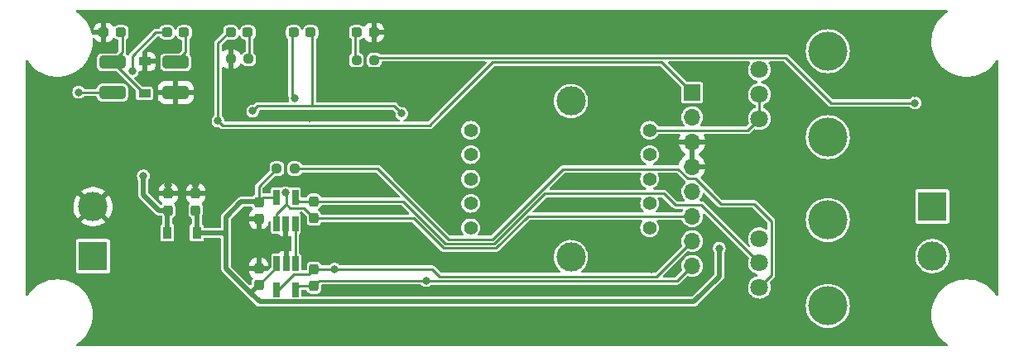
<source format=gtl>
G04 #@! TF.GenerationSoftware,KiCad,Pcbnew,(6.0.10)*
G04 #@! TF.CreationDate,2023-01-23T18:42:10+01:00*
G04 #@! TF.ProjectId,HeaterPSU,48656174-6572-4505-9355-2e6b69636164,rev?*
G04 #@! TF.SameCoordinates,Original*
G04 #@! TF.FileFunction,Copper,L1,Top*
G04 #@! TF.FilePolarity,Positive*
%FSLAX46Y46*%
G04 Gerber Fmt 4.6, Leading zero omitted, Abs format (unit mm)*
G04 Created by KiCad (PCBNEW (6.0.10)) date 2023-01-23 18:42:10*
%MOMM*%
%LPD*%
G01*
G04 APERTURE LIST*
G04 Aperture macros list*
%AMRoundRect*
0 Rectangle with rounded corners*
0 $1 Rounding radius*
0 $2 $3 $4 $5 $6 $7 $8 $9 X,Y pos of 4 corners*
0 Add a 4 corners polygon primitive as box body*
4,1,4,$2,$3,$4,$5,$6,$7,$8,$9,$2,$3,0*
0 Add four circle primitives for the rounded corners*
1,1,$1+$1,$2,$3*
1,1,$1+$1,$4,$5*
1,1,$1+$1,$6,$7*
1,1,$1+$1,$8,$9*
0 Add four rect primitives between the rounded corners*
20,1,$1+$1,$2,$3,$4,$5,0*
20,1,$1+$1,$4,$5,$6,$7,0*
20,1,$1+$1,$6,$7,$8,$9,0*
20,1,$1+$1,$8,$9,$2,$3,0*%
%AMFreePoly0*
4,1,9,3.862500,-0.866500,0.737500,-0.866500,0.737500,-0.450000,-0.737500,-0.450000,-0.737500,0.450000,0.737500,0.450000,0.737500,0.866500,3.862500,0.866500,3.862500,-0.866500,3.862500,-0.866500,$1*%
G04 Aperture macros list end*
G04 #@! TA.AperFunction,SMDPad,CuDef*
%ADD10RoundRect,0.237500X0.287500X0.237500X-0.287500X0.237500X-0.287500X-0.237500X0.287500X-0.237500X0*%
G04 #@! TD*
G04 #@! TA.AperFunction,SMDPad,CuDef*
%ADD11RoundRect,0.237500X-0.237500X0.300000X-0.237500X-0.300000X0.237500X-0.300000X0.237500X0.300000X0*%
G04 #@! TD*
G04 #@! TA.AperFunction,WasherPad*
%ADD12C,4.000000*%
G04 #@! TD*
G04 #@! TA.AperFunction,ComponentPad*
%ADD13C,1.800000*%
G04 #@! TD*
G04 #@! TA.AperFunction,SMDPad,CuDef*
%ADD14RoundRect,0.237500X-0.250000X-0.237500X0.250000X-0.237500X0.250000X0.237500X-0.250000X0.237500X0*%
G04 #@! TD*
G04 #@! TA.AperFunction,SMDPad,CuDef*
%ADD15RoundRect,0.237500X0.237500X-0.300000X0.237500X0.300000X-0.237500X0.300000X-0.237500X-0.300000X0*%
G04 #@! TD*
G04 #@! TA.AperFunction,ComponentPad*
%ADD16R,1.700000X1.700000*%
G04 #@! TD*
G04 #@! TA.AperFunction,ComponentPad*
%ADD17O,1.700000X1.700000*%
G04 #@! TD*
G04 #@! TA.AperFunction,SMDPad,CuDef*
%ADD18RoundRect,0.250000X-1.075000X0.400000X-1.075000X-0.400000X1.075000X-0.400000X1.075000X0.400000X0*%
G04 #@! TD*
G04 #@! TA.AperFunction,SMDPad,CuDef*
%ADD19R,0.650000X1.560000*%
G04 #@! TD*
G04 #@! TA.AperFunction,SMDPad,CuDef*
%ADD20RoundRect,0.237500X0.250000X0.237500X-0.250000X0.237500X-0.250000X-0.237500X0.250000X-0.237500X0*%
G04 #@! TD*
G04 #@! TA.AperFunction,ComponentPad*
%ADD21C,1.400000*%
G04 #@! TD*
G04 #@! TA.AperFunction,ComponentPad*
%ADD22C,3.000000*%
G04 #@! TD*
G04 #@! TA.AperFunction,SMDPad,CuDef*
%ADD23RoundRect,0.250000X1.075000X-0.400000X1.075000X0.400000X-1.075000X0.400000X-1.075000X-0.400000X0*%
G04 #@! TD*
G04 #@! TA.AperFunction,SMDPad,CuDef*
%ADD24R,0.900000X1.300000*%
G04 #@! TD*
G04 #@! TA.AperFunction,SMDPad,CuDef*
%ADD25FreePoly0,270.000000*%
G04 #@! TD*
G04 #@! TA.AperFunction,SMDPad,CuDef*
%ADD26R,1.200000X0.900000*%
G04 #@! TD*
G04 #@! TA.AperFunction,ComponentPad*
%ADD27R,3.000000X3.000000*%
G04 #@! TD*
G04 #@! TA.AperFunction,ViaPad*
%ADD28C,0.800000*%
G04 #@! TD*
G04 #@! TA.AperFunction,Conductor*
%ADD29C,0.500000*%
G04 #@! TD*
G04 #@! TA.AperFunction,Conductor*
%ADD30C,0.250000*%
G04 #@! TD*
G04 APERTURE END LIST*
D10*
X65002500Y-47560000D03*
X63252500Y-47560000D03*
X71470625Y-47560000D03*
X69720625Y-47560000D03*
X84412500Y-47560000D03*
X82662500Y-47560000D03*
X90875000Y-47560000D03*
X89125000Y-47560000D03*
X77992500Y-47560000D03*
X76242500Y-47560000D03*
D11*
X69850000Y-64087500D03*
X69850000Y-65812500D03*
D12*
X137300000Y-49500000D03*
X137300000Y-58300000D03*
D13*
X130300000Y-56400000D03*
X130300000Y-53900000D03*
X130300000Y-51400000D03*
D14*
X89087500Y-50400000D03*
X90912500Y-50400000D03*
D13*
X130300000Y-68700000D03*
X130300000Y-71200000D03*
X130300000Y-73700000D03*
D12*
X137300000Y-75600000D03*
X137300000Y-66800000D03*
D15*
X84750000Y-73562500D03*
X84750000Y-71837500D03*
D16*
X123425000Y-53725000D03*
D17*
X123425000Y-56265000D03*
X123425000Y-58805000D03*
X123425000Y-61345000D03*
X123425000Y-63885000D03*
X123425000Y-66425000D03*
X123425000Y-68965000D03*
X123425000Y-71505000D03*
D18*
X64140000Y-50630000D03*
X64140000Y-53730000D03*
D14*
X76237500Y-50300000D03*
X78062500Y-50300000D03*
D19*
X82850000Y-71250000D03*
X81900000Y-71250000D03*
X80950000Y-71250000D03*
X80950000Y-73950000D03*
X82850000Y-73950000D03*
D20*
X82775000Y-61525000D03*
X80950000Y-61525000D03*
D15*
X84750000Y-66612500D03*
X84750000Y-64887500D03*
D11*
X79100000Y-71737500D03*
X79100000Y-73462500D03*
D21*
X100775000Y-67600000D03*
X100775000Y-65100000D03*
X100775000Y-62600000D03*
X100775000Y-60100000D03*
X100775000Y-57600000D03*
X119075000Y-57600000D03*
X119075000Y-60100000D03*
X119075000Y-62600000D03*
X119075000Y-65100000D03*
X119075000Y-67600000D03*
D22*
X111025000Y-54600000D03*
X111025000Y-70600000D03*
D23*
X70610000Y-53730000D03*
X70610000Y-50630000D03*
D15*
X79112500Y-66687500D03*
X79112500Y-64962500D03*
D11*
X72650000Y-64087500D03*
X72650000Y-65812500D03*
D24*
X72750000Y-68100000D03*
D25*
X71250000Y-68187500D03*
D24*
X69750000Y-68100000D03*
D26*
X67410000Y-50530000D03*
X67410000Y-53830000D03*
D19*
X80925000Y-67175000D03*
X81875000Y-67175000D03*
X82825000Y-67175000D03*
X82825000Y-64475000D03*
X80925000Y-64475000D03*
D27*
X62150000Y-70500000D03*
D22*
X62150000Y-65420000D03*
X148000000Y-70490000D03*
D27*
X148000000Y-65410000D03*
D28*
X91800000Y-65800000D03*
X87100000Y-65700000D03*
X120600000Y-65500000D03*
X123300000Y-73600000D03*
X102300000Y-74000000D03*
X128900000Y-55600000D03*
X126600000Y-51100000D03*
X129400000Y-66600000D03*
X151200000Y-70600000D03*
X133200000Y-52125000D03*
X84328000Y-56388000D03*
X92900000Y-76620000D03*
X144000000Y-77500000D03*
X143400000Y-58400000D03*
X121412000Y-68326000D03*
X108660000Y-68700000D03*
X120904000Y-59182000D03*
X81325000Y-59300000D03*
X127800000Y-70500000D03*
X86340000Y-58620000D03*
X143400000Y-60900000D03*
X76900000Y-66750000D03*
X112700000Y-51562000D03*
X125100000Y-67700000D03*
X144000000Y-79000000D03*
X92900000Y-77680000D03*
X102575000Y-56575000D03*
X65930000Y-65150000D03*
X117925000Y-70025000D03*
X120775000Y-54075000D03*
X94996000Y-60706000D03*
X99980000Y-71190000D03*
X153900000Y-53350000D03*
X145500000Y-77500000D03*
X112610000Y-65200000D03*
X66294000Y-56642000D03*
X75692000Y-64770000D03*
X120904000Y-62992000D03*
X145500000Y-79000000D03*
X91865000Y-73875000D03*
X142500000Y-77500000D03*
X142500000Y-79000000D03*
X90840000Y-73900000D03*
X93980000Y-58166000D03*
X60370000Y-60500000D03*
X95320000Y-69690000D03*
X143150000Y-56100000D03*
X102925000Y-63800000D03*
X117400000Y-78400000D03*
X143400000Y-59600000D03*
X92900000Y-73900000D03*
X119250000Y-71850000D03*
X72600000Y-63140000D03*
X117348000Y-62738000D03*
X107400000Y-49075000D03*
X87330000Y-63450000D03*
X128524000Y-63754000D03*
X125950000Y-60900000D03*
X68950000Y-57725000D03*
X110600000Y-49300000D03*
X65000000Y-60800000D03*
X56175000Y-57350000D03*
X91865000Y-77680000D03*
X144000000Y-63525000D03*
X126900000Y-66100000D03*
X146200000Y-53800000D03*
X131800000Y-46300000D03*
X65960000Y-66910000D03*
X146000000Y-47000000D03*
X110150000Y-59350000D03*
X59710000Y-59510000D03*
X69830000Y-63220000D03*
X59730000Y-61500000D03*
X141000000Y-77500000D03*
X103124000Y-61468000D03*
X90840000Y-76620000D03*
X90840000Y-77680000D03*
X103025000Y-67425000D03*
X108200000Y-54150000D03*
X83975000Y-59750000D03*
X132080000Y-60706000D03*
X94500000Y-70310000D03*
X113550000Y-53825000D03*
X130250000Y-78750000D03*
X141500000Y-62500000D03*
X88000000Y-78500000D03*
X94500000Y-69000000D03*
X112200000Y-67680000D03*
X91865000Y-76595000D03*
X141450000Y-48525000D03*
X141000000Y-79000000D03*
X67300000Y-62275000D03*
X66157655Y-51552345D03*
X96220037Y-73010497D03*
X86847500Y-71837500D03*
X126200000Y-69700000D03*
X82804000Y-54356000D03*
X81849502Y-64008000D03*
X74930000Y-56642000D03*
X60690000Y-53700000D03*
X146229502Y-54800000D03*
X78486000Y-55626000D03*
X93726000Y-55880000D03*
D29*
X123600000Y-75180000D02*
X79180000Y-75180000D01*
X126200000Y-72580000D02*
X123600000Y-75180000D01*
X79180000Y-75180000D02*
X78275000Y-74275000D01*
X126200000Y-69700000D02*
X126200000Y-72580000D01*
X69850000Y-64087500D02*
X69850000Y-63240000D01*
X81875000Y-69085996D02*
X81485498Y-69475498D01*
X79100000Y-71737500D02*
X79100000Y-69495498D01*
X81900000Y-71250000D02*
X81900000Y-69890000D01*
X69850000Y-63240000D02*
X69830000Y-63220000D01*
X72650000Y-63190000D02*
X72600000Y-63140000D01*
X72650000Y-64087500D02*
X72650000Y-63190000D01*
X81900000Y-69890000D02*
X81485498Y-69475498D01*
X81485498Y-69475498D02*
X79120000Y-69475498D01*
X79100000Y-69495498D02*
X79120000Y-69475498D01*
X81875000Y-67175000D02*
X81875000Y-69085996D01*
X79112500Y-69467998D02*
X79120000Y-69475498D01*
X79112500Y-66687500D02*
X79112500Y-69467998D01*
X68862500Y-65812500D02*
X67375000Y-64325000D01*
X69750000Y-68100000D02*
X69750000Y-65750000D01*
X69850000Y-65812500D02*
X68862500Y-65812500D01*
D30*
X66157655Y-51552345D02*
X66157655Y-49982345D01*
D29*
X67300000Y-64250000D02*
X67300000Y-62275000D01*
D30*
X66157655Y-49982345D02*
X68580000Y-47560000D01*
D29*
X67375000Y-64325000D02*
X67300000Y-64250000D01*
D30*
X68580000Y-47560000D02*
X69570625Y-47560000D01*
X84750000Y-73562500D02*
X83237500Y-73562500D01*
X85302003Y-73010497D02*
X84750000Y-73562500D01*
X121880000Y-73050000D02*
X123425000Y-71505000D01*
X83237500Y-73562500D02*
X82850000Y-73950000D01*
X96259540Y-73050000D02*
X121880000Y-73050000D01*
X96220037Y-73010497D02*
X85302003Y-73010497D01*
X96220037Y-73010497D02*
X96259540Y-73050000D01*
X119800000Y-72590000D02*
X97600000Y-72590000D01*
X84232500Y-72355000D02*
X84750000Y-71837500D01*
X82690000Y-72355000D02*
X84232500Y-72355000D01*
X123425000Y-68965000D02*
X119800000Y-72590000D01*
X81095000Y-73950000D02*
X82690000Y-72355000D01*
X80950000Y-73950000D02*
X81095000Y-73950000D01*
X97600000Y-72590000D02*
X96847500Y-71837500D01*
X96847500Y-71837500D02*
X86847500Y-71837500D01*
X86847500Y-71837500D02*
X84750000Y-71837500D01*
D29*
X77315000Y-64925000D02*
X79075000Y-64925000D01*
X75466000Y-68100000D02*
X75750000Y-68384000D01*
D30*
X80950000Y-71250000D02*
X80950000Y-71612500D01*
X80950000Y-71612500D02*
X79100000Y-73462500D01*
X80925000Y-64475000D02*
X79600000Y-64475000D01*
D29*
X76600000Y-72600000D02*
X78275000Y-74275000D01*
X79087500Y-73462500D02*
X78275000Y-74275000D01*
X75750000Y-71750000D02*
X76600000Y-72600000D01*
X75750000Y-68384000D02*
X75750000Y-71750000D01*
X79100000Y-73462500D02*
X79087500Y-73462500D01*
X75750000Y-66490000D02*
X77315000Y-64925000D01*
X72750000Y-68100000D02*
X75466000Y-68100000D01*
X79075000Y-64925000D02*
X79112500Y-64962500D01*
D30*
X80950000Y-61525000D02*
X79112500Y-63362500D01*
D29*
X75750000Y-68384000D02*
X75750000Y-66490000D01*
X72750000Y-68100000D02*
X72750000Y-65912500D01*
D30*
X79112500Y-63362500D02*
X79112500Y-64962500D01*
X79600000Y-64475000D02*
X79112500Y-64962500D01*
X130300000Y-56400000D02*
X130300000Y-53900000D01*
X129100000Y-57600000D02*
X119075000Y-57600000D01*
X130300000Y-56400000D02*
X129100000Y-57600000D01*
X84750000Y-66612500D02*
X94932354Y-66612500D01*
X82804000Y-54356000D02*
X82512500Y-54064500D01*
X84750000Y-66612500D02*
X83717500Y-65580000D01*
X82512500Y-54064500D02*
X82512500Y-47450000D01*
X94932354Y-66612500D02*
X97999854Y-69680000D01*
X81900000Y-64058498D02*
X81900000Y-65170000D01*
X103392792Y-69680000D02*
X106647792Y-66425000D01*
X97999854Y-69680000D02*
X103392792Y-69680000D01*
X82310000Y-65580000D02*
X81900000Y-65170000D01*
X106647792Y-66425000D02*
X123425000Y-66425000D01*
X83717500Y-65580000D02*
X82310000Y-65580000D01*
X81849502Y-64008000D02*
X81900000Y-64058498D01*
X80925000Y-66145000D02*
X81900000Y-65170000D01*
X80925000Y-67175000D02*
X80925000Y-66145000D01*
X123425000Y-53725000D02*
X120325000Y-50625000D01*
X120325000Y-50625000D02*
X112522000Y-50625000D01*
X74930000Y-48692500D02*
X74930000Y-56642000D01*
X112522000Y-50625000D02*
X103045000Y-50625000D01*
X103045000Y-50625000D02*
X97790000Y-55880000D01*
X76092500Y-47530000D02*
X74930000Y-48692500D01*
X97790000Y-55880000D02*
X96557000Y-57113000D01*
X96557000Y-57113000D02*
X75401000Y-57113000D01*
X75401000Y-57113000D02*
X74930000Y-56642000D01*
X60720000Y-53730000D02*
X60690000Y-53700000D01*
X64140000Y-53730000D02*
X60720000Y-53730000D01*
X82850000Y-71250000D02*
X82850000Y-67200000D01*
X82850000Y-67200000D02*
X82825000Y-67175000D01*
X78142500Y-50220000D02*
X78062500Y-50300000D01*
X78142500Y-47530000D02*
X78142500Y-50220000D01*
X71620625Y-47560000D02*
X71620625Y-49619375D01*
X71620625Y-49619375D02*
X70610000Y-50630000D01*
X146229502Y-54800000D02*
X137650000Y-54800000D01*
X137650000Y-54800000D02*
X133025000Y-50175000D01*
X133025000Y-50175000D02*
X91137500Y-50175000D01*
X91137500Y-50175000D02*
X90912500Y-50400000D01*
X88975000Y-50287500D02*
X89087500Y-50400000D01*
X88975000Y-47400000D02*
X88975000Y-50287500D01*
X65152500Y-47450000D02*
X65152500Y-49617500D01*
X67340000Y-53830000D02*
X64140000Y-50630000D01*
X67410000Y-53830000D02*
X67340000Y-53830000D01*
X65152500Y-49617500D02*
X64140000Y-50630000D01*
X108175000Y-63625000D02*
X110225000Y-61575000D01*
X122988299Y-62570000D02*
X123780000Y-62570000D01*
X103025000Y-68775000D02*
X108175000Y-63625000D01*
X110225000Y-61575000D02*
X121993299Y-61575000D01*
X91243000Y-61525000D02*
X98493000Y-68775000D01*
X98493000Y-68775000D02*
X103025000Y-68775000D01*
X123780000Y-62570000D02*
X126360000Y-65150000D01*
X129775000Y-65150000D02*
X131525000Y-66900000D01*
X131525000Y-66900000D02*
X131525000Y-72475000D01*
X82775000Y-61525000D02*
X91243000Y-61525000D01*
X121993299Y-61575000D02*
X122988299Y-62570000D01*
X126360000Y-65150000D02*
X129775000Y-65150000D01*
X131525000Y-72475000D02*
X130300000Y-73700000D01*
X84750000Y-64887500D02*
X93843750Y-64887500D01*
X103211396Y-69225000D02*
X108361396Y-64075000D01*
X124350000Y-65250000D02*
X130300000Y-71200000D01*
X120525000Y-64075000D02*
X121700000Y-65250000D01*
X83237500Y-64887500D02*
X82825000Y-64475000D01*
X98181250Y-69225000D02*
X103211396Y-69225000D01*
X108361396Y-64075000D02*
X120525000Y-64075000D01*
X84750000Y-64887500D02*
X83237500Y-64887500D01*
X93843750Y-64887500D02*
X98181250Y-69225000D01*
X121700000Y-65250000D02*
X124350000Y-65250000D01*
X92964000Y-55118000D02*
X84582000Y-55118000D01*
X84562500Y-55098500D02*
X84582000Y-55118000D01*
X83820000Y-55118000D02*
X78994000Y-55118000D01*
X84582000Y-55118000D02*
X83820000Y-55118000D01*
X84562500Y-47450000D02*
X84562500Y-55098500D01*
X93726000Y-55880000D02*
X92964000Y-55118000D01*
X78994000Y-55118000D02*
X78486000Y-55626000D01*
G04 #@! TA.AperFunction,Conductor*
G36*
X149529584Y-45274502D02*
G01*
X149576077Y-45328158D01*
X149586181Y-45398432D01*
X149556687Y-45463012D01*
X149530087Y-45486173D01*
X149380775Y-45583137D01*
X149087489Y-45820635D01*
X148820635Y-46087489D01*
X148583137Y-46380775D01*
X148581335Y-46383550D01*
X148379395Y-46694510D01*
X148379393Y-46694513D01*
X148377597Y-46697279D01*
X148376102Y-46700213D01*
X148376098Y-46700220D01*
X148230668Y-46985644D01*
X148206266Y-47033535D01*
X148146471Y-47189306D01*
X148119029Y-47260796D01*
X148071022Y-47385857D01*
X147973347Y-47750387D01*
X147949269Y-47902407D01*
X147929410Y-48027795D01*
X147914310Y-48123129D01*
X147894559Y-48500000D01*
X147914310Y-48876871D01*
X147914823Y-48880111D01*
X147914824Y-48880119D01*
X147919768Y-48911334D01*
X147973347Y-49249613D01*
X148071022Y-49614143D01*
X148072207Y-49617231D01*
X148072208Y-49617233D01*
X148112663Y-49722621D01*
X148206266Y-49966465D01*
X148207764Y-49969405D01*
X148284164Y-50119347D01*
X148377597Y-50302720D01*
X148583137Y-50619225D01*
X148820635Y-50912511D01*
X149087489Y-51179365D01*
X149380775Y-51416863D01*
X149465200Y-51471689D01*
X149643311Y-51587355D01*
X149697280Y-51622403D01*
X149700214Y-51623898D01*
X149700221Y-51623902D01*
X149908529Y-51730040D01*
X150033535Y-51793734D01*
X150385857Y-51928978D01*
X150750387Y-52026653D01*
X150940202Y-52056717D01*
X151119881Y-52085176D01*
X151119889Y-52085177D01*
X151123129Y-52085690D01*
X151405720Y-52100500D01*
X151594280Y-52100500D01*
X151876871Y-52085690D01*
X151880111Y-52085177D01*
X151880119Y-52085176D01*
X152059798Y-52056717D01*
X152249613Y-52026653D01*
X152614143Y-51928978D01*
X152966465Y-51793734D01*
X153091471Y-51730040D01*
X153299779Y-51623902D01*
X153299786Y-51623898D01*
X153302720Y-51622403D01*
X153356690Y-51587355D01*
X153534800Y-51471689D01*
X153619225Y-51416863D01*
X153912511Y-51179365D01*
X154179365Y-50912511D01*
X154416863Y-50619225D01*
X154513828Y-50469912D01*
X154567704Y-50423676D01*
X154638025Y-50413906D01*
X154702465Y-50443706D01*
X154740564Y-50503614D01*
X154745500Y-50538537D01*
X154745500Y-74461463D01*
X154725498Y-74529584D01*
X154671842Y-74576077D01*
X154601568Y-74586181D01*
X154536988Y-74556687D01*
X154513827Y-74530087D01*
X154418665Y-74383550D01*
X154416863Y-74380775D01*
X154179365Y-74087489D01*
X153912511Y-73820635D01*
X153619225Y-73583137D01*
X153465253Y-73483147D01*
X153305489Y-73379395D01*
X153305486Y-73379393D01*
X153302720Y-73377597D01*
X153299786Y-73376102D01*
X153299779Y-73376098D01*
X152969405Y-73207764D01*
X152966465Y-73206266D01*
X152713970Y-73109342D01*
X152617233Y-73072208D01*
X152617231Y-73072207D01*
X152614143Y-73071022D01*
X152249613Y-72973347D01*
X152046987Y-72941254D01*
X151880119Y-72914824D01*
X151880111Y-72914823D01*
X151876871Y-72914310D01*
X151594280Y-72899500D01*
X151405720Y-72899500D01*
X151123129Y-72914310D01*
X151119889Y-72914823D01*
X151119881Y-72914824D01*
X150953013Y-72941254D01*
X150750387Y-72973347D01*
X150385857Y-73071022D01*
X150382769Y-73072207D01*
X150382767Y-73072208D01*
X150286030Y-73109342D01*
X150033535Y-73206266D01*
X150030595Y-73207764D01*
X149700221Y-73376098D01*
X149700214Y-73376102D01*
X149697280Y-73377597D01*
X149694514Y-73379393D01*
X149694511Y-73379395D01*
X149534747Y-73483147D01*
X149380775Y-73583137D01*
X149087489Y-73820635D01*
X148820635Y-74087489D01*
X148583137Y-74380775D01*
X148581335Y-74383550D01*
X148379395Y-74694510D01*
X148379393Y-74694513D01*
X148377597Y-74697279D01*
X148376102Y-74700213D01*
X148376098Y-74700220D01*
X148299907Y-74849754D01*
X148206266Y-75033535D01*
X148071022Y-75385857D01*
X147973347Y-75750387D01*
X147914310Y-76123129D01*
X147894559Y-76500000D01*
X147914310Y-76876871D01*
X147973347Y-77249613D01*
X148071022Y-77614143D01*
X148072207Y-77617231D01*
X148072208Y-77617233D01*
X148123956Y-77752041D01*
X148206266Y-77966465D01*
X148377597Y-78302720D01*
X148583137Y-78619225D01*
X148820635Y-78912511D01*
X149087489Y-79179365D01*
X149380775Y-79416863D01*
X149383550Y-79418665D01*
X149530087Y-79513827D01*
X149576324Y-79567704D01*
X149586094Y-79638025D01*
X149556294Y-79702465D01*
X149496386Y-79740564D01*
X149461463Y-79745500D01*
X60538537Y-79745500D01*
X60470416Y-79725498D01*
X60423923Y-79671842D01*
X60413819Y-79601568D01*
X60443313Y-79536988D01*
X60469913Y-79513827D01*
X60616450Y-79418665D01*
X60619225Y-79416863D01*
X60912511Y-79179365D01*
X61179365Y-78912511D01*
X61416863Y-78619225D01*
X61620606Y-78305489D01*
X61620607Y-78305487D01*
X61622403Y-78302721D01*
X61623903Y-78299779D01*
X61792236Y-77969405D01*
X61793734Y-77966465D01*
X61876044Y-77752041D01*
X61927792Y-77617233D01*
X61927793Y-77617231D01*
X61928978Y-77614143D01*
X62026653Y-77249613D01*
X62085690Y-76876871D01*
X62105441Y-76500000D01*
X62085690Y-76123129D01*
X62026653Y-75750387D01*
X61928978Y-75385857D01*
X61793734Y-75033535D01*
X61745500Y-74938870D01*
X61623902Y-74700221D01*
X61623898Y-74700214D01*
X61622403Y-74697280D01*
X61610011Y-74678197D01*
X61418665Y-74383550D01*
X61416863Y-74380775D01*
X61179365Y-74087489D01*
X60912511Y-73820635D01*
X60619225Y-73583137D01*
X60465253Y-73483147D01*
X60305489Y-73379395D01*
X60305486Y-73379393D01*
X60302720Y-73377597D01*
X60299786Y-73376102D01*
X60299779Y-73376098D01*
X59969405Y-73207764D01*
X59966465Y-73206266D01*
X59713970Y-73109342D01*
X59617233Y-73072208D01*
X59617231Y-73072207D01*
X59614143Y-73071022D01*
X59249613Y-72973347D01*
X59046987Y-72941254D01*
X58880119Y-72914824D01*
X58880111Y-72914823D01*
X58876871Y-72914310D01*
X58594280Y-72899500D01*
X58405720Y-72899500D01*
X58123129Y-72914310D01*
X58119889Y-72914823D01*
X58119881Y-72914824D01*
X57953013Y-72941254D01*
X57750387Y-72973347D01*
X57385857Y-73071022D01*
X57382769Y-73072207D01*
X57382767Y-73072208D01*
X57286030Y-73109342D01*
X57033535Y-73206266D01*
X57030595Y-73207764D01*
X56700221Y-73376098D01*
X56700214Y-73376102D01*
X56697280Y-73377597D01*
X56694514Y-73379393D01*
X56694511Y-73379395D01*
X56534747Y-73483147D01*
X56380775Y-73583137D01*
X56087489Y-73820635D01*
X55820635Y-74087489D01*
X55583137Y-74380775D01*
X55486500Y-74529584D01*
X55486173Y-74530087D01*
X55432296Y-74576324D01*
X55361975Y-74586094D01*
X55297535Y-74556294D01*
X55259436Y-74496386D01*
X55254500Y-74461463D01*
X55254500Y-68974933D01*
X60395500Y-68974933D01*
X60395501Y-72025066D01*
X60400585Y-72050625D01*
X60403756Y-72066568D01*
X60410266Y-72099301D01*
X60417161Y-72109620D01*
X60417162Y-72109622D01*
X60433506Y-72134082D01*
X60466516Y-72183484D01*
X60476832Y-72190377D01*
X60521103Y-72219958D01*
X60550699Y-72239734D01*
X60624933Y-72254500D01*
X62149753Y-72254500D01*
X63675066Y-72254499D01*
X63710818Y-72247388D01*
X63737126Y-72242156D01*
X63737128Y-72242155D01*
X63749301Y-72239734D01*
X63759621Y-72232839D01*
X63759622Y-72232838D01*
X63823168Y-72190377D01*
X63833484Y-72183484D01*
X63889734Y-72099301D01*
X63904500Y-72025067D01*
X63904499Y-68974934D01*
X63896255Y-68933484D01*
X63892156Y-68912874D01*
X63892155Y-68912872D01*
X63889734Y-68900699D01*
X63880567Y-68886979D01*
X63840377Y-68826832D01*
X63833484Y-68816516D01*
X63771452Y-68775067D01*
X63759620Y-68767161D01*
X63749301Y-68760266D01*
X63675067Y-68745500D01*
X62150247Y-68745500D01*
X60624934Y-68745501D01*
X60589182Y-68752612D01*
X60562874Y-68757844D01*
X60562872Y-68757845D01*
X60550699Y-68760266D01*
X60540379Y-68767161D01*
X60540378Y-68767162D01*
X60479985Y-68807516D01*
X60466516Y-68816516D01*
X60410266Y-68900699D01*
X60395500Y-68974933D01*
X55254500Y-68974933D01*
X55254500Y-67009654D01*
X60925618Y-67009654D01*
X60932673Y-67019627D01*
X60963679Y-67045551D01*
X60970598Y-67050579D01*
X61195272Y-67191515D01*
X61202807Y-67195556D01*
X61444520Y-67304694D01*
X61452551Y-67307680D01*
X61706832Y-67383002D01*
X61715184Y-67384869D01*
X61977340Y-67424984D01*
X61985874Y-67425700D01*
X62251045Y-67429867D01*
X62259596Y-67429418D01*
X62522883Y-67397557D01*
X62531284Y-67395955D01*
X62787824Y-67328653D01*
X62795926Y-67325926D01*
X63040949Y-67224434D01*
X63048617Y-67220628D01*
X63277598Y-67086822D01*
X63284679Y-67082009D01*
X63364655Y-67019301D01*
X63373125Y-67007442D01*
X63366608Y-66995818D01*
X62162812Y-65792022D01*
X62148868Y-65784408D01*
X62147035Y-65784539D01*
X62140420Y-65788790D01*
X60932910Y-66996300D01*
X60925618Y-67009654D01*
X55254500Y-67009654D01*
X55254500Y-65403204D01*
X60137665Y-65403204D01*
X60152932Y-65667969D01*
X60154005Y-65676470D01*
X60205065Y-65936722D01*
X60207276Y-65944974D01*
X60293184Y-66195894D01*
X60296499Y-66203779D01*
X60415664Y-66440713D01*
X60420020Y-66448079D01*
X60549347Y-66636250D01*
X60559601Y-66644594D01*
X60573342Y-66637448D01*
X61777978Y-65432812D01*
X61784356Y-65421132D01*
X62514408Y-65421132D01*
X62514539Y-65422965D01*
X62518790Y-65429580D01*
X63725730Y-66636520D01*
X63737939Y-66643187D01*
X63749439Y-66634497D01*
X63846831Y-66501913D01*
X63851418Y-66494685D01*
X63977962Y-66261621D01*
X63981530Y-66253827D01*
X64075271Y-66005750D01*
X64077748Y-65997544D01*
X64136954Y-65739038D01*
X64138294Y-65730577D01*
X64162031Y-65464616D01*
X64162277Y-65459677D01*
X64162666Y-65422485D01*
X64162523Y-65417519D01*
X64144362Y-65151123D01*
X64143201Y-65142649D01*
X64089419Y-64882944D01*
X64087120Y-64874709D01*
X63998588Y-64624705D01*
X63995191Y-64616854D01*
X63873550Y-64381178D01*
X63869122Y-64373866D01*
X63750031Y-64204417D01*
X63739509Y-64196037D01*
X63726121Y-64203089D01*
X62522022Y-65407188D01*
X62514408Y-65421132D01*
X61784356Y-65421132D01*
X61785592Y-65418868D01*
X61785461Y-65417035D01*
X61781210Y-65410420D01*
X60573814Y-64203024D01*
X60561804Y-64196466D01*
X60550064Y-64205434D01*
X60441935Y-64355911D01*
X60437418Y-64363196D01*
X60313325Y-64597567D01*
X60309839Y-64605395D01*
X60218700Y-64854446D01*
X60216311Y-64862670D01*
X60159812Y-65121795D01*
X60158563Y-65130250D01*
X60137754Y-65394653D01*
X60137665Y-65403204D01*
X55254500Y-65403204D01*
X55254500Y-63832500D01*
X60926584Y-63832500D01*
X60932980Y-63843770D01*
X62137188Y-65047978D01*
X62151132Y-65055592D01*
X62152965Y-65055461D01*
X62159580Y-65051210D01*
X63366604Y-63844186D01*
X63373795Y-63831017D01*
X63366473Y-63820780D01*
X63319233Y-63782115D01*
X63312261Y-63777160D01*
X63086122Y-63638582D01*
X63078552Y-63634624D01*
X62835704Y-63528022D01*
X62827644Y-63525120D01*
X62572592Y-63452467D01*
X62564214Y-63450685D01*
X62301656Y-63413318D01*
X62293111Y-63412691D01*
X62027908Y-63411302D01*
X62019374Y-63411839D01*
X61756433Y-63446456D01*
X61748035Y-63448149D01*
X61492238Y-63518127D01*
X61484143Y-63520946D01*
X61240199Y-63624997D01*
X61232577Y-63628881D01*
X61005013Y-63765075D01*
X60997981Y-63769962D01*
X60935053Y-63820377D01*
X60926584Y-63832500D01*
X55254500Y-63832500D01*
X55254500Y-62268096D01*
X66640729Y-62268096D01*
X66647597Y-62330300D01*
X66655357Y-62400588D01*
X66658113Y-62425553D01*
X66660723Y-62432684D01*
X66660723Y-62432686D01*
X66707649Y-62560917D01*
X66712553Y-62574319D01*
X66716789Y-62580622D01*
X66716789Y-62580623D01*
X66774082Y-62665884D01*
X66795500Y-62736160D01*
X66795500Y-64179376D01*
X66794159Y-64191381D01*
X66794655Y-64191421D01*
X66793935Y-64200368D01*
X66791954Y-64209124D01*
X66793289Y-64230645D01*
X66795258Y-64262382D01*
X66795500Y-64270184D01*
X66795500Y-64286226D01*
X66796135Y-64290657D01*
X66796135Y-64290662D01*
X66796965Y-64296453D01*
X66797996Y-64306514D01*
X66800902Y-64353359D01*
X66803949Y-64361799D01*
X66804630Y-64365089D01*
X66808582Y-64380938D01*
X66809527Y-64384168D01*
X66810799Y-64393052D01*
X66814514Y-64401223D01*
X66830218Y-64435763D01*
X66834030Y-64445128D01*
X66846922Y-64480837D01*
X66846924Y-64480840D01*
X66849972Y-64489284D01*
X66855268Y-64496533D01*
X66856840Y-64499490D01*
X66865093Y-64513614D01*
X66866898Y-64516437D01*
X66870612Y-64524605D01*
X66876469Y-64531402D01*
X66876470Y-64531404D01*
X66884681Y-64540933D01*
X66900872Y-64559722D01*
X66901243Y-64560153D01*
X66907525Y-64568064D01*
X66915473Y-64578944D01*
X66926335Y-64589806D01*
X66932693Y-64596652D01*
X66964944Y-64634082D01*
X66972479Y-64638966D01*
X66979051Y-64644699D01*
X66990455Y-64653926D01*
X66990473Y-64653944D01*
X67726230Y-65389700D01*
X68455822Y-66119292D01*
X68463367Y-66128735D01*
X68463746Y-66128412D01*
X68469562Y-66135245D01*
X68474353Y-66142839D01*
X68481083Y-66148783D01*
X68481085Y-66148785D01*
X68514366Y-66178178D01*
X68520054Y-66183524D01*
X68531381Y-66194851D01*
X68534964Y-66197536D01*
X68534966Y-66197538D01*
X68539652Y-66201050D01*
X68547495Y-66207435D01*
X68582670Y-66238501D01*
X68590797Y-66242316D01*
X68593617Y-66244169D01*
X68607613Y-66252578D01*
X68610554Y-66254188D01*
X68617736Y-66259571D01*
X68626140Y-66262722D01*
X68626141Y-66262722D01*
X68661678Y-66276044D01*
X68670992Y-66279968D01*
X68713482Y-66299917D01*
X68722353Y-66301298D01*
X68725575Y-66302283D01*
X68741358Y-66306423D01*
X68744642Y-66307145D01*
X68753052Y-66310298D01*
X68799857Y-66313776D01*
X68809897Y-66314929D01*
X68816166Y-66315905D01*
X68818386Y-66316251D01*
X68818387Y-66316251D01*
X68823197Y-66317000D01*
X68838566Y-66317000D01*
X68847904Y-66317347D01*
X68888216Y-66320343D01*
X68888217Y-66320343D01*
X68897167Y-66321008D01*
X68905942Y-66319135D01*
X68914626Y-66318543D01*
X68929242Y-66317000D01*
X69087848Y-66317000D01*
X69155969Y-66337002D01*
X69188674Y-66367435D01*
X69220326Y-66409668D01*
X69245174Y-66476174D01*
X69245500Y-66485233D01*
X69245500Y-67112983D01*
X69225498Y-67181104D01*
X69189503Y-67217747D01*
X69116516Y-67266516D01*
X69060266Y-67350699D01*
X69045500Y-67424933D01*
X69045501Y-68775066D01*
X69060266Y-68849301D01*
X69067161Y-68859620D01*
X69067162Y-68859622D01*
X69086579Y-68888681D01*
X69116516Y-68933484D01*
X69126832Y-68940377D01*
X69178550Y-68974934D01*
X69200699Y-68989734D01*
X69274933Y-69004500D01*
X69749923Y-69004500D01*
X70225066Y-69004499D01*
X70260818Y-68997388D01*
X70287126Y-68992156D01*
X70287128Y-68992155D01*
X70299301Y-68989734D01*
X70309621Y-68982839D01*
X70309622Y-68982838D01*
X70373168Y-68940377D01*
X70383484Y-68933484D01*
X70439734Y-68849301D01*
X70454500Y-68775067D01*
X70454499Y-67424934D01*
X70439734Y-67350699D01*
X70383484Y-67266516D01*
X70310497Y-67217747D01*
X70264970Y-67163271D01*
X70254500Y-67112983D01*
X70254500Y-66660961D01*
X70274502Y-66592840D01*
X70319310Y-66551076D01*
X70326199Y-66548493D01*
X70438974Y-66463974D01*
X70523493Y-66351199D01*
X70527248Y-66341185D01*
X70563617Y-66244169D01*
X70572964Y-66219236D01*
X70579500Y-66159070D01*
X70579500Y-65465930D01*
X70572964Y-65405764D01*
X70540191Y-65318343D01*
X70526644Y-65282205D01*
X70526643Y-65282202D01*
X70523493Y-65273801D01*
X70469987Y-65202407D01*
X70463061Y-65193165D01*
X70438214Y-65126658D01*
X70453268Y-65057276D01*
X70497586Y-65010456D01*
X70547492Y-64979573D01*
X70558890Y-64970540D01*
X70671363Y-64857871D01*
X70680375Y-64846460D01*
X70763912Y-64710937D01*
X70770056Y-64697759D01*
X70820315Y-64546234D01*
X70823181Y-64532868D01*
X70832672Y-64440230D01*
X70833000Y-64433815D01*
X70833000Y-64433766D01*
X71667000Y-64433766D01*
X71667337Y-64440282D01*
X71677075Y-64534132D01*
X71679968Y-64547528D01*
X71730488Y-64698953D01*
X71736653Y-64712115D01*
X71820426Y-64847492D01*
X71829460Y-64858890D01*
X71942129Y-64971363D01*
X71953543Y-64980377D01*
X72002204Y-65010372D01*
X72049698Y-65063144D01*
X72061122Y-65133215D01*
X72036916Y-65193196D01*
X72032049Y-65199691D01*
X71976507Y-65273801D01*
X71973357Y-65282202D01*
X71973356Y-65282205D01*
X71959809Y-65318343D01*
X71927036Y-65405764D01*
X71920500Y-65465930D01*
X71920500Y-66159070D01*
X71927036Y-66219236D01*
X71936383Y-66244169D01*
X71972753Y-66341185D01*
X71976507Y-66351199D01*
X72061026Y-66463974D01*
X72173801Y-66548493D01*
X72180614Y-66551047D01*
X72230154Y-66600698D01*
X72245500Y-66660961D01*
X72245500Y-67112983D01*
X72225498Y-67181104D01*
X72189503Y-67217747D01*
X72116516Y-67266516D01*
X72060266Y-67350699D01*
X72045500Y-67424933D01*
X72045501Y-68775066D01*
X72060266Y-68849301D01*
X72067161Y-68859620D01*
X72067162Y-68859622D01*
X72086579Y-68888681D01*
X72116516Y-68933484D01*
X72126832Y-68940377D01*
X72178550Y-68974934D01*
X72200699Y-68989734D01*
X72274933Y-69004500D01*
X72749923Y-69004500D01*
X73225066Y-69004499D01*
X73260818Y-68997388D01*
X73287126Y-68992156D01*
X73287128Y-68992155D01*
X73299301Y-68989734D01*
X73309621Y-68982839D01*
X73309622Y-68982838D01*
X73373168Y-68940377D01*
X73383484Y-68933484D01*
X73439734Y-68849301D01*
X73454500Y-68775067D01*
X73454500Y-68730500D01*
X73474502Y-68662379D01*
X73528158Y-68615886D01*
X73580500Y-68604500D01*
X75119500Y-68604500D01*
X75187621Y-68624502D01*
X75234114Y-68678158D01*
X75245500Y-68730500D01*
X75245500Y-71679376D01*
X75244159Y-71691381D01*
X75244655Y-71691421D01*
X75243935Y-71700368D01*
X75241954Y-71709124D01*
X75242510Y-71718084D01*
X75245258Y-71762382D01*
X75245500Y-71770184D01*
X75245500Y-71786226D01*
X75246135Y-71790657D01*
X75246135Y-71790662D01*
X75246965Y-71796453D01*
X75247996Y-71806514D01*
X75250902Y-71853359D01*
X75253949Y-71861799D01*
X75254630Y-71865089D01*
X75258582Y-71880938D01*
X75259527Y-71884168D01*
X75260799Y-71893052D01*
X75264514Y-71901223D01*
X75280218Y-71935763D01*
X75284030Y-71945128D01*
X75296922Y-71980837D01*
X75296924Y-71980840D01*
X75299972Y-71989284D01*
X75305268Y-71996533D01*
X75306840Y-71999490D01*
X75315093Y-72013614D01*
X75316898Y-72016437D01*
X75320612Y-72024605D01*
X75326469Y-72031402D01*
X75326470Y-72031404D01*
X75333274Y-72039300D01*
X75346860Y-72055066D01*
X75351243Y-72060153D01*
X75357525Y-72068064D01*
X75365473Y-72078944D01*
X75376334Y-72089805D01*
X75382692Y-72096652D01*
X75409084Y-72127282D01*
X75409087Y-72127284D01*
X75414944Y-72134082D01*
X75422477Y-72138965D01*
X75429051Y-72144699D01*
X75440455Y-72153926D01*
X77912223Y-74625694D01*
X77912765Y-74626239D01*
X77966844Y-74680982D01*
X77968057Y-74681656D01*
X77969057Y-74682528D01*
X78773323Y-75486794D01*
X78780865Y-75496234D01*
X78781245Y-75495911D01*
X78787063Y-75502747D01*
X78791853Y-75510339D01*
X78798581Y-75516281D01*
X78831859Y-75545671D01*
X78837546Y-75551017D01*
X78848880Y-75562351D01*
X78852463Y-75565036D01*
X78852465Y-75565038D01*
X78857155Y-75568553D01*
X78864998Y-75574938D01*
X78900170Y-75606001D01*
X78908292Y-75609814D01*
X78911093Y-75611654D01*
X78925088Y-75620063D01*
X78928051Y-75621685D01*
X78935236Y-75627070D01*
X78943646Y-75630223D01*
X78943648Y-75630224D01*
X78979182Y-75643546D01*
X78988495Y-75647470D01*
X79030982Y-75667417D01*
X79039856Y-75668799D01*
X79043083Y-75669785D01*
X79058846Y-75673920D01*
X79062140Y-75674644D01*
X79070552Y-75677798D01*
X79079510Y-75678464D01*
X79079511Y-75678464D01*
X79117350Y-75681276D01*
X79127374Y-75682426D01*
X79140697Y-75684500D01*
X79156062Y-75684500D01*
X79165399Y-75684846D01*
X79214666Y-75688507D01*
X79223441Y-75686634D01*
X79232137Y-75686041D01*
X79246737Y-75684500D01*
X123529376Y-75684500D01*
X123541381Y-75685841D01*
X123541421Y-75685345D01*
X123550368Y-75686065D01*
X123559124Y-75688046D01*
X123612382Y-75684742D01*
X123620184Y-75684500D01*
X123636226Y-75684500D01*
X123640657Y-75683865D01*
X123640662Y-75683865D01*
X123644687Y-75683288D01*
X123646457Y-75683035D01*
X123656514Y-75682004D01*
X123678976Y-75680611D01*
X123694400Y-75679654D01*
X123694402Y-75679654D01*
X123703359Y-75679098D01*
X123711799Y-75676051D01*
X123715089Y-75675370D01*
X123730938Y-75671418D01*
X123734168Y-75670473D01*
X123743052Y-75669201D01*
X123785763Y-75649782D01*
X123795128Y-75645970D01*
X123830837Y-75633078D01*
X123830840Y-75633076D01*
X123839284Y-75630028D01*
X123846533Y-75624732D01*
X123849490Y-75623160D01*
X123863614Y-75614907D01*
X123866437Y-75613102D01*
X123874605Y-75609388D01*
X123881402Y-75603531D01*
X123881404Y-75603530D01*
X123885501Y-75600000D01*
X135040663Y-75600000D01*
X135059992Y-75894903D01*
X135117648Y-76184759D01*
X135212645Y-76464611D01*
X135343357Y-76729668D01*
X135507547Y-76975397D01*
X135702407Y-77197593D01*
X135924603Y-77392453D01*
X136170331Y-77556643D01*
X136174030Y-77558467D01*
X136174035Y-77558470D01*
X136293195Y-77617233D01*
X136435389Y-77687355D01*
X136439294Y-77688680D01*
X136439295Y-77688681D01*
X136711334Y-77781026D01*
X136711337Y-77781027D01*
X136715241Y-77782352D01*
X136719280Y-77783155D01*
X136719286Y-77783157D01*
X137001054Y-77839204D01*
X137001057Y-77839204D01*
X137005097Y-77840008D01*
X137009208Y-77840277D01*
X137009212Y-77840278D01*
X137295881Y-77859067D01*
X137300000Y-77859337D01*
X137304119Y-77859067D01*
X137590788Y-77840278D01*
X137590792Y-77840277D01*
X137594903Y-77840008D01*
X137598943Y-77839204D01*
X137598946Y-77839204D01*
X137880714Y-77783157D01*
X137880720Y-77783155D01*
X137884759Y-77782352D01*
X137888663Y-77781027D01*
X137888666Y-77781026D01*
X138160705Y-77688681D01*
X138160706Y-77688680D01*
X138164611Y-77687355D01*
X138306805Y-77617233D01*
X138425965Y-77558470D01*
X138425970Y-77558467D01*
X138429669Y-77556643D01*
X138675397Y-77392453D01*
X138897593Y-77197593D01*
X139092453Y-76975397D01*
X139256643Y-76729668D01*
X139387355Y-76464611D01*
X139482352Y-76184759D01*
X139540008Y-75894903D01*
X139559337Y-75600000D01*
X139556300Y-75553665D01*
X139540278Y-75309212D01*
X139540277Y-75309208D01*
X139540008Y-75305097D01*
X139482352Y-75015241D01*
X139410637Y-74803974D01*
X139388681Y-74739295D01*
X139388680Y-74739294D01*
X139387355Y-74735389D01*
X139299035Y-74556294D01*
X139258470Y-74474036D01*
X139258467Y-74474031D01*
X139256643Y-74470332D01*
X139092453Y-74224603D01*
X138897593Y-74002407D01*
X138675397Y-73807547D01*
X138429669Y-73643357D01*
X138425970Y-73641533D01*
X138425965Y-73641530D01*
X138289991Y-73574475D01*
X138164611Y-73512645D01*
X138077713Y-73483147D01*
X137888666Y-73418974D01*
X137888663Y-73418973D01*
X137884759Y-73417648D01*
X137880720Y-73416845D01*
X137880714Y-73416843D01*
X137598946Y-73360796D01*
X137598943Y-73360796D01*
X137594903Y-73359992D01*
X137590792Y-73359723D01*
X137590788Y-73359722D01*
X137304119Y-73340933D01*
X137300000Y-73340663D01*
X137295881Y-73340933D01*
X137009212Y-73359722D01*
X137009208Y-73359723D01*
X137005097Y-73359992D01*
X137001057Y-73360796D01*
X137001054Y-73360796D01*
X136719286Y-73416843D01*
X136719280Y-73416845D01*
X136715241Y-73417648D01*
X136711337Y-73418973D01*
X136711334Y-73418974D01*
X136522287Y-73483147D01*
X136435389Y-73512645D01*
X136374229Y-73542806D01*
X136174036Y-73641530D01*
X136174031Y-73641533D01*
X136170332Y-73643357D01*
X135924603Y-73807547D01*
X135702407Y-74002407D01*
X135507547Y-74224603D01*
X135343357Y-74470332D01*
X135341533Y-74474031D01*
X135341530Y-74474036D01*
X135300965Y-74556294D01*
X135212645Y-74735389D01*
X135211320Y-74739294D01*
X135211319Y-74739295D01*
X135189364Y-74803974D01*
X135117648Y-75015241D01*
X135059992Y-75305097D01*
X135059723Y-75309208D01*
X135059722Y-75309212D01*
X135043700Y-75553665D01*
X135040663Y-75600000D01*
X123885501Y-75600000D01*
X123910153Y-75578757D01*
X123918064Y-75572475D01*
X123928944Y-75564527D01*
X123939806Y-75553665D01*
X123946653Y-75547307D01*
X123977282Y-75520915D01*
X123984082Y-75515056D01*
X123988966Y-75507521D01*
X123994699Y-75500949D01*
X124003926Y-75489545D01*
X126506794Y-72986677D01*
X126516234Y-72979135D01*
X126515911Y-72978755D01*
X126522747Y-72972937D01*
X126530339Y-72968147D01*
X126565672Y-72928140D01*
X126571017Y-72922454D01*
X126582351Y-72911120D01*
X126588553Y-72902845D01*
X126594940Y-72895000D01*
X126620060Y-72866557D01*
X126626001Y-72859830D01*
X126629814Y-72851708D01*
X126631654Y-72848907D01*
X126640063Y-72834912D01*
X126641685Y-72831949D01*
X126647070Y-72824764D01*
X126650224Y-72816352D01*
X126663546Y-72780818D01*
X126667471Y-72771502D01*
X126687417Y-72729018D01*
X126688799Y-72720144D01*
X126689785Y-72716917D01*
X126693920Y-72701154D01*
X126694644Y-72697860D01*
X126697798Y-72689448D01*
X126698721Y-72677036D01*
X126701276Y-72642650D01*
X126702426Y-72632626D01*
X126704500Y-72619303D01*
X126704500Y-72603938D01*
X126704846Y-72594601D01*
X126706265Y-72575499D01*
X126708507Y-72545334D01*
X126706634Y-72536559D01*
X126706041Y-72527863D01*
X126704500Y-72513263D01*
X126704500Y-70160144D01*
X126728176Y-70086620D01*
X126777755Y-70017624D01*
X126836842Y-69870641D01*
X126853580Y-69753031D01*
X126858581Y-69717891D01*
X126858581Y-69717888D01*
X126859162Y-69713807D01*
X126859307Y-69700000D01*
X126840276Y-69542733D01*
X126784280Y-69394546D01*
X126739695Y-69329674D01*
X126698855Y-69270251D01*
X126698854Y-69270249D01*
X126694553Y-69263992D01*
X126576275Y-69158611D01*
X126568889Y-69154700D01*
X126450994Y-69092278D01*
X126436274Y-69084484D01*
X126282633Y-69045892D01*
X126275034Y-69045852D01*
X126275033Y-69045852D01*
X126209181Y-69045507D01*
X126124221Y-69045062D01*
X126116841Y-69046834D01*
X126116839Y-69046834D01*
X125977563Y-69080271D01*
X125977560Y-69080272D01*
X125970184Y-69082043D01*
X125829414Y-69154700D01*
X125710039Y-69258838D01*
X125618950Y-69388444D01*
X125610018Y-69411353D01*
X125587816Y-69468300D01*
X125561406Y-69536037D01*
X125560414Y-69543570D01*
X125560414Y-69543571D01*
X125545675Y-69655530D01*
X125540729Y-69693096D01*
X125549421Y-69771825D01*
X125555778Y-69829402D01*
X125558113Y-69850553D01*
X125560723Y-69857684D01*
X125560723Y-69857686D01*
X125609577Y-69991186D01*
X125612553Y-69999319D01*
X125616789Y-70005622D01*
X125616789Y-70005623D01*
X125674082Y-70090884D01*
X125695500Y-70161160D01*
X125695500Y-72318839D01*
X125675498Y-72386960D01*
X125658595Y-72407934D01*
X123427934Y-74638595D01*
X123365622Y-74672621D01*
X123338839Y-74675500D01*
X83555500Y-74675500D01*
X83487379Y-74655498D01*
X83440886Y-74601842D01*
X83429500Y-74549500D01*
X83429499Y-74068000D01*
X83449501Y-73999879D01*
X83503156Y-73953386D01*
X83555499Y-73942000D01*
X83929498Y-73942000D01*
X83997619Y-73962002D01*
X84044112Y-74015658D01*
X84047480Y-74023770D01*
X84073163Y-74092278D01*
X84076507Y-74101199D01*
X84161026Y-74213974D01*
X84273801Y-74298493D01*
X84282202Y-74301643D01*
X84282205Y-74301644D01*
X84360613Y-74331037D01*
X84405764Y-74347964D01*
X84465930Y-74354500D01*
X85034070Y-74354500D01*
X85094236Y-74347964D01*
X85139387Y-74331037D01*
X85217795Y-74301644D01*
X85217798Y-74301643D01*
X85226199Y-74298493D01*
X85338974Y-74213974D01*
X85423493Y-74101199D01*
X85426838Y-74092278D01*
X85460529Y-74002407D01*
X85472964Y-73969236D01*
X85479500Y-73909070D01*
X85479500Y-73515997D01*
X85499502Y-73447876D01*
X85553158Y-73401383D01*
X85605500Y-73389997D01*
X95620178Y-73389997D01*
X95688299Y-73409999D01*
X95715559Y-73433666D01*
X95716709Y-73434998D01*
X95720945Y-73441302D01*
X95838113Y-73547916D01*
X95977330Y-73623505D01*
X96130559Y-73663704D01*
X96214514Y-73665023D01*
X96281356Y-73666073D01*
X96281359Y-73666073D01*
X96288953Y-73666192D01*
X96443369Y-73630826D01*
X96513779Y-73595414D01*
X96578109Y-73563060D01*
X96578112Y-73563058D01*
X96584892Y-73559648D01*
X96590665Y-73554717D01*
X96590670Y-73554714D01*
X96701930Y-73459689D01*
X96766719Y-73430658D01*
X96783760Y-73429500D01*
X121826080Y-73429500D01*
X121850028Y-73432049D01*
X121851693Y-73432128D01*
X121861876Y-73434320D01*
X121872217Y-73433096D01*
X121895223Y-73430373D01*
X121901154Y-73430023D01*
X121901146Y-73429928D01*
X121906324Y-73429500D01*
X121911524Y-73429500D01*
X121916653Y-73428646D01*
X121916656Y-73428646D01*
X121930565Y-73426331D01*
X121936443Y-73425494D01*
X121977001Y-73420694D01*
X121977002Y-73420694D01*
X121987341Y-73419470D01*
X121995593Y-73415507D01*
X122004626Y-73414004D01*
X122013795Y-73409057D01*
X122013797Y-73409056D01*
X122049732Y-73389666D01*
X122055025Y-73386969D01*
X122094082Y-73368215D01*
X122094086Y-73368212D01*
X122101232Y-73364781D01*
X122105508Y-73361186D01*
X122107431Y-73359263D01*
X122109363Y-73357491D01*
X122109442Y-73357448D01*
X122109555Y-73357572D01*
X122110095Y-73357096D01*
X122115814Y-73354010D01*
X122152417Y-73314413D01*
X122155846Y-73310848D01*
X122899107Y-72567587D01*
X122961419Y-72533561D01*
X123037941Y-72540915D01*
X123060526Y-72550618D01*
X123082228Y-72559942D01*
X123141280Y-72573304D01*
X123274579Y-72603467D01*
X123274584Y-72603468D01*
X123280216Y-72604742D01*
X123285987Y-72604969D01*
X123285989Y-72604969D01*
X123345756Y-72607317D01*
X123483053Y-72612712D01*
X123583499Y-72598148D01*
X123678231Y-72584413D01*
X123678236Y-72584412D01*
X123683945Y-72583584D01*
X123689409Y-72581729D01*
X123689414Y-72581728D01*
X123870693Y-72520192D01*
X123870698Y-72520190D01*
X123876165Y-72518334D01*
X123886017Y-72512817D01*
X123976778Y-72461988D01*
X124053276Y-72419147D01*
X124064271Y-72410003D01*
X124204913Y-72293031D01*
X124209345Y-72289345D01*
X124252681Y-72237239D01*
X124335453Y-72137718D01*
X124335455Y-72137715D01*
X124339147Y-72133276D01*
X124416039Y-71995975D01*
X124435510Y-71961208D01*
X124435511Y-71961206D01*
X124438334Y-71956165D01*
X124440190Y-71950698D01*
X124440192Y-71950693D01*
X124501728Y-71769414D01*
X124501729Y-71769409D01*
X124503584Y-71763945D01*
X124504412Y-71758236D01*
X124504413Y-71758231D01*
X124527674Y-71597800D01*
X124532712Y-71563053D01*
X124534232Y-71505000D01*
X124515658Y-71302859D01*
X124511670Y-71288719D01*
X124462125Y-71113046D01*
X124462124Y-71113044D01*
X124460557Y-71107487D01*
X124456055Y-71098356D01*
X124373331Y-70930609D01*
X124370776Y-70925428D01*
X124249320Y-70762779D01*
X124100258Y-70624987D01*
X124095375Y-70621906D01*
X124095371Y-70621903D01*
X123933464Y-70519748D01*
X123928581Y-70516667D01*
X123740039Y-70441446D01*
X123734379Y-70440320D01*
X123734375Y-70440319D01*
X123546613Y-70402971D01*
X123546610Y-70402971D01*
X123540946Y-70401844D01*
X123535171Y-70401768D01*
X123535167Y-70401768D01*
X123433793Y-70400441D01*
X123337971Y-70399187D01*
X123332274Y-70400166D01*
X123332273Y-70400166D01*
X123143607Y-70432585D01*
X123137910Y-70433564D01*
X122947463Y-70503824D01*
X122773010Y-70607612D01*
X122768670Y-70611418D01*
X122768666Y-70611421D01*
X122665588Y-70701819D01*
X122620392Y-70741455D01*
X122494720Y-70900869D01*
X122492031Y-70905980D01*
X122492029Y-70905983D01*
X122467076Y-70953411D01*
X122400203Y-71080515D01*
X122340007Y-71274378D01*
X122316148Y-71475964D01*
X122329424Y-71678522D01*
X122330845Y-71684118D01*
X122330846Y-71684123D01*
X122366520Y-71824585D01*
X122379392Y-71875269D01*
X122386375Y-71890417D01*
X122396730Y-71960652D01*
X122367468Y-72025338D01*
X122361044Y-72032262D01*
X121759711Y-72633595D01*
X121697399Y-72667621D01*
X121670616Y-72670500D01*
X120560384Y-72670500D01*
X120492263Y-72650498D01*
X120445770Y-72596842D01*
X120435666Y-72526568D01*
X120465160Y-72461988D01*
X120471289Y-72455405D01*
X122899107Y-70027587D01*
X122961419Y-69993561D01*
X123037941Y-70000915D01*
X123076833Y-70017624D01*
X123082228Y-70019942D01*
X123120045Y-70028499D01*
X123274579Y-70063467D01*
X123274584Y-70063468D01*
X123280216Y-70064742D01*
X123285987Y-70064969D01*
X123285989Y-70064969D01*
X123345756Y-70067317D01*
X123483053Y-70072712D01*
X123596031Y-70056331D01*
X123678231Y-70044413D01*
X123678236Y-70044412D01*
X123683945Y-70043584D01*
X123689409Y-70041729D01*
X123689414Y-70041728D01*
X123870693Y-69980192D01*
X123870698Y-69980190D01*
X123876165Y-69978334D01*
X123884519Y-69973656D01*
X123967091Y-69927413D01*
X124053276Y-69879147D01*
X124063504Y-69870641D01*
X124190969Y-69764628D01*
X124209345Y-69749345D01*
X124287371Y-69655530D01*
X124335453Y-69597718D01*
X124335455Y-69597715D01*
X124339147Y-69593276D01*
X124411150Y-69464705D01*
X124435510Y-69421208D01*
X124435511Y-69421206D01*
X124438334Y-69416165D01*
X124440190Y-69410698D01*
X124440192Y-69410693D01*
X124501728Y-69229414D01*
X124501729Y-69229409D01*
X124503584Y-69223945D01*
X124504412Y-69218236D01*
X124504413Y-69218231D01*
X124530214Y-69040278D01*
X124532712Y-69023053D01*
X124534232Y-68965000D01*
X124519955Y-68809623D01*
X124516187Y-68768613D01*
X124516186Y-68768610D01*
X124515658Y-68762859D01*
X124510762Y-68745500D01*
X124462125Y-68573046D01*
X124462124Y-68573044D01*
X124460557Y-68567487D01*
X124456327Y-68558908D01*
X124373331Y-68390609D01*
X124370776Y-68385428D01*
X124249320Y-68222779D01*
X124100258Y-68084987D01*
X124095375Y-68081906D01*
X124095371Y-68081903D01*
X123933464Y-67979748D01*
X123928581Y-67976667D01*
X123740039Y-67901446D01*
X123734379Y-67900320D01*
X123734375Y-67900319D01*
X123546613Y-67862971D01*
X123546610Y-67862971D01*
X123540946Y-67861844D01*
X123535171Y-67861768D01*
X123535167Y-67861768D01*
X123433793Y-67860441D01*
X123337971Y-67859187D01*
X123332274Y-67860166D01*
X123332273Y-67860166D01*
X123143607Y-67892585D01*
X123137910Y-67893564D01*
X122947463Y-67963824D01*
X122773010Y-68067612D01*
X122768670Y-68071418D01*
X122768666Y-68071421D01*
X122636682Y-68187169D01*
X122620392Y-68201455D01*
X122494720Y-68360869D01*
X122492031Y-68365980D01*
X122492029Y-68365983D01*
X122452796Y-68440552D01*
X122400203Y-68540515D01*
X122340007Y-68734378D01*
X122316148Y-68935964D01*
X122329424Y-69138522D01*
X122330845Y-69144118D01*
X122330846Y-69144123D01*
X122351119Y-69223945D01*
X122379392Y-69335269D01*
X122386375Y-69350417D01*
X122396730Y-69420652D01*
X122367468Y-69485338D01*
X122361044Y-69492262D01*
X119679711Y-72173595D01*
X119617399Y-72207621D01*
X119590616Y-72210500D01*
X112181997Y-72210500D01*
X112113876Y-72190498D01*
X112067383Y-72136842D01*
X112057279Y-72066568D01*
X112086773Y-72001988D01*
X112100585Y-71988333D01*
X112122045Y-71970166D01*
X112258194Y-71854907D01*
X112430135Y-71658845D01*
X112463301Y-71607284D01*
X112559323Y-71458000D01*
X112571208Y-71439523D01*
X112678314Y-71201757D01*
X112749099Y-70950772D01*
X112765862Y-70819007D01*
X112781611Y-70695212D01*
X112781611Y-70695206D01*
X112782009Y-70692081D01*
X112784420Y-70600000D01*
X112776480Y-70493160D01*
X112765440Y-70344593D01*
X112765439Y-70344589D01*
X112765094Y-70339941D01*
X112707542Y-70085595D01*
X112698386Y-70062049D01*
X112620114Y-69860774D01*
X112613027Y-69842550D01*
X112605513Y-69829402D01*
X112533162Y-69702816D01*
X112483625Y-69616145D01*
X112322180Y-69411353D01*
X112132239Y-69232674D01*
X111917973Y-69084032D01*
X111913783Y-69081966D01*
X111913780Y-69081964D01*
X111688278Y-68970759D01*
X111688275Y-68970758D01*
X111684090Y-68968694D01*
X111435728Y-68889193D01*
X111431121Y-68888443D01*
X111431118Y-68888442D01*
X111182955Y-68848026D01*
X111182956Y-68848026D01*
X111178344Y-68847275D01*
X111051875Y-68845620D01*
X110922267Y-68843923D01*
X110922264Y-68843923D01*
X110917590Y-68843862D01*
X110659196Y-68879028D01*
X110654710Y-68880336D01*
X110654708Y-68880336D01*
X110619432Y-68890618D01*
X110408838Y-68952000D01*
X110404586Y-68953960D01*
X110404584Y-68953961D01*
X110372255Y-68968865D01*
X110172016Y-69061177D01*
X110168111Y-69063737D01*
X110168106Y-69063740D01*
X109957846Y-69201592D01*
X109957841Y-69201596D01*
X109953933Y-69204158D01*
X109898262Y-69253846D01*
X109840926Y-69305021D01*
X109759379Y-69377804D01*
X109592629Y-69578300D01*
X109457345Y-69801240D01*
X109455538Y-69805548D01*
X109455538Y-69805549D01*
X109362430Y-70027587D01*
X109356500Y-70041728D01*
X109355349Y-70046260D01*
X109355348Y-70046263D01*
X109334475Y-70128454D01*
X109292310Y-70294480D01*
X109266183Y-70553944D01*
X109266407Y-70558611D01*
X109266407Y-70558616D01*
X109269447Y-70621903D01*
X109278694Y-70814419D01*
X109329569Y-71070185D01*
X109417690Y-71315621D01*
X109449923Y-71375609D01*
X109516616Y-71499731D01*
X109541120Y-71545336D01*
X109543915Y-71549079D01*
X109543917Y-71549082D01*
X109694357Y-71750545D01*
X109694362Y-71750551D01*
X109697149Y-71754283D01*
X109700458Y-71757563D01*
X109700463Y-71757569D01*
X109879031Y-71934585D01*
X109882348Y-71937873D01*
X109943742Y-71982889D01*
X109986848Y-72039300D01*
X109992615Y-72110062D01*
X109959209Y-72172708D01*
X109897237Y-72207349D01*
X109869235Y-72210500D01*
X97809384Y-72210500D01*
X97741263Y-72190498D01*
X97720289Y-72173595D01*
X97153978Y-71607284D01*
X97138836Y-71588536D01*
X97137721Y-71587311D01*
X97132071Y-71578560D01*
X97123893Y-71572113D01*
X97123891Y-71572111D01*
X97105700Y-71557771D01*
X97101259Y-71553825D01*
X97101197Y-71553898D01*
X97097233Y-71550539D01*
X97093556Y-71546862D01*
X97077808Y-71535608D01*
X97073138Y-71532102D01*
X97032853Y-71500344D01*
X97024219Y-71497312D01*
X97016766Y-71491986D01*
X96967650Y-71477297D01*
X96962008Y-71475464D01*
X96921133Y-71461110D01*
X96921132Y-71461110D01*
X96913649Y-71458482D01*
X96908084Y-71458000D01*
X96905376Y-71458000D01*
X96902742Y-71457886D01*
X96902644Y-71457857D01*
X96902651Y-71457693D01*
X96901947Y-71457649D01*
X96895722Y-71455787D01*
X96841865Y-71457903D01*
X96836918Y-71458000D01*
X87447182Y-71458000D01*
X87379061Y-71437998D01*
X87352614Y-71412360D01*
X87351378Y-71413449D01*
X87346355Y-71407751D01*
X87342053Y-71401492D01*
X87323285Y-71384770D01*
X87261276Y-71329523D01*
X87223775Y-71296111D01*
X87216389Y-71292200D01*
X87090488Y-71225539D01*
X87090489Y-71225539D01*
X87083774Y-71221984D01*
X86930133Y-71183392D01*
X86922534Y-71183352D01*
X86922533Y-71183352D01*
X86856681Y-71183007D01*
X86771721Y-71182562D01*
X86764341Y-71184334D01*
X86764339Y-71184334D01*
X86625063Y-71217771D01*
X86625060Y-71217772D01*
X86617684Y-71219543D01*
X86476914Y-71292200D01*
X86357539Y-71396338D01*
X86353172Y-71402551D01*
X86353167Y-71402557D01*
X86351836Y-71404451D01*
X86350513Y-71405505D01*
X86348089Y-71408197D01*
X86347640Y-71407793D01*
X86296302Y-71448683D01*
X86248750Y-71458000D01*
X85570502Y-71458000D01*
X85502381Y-71437998D01*
X85455888Y-71384342D01*
X85452520Y-71376230D01*
X85426644Y-71307205D01*
X85426643Y-71307202D01*
X85423493Y-71298801D01*
X85338974Y-71186026D01*
X85226199Y-71101507D01*
X85217798Y-71098357D01*
X85217795Y-71098356D01*
X85130431Y-71065605D01*
X85094236Y-71052036D01*
X85034070Y-71045500D01*
X84465930Y-71045500D01*
X84405764Y-71052036D01*
X84369569Y-71065605D01*
X84282205Y-71098356D01*
X84282202Y-71098357D01*
X84273801Y-71101507D01*
X84161026Y-71186026D01*
X84076507Y-71298801D01*
X84073357Y-71307202D01*
X84073356Y-71307205D01*
X84063516Y-71333453D01*
X84027036Y-71430764D01*
X84020500Y-71490930D01*
X84020500Y-71849500D01*
X84000498Y-71917621D01*
X83946842Y-71964114D01*
X83894500Y-71975500D01*
X83555500Y-71975500D01*
X83487379Y-71955498D01*
X83440886Y-71901842D01*
X83429500Y-71849500D01*
X83429499Y-70451123D01*
X83429499Y-70444934D01*
X83420929Y-70401844D01*
X83417156Y-70382874D01*
X83417155Y-70382872D01*
X83414734Y-70370699D01*
X83397291Y-70344593D01*
X83365377Y-70296832D01*
X83358484Y-70286516D01*
X83285497Y-70237747D01*
X83239970Y-70183271D01*
X83229500Y-70132983D01*
X83229500Y-68275313D01*
X83249502Y-68207192D01*
X83285497Y-68170549D01*
X83323167Y-68145378D01*
X83323168Y-68145377D01*
X83333484Y-68138484D01*
X83389734Y-68054301D01*
X83404500Y-67980067D01*
X83404499Y-66369934D01*
X83393404Y-66314151D01*
X83392156Y-66307874D01*
X83392155Y-66307872D01*
X83389734Y-66295699D01*
X83333484Y-66211516D01*
X83301680Y-66190265D01*
X83256152Y-66135788D01*
X83247305Y-66065344D01*
X83277946Y-66001301D01*
X83338348Y-65963989D01*
X83371682Y-65959500D01*
X83508116Y-65959500D01*
X83576237Y-65979502D01*
X83597211Y-65996405D01*
X83983595Y-66382789D01*
X84017621Y-66445101D01*
X84020500Y-66471884D01*
X84020500Y-66959070D01*
X84027036Y-67019236D01*
X84029810Y-67026635D01*
X84070109Y-67134132D01*
X84076507Y-67151199D01*
X84161026Y-67263974D01*
X84273801Y-67348493D01*
X84282202Y-67351643D01*
X84282205Y-67351644D01*
X84359750Y-67380714D01*
X84405764Y-67397964D01*
X84465930Y-67404500D01*
X85034070Y-67404500D01*
X85094236Y-67397964D01*
X85140250Y-67380714D01*
X85217795Y-67351644D01*
X85217798Y-67351643D01*
X85226199Y-67348493D01*
X85338974Y-67263974D01*
X85423493Y-67151199D01*
X85429892Y-67134132D01*
X85452520Y-67073770D01*
X85495162Y-67017006D01*
X85561723Y-66992306D01*
X85570502Y-66992000D01*
X94722970Y-66992000D01*
X94791091Y-67012002D01*
X94812065Y-67028905D01*
X97693376Y-69910216D01*
X97708518Y-69928964D01*
X97709633Y-69930189D01*
X97715283Y-69938940D01*
X97723461Y-69945387D01*
X97723463Y-69945389D01*
X97741654Y-69959729D01*
X97746095Y-69963675D01*
X97746157Y-69963602D01*
X97750121Y-69966961D01*
X97753798Y-69970638D01*
X97769546Y-69981892D01*
X97774216Y-69985398D01*
X97814501Y-70017156D01*
X97823135Y-70020188D01*
X97830588Y-70025514D01*
X97879704Y-70040203D01*
X97885346Y-70042036D01*
X97926053Y-70056331D01*
X97933705Y-70059018D01*
X97939270Y-70059500D01*
X97941978Y-70059500D01*
X97944612Y-70059614D01*
X97944710Y-70059643D01*
X97944703Y-70059807D01*
X97945407Y-70059851D01*
X97951632Y-70061713D01*
X98005489Y-70059597D01*
X98010436Y-70059500D01*
X103338872Y-70059500D01*
X103362820Y-70062049D01*
X103364485Y-70062128D01*
X103374668Y-70064320D01*
X103385009Y-70063096D01*
X103408015Y-70060373D01*
X103413946Y-70060023D01*
X103413938Y-70059928D01*
X103419116Y-70059500D01*
X103424316Y-70059500D01*
X103429445Y-70058646D01*
X103429448Y-70058646D01*
X103443357Y-70056331D01*
X103449235Y-70055494D01*
X103489793Y-70050694D01*
X103489794Y-70050694D01*
X103500133Y-70049470D01*
X103508385Y-70045507D01*
X103517418Y-70044004D01*
X103526587Y-70039057D01*
X103526589Y-70039056D01*
X103561557Y-70020188D01*
X103562526Y-70019665D01*
X103567817Y-70016969D01*
X103606874Y-69998215D01*
X103606878Y-69998212D01*
X103614024Y-69994781D01*
X103618300Y-69991186D01*
X103620223Y-69989263D01*
X103622155Y-69987491D01*
X103622234Y-69987448D01*
X103622347Y-69987572D01*
X103622887Y-69987096D01*
X103628606Y-69984010D01*
X103640410Y-69971241D01*
X103665208Y-69944414D01*
X103668638Y-69940848D01*
X106768081Y-66841405D01*
X106830393Y-66807379D01*
X106857176Y-66804500D01*
X118226231Y-66804500D01*
X118294352Y-66824502D01*
X118340845Y-66878158D01*
X118350949Y-66948432D01*
X118322753Y-67011490D01*
X118287582Y-67053406D01*
X118287578Y-67053412D01*
X118283619Y-67058130D01*
X118280655Y-67063522D01*
X118280652Y-67063526D01*
X118216013Y-67181104D01*
X118193441Y-67222163D01*
X118191580Y-67228030D01*
X118191579Y-67228032D01*
X118152667Y-67350699D01*
X118136841Y-67400588D01*
X118115975Y-67586609D01*
X118116491Y-67592752D01*
X118130703Y-67761988D01*
X118131639Y-67773139D01*
X118133338Y-67779064D01*
X118177508Y-67933101D01*
X118183235Y-67953075D01*
X118186050Y-67958552D01*
X118186051Y-67958555D01*
X118265982Y-68114085D01*
X118268797Y-68119562D01*
X118272620Y-68124386D01*
X118272623Y-68124390D01*
X118339382Y-68208618D01*
X118385068Y-68266259D01*
X118389762Y-68270254D01*
X118450378Y-68321842D01*
X118527618Y-68387579D01*
X118532996Y-68390585D01*
X118532998Y-68390586D01*
X118564737Y-68408324D01*
X118691018Y-68478900D01*
X118869043Y-68536744D01*
X119054914Y-68558908D01*
X119061049Y-68558436D01*
X119061051Y-68558436D01*
X119235408Y-68545020D01*
X119235413Y-68545019D01*
X119241549Y-68544547D01*
X119247479Y-68542891D01*
X119247481Y-68542891D01*
X119360364Y-68511373D01*
X119421841Y-68494209D01*
X119452148Y-68478900D01*
X119528063Y-68440552D01*
X119588921Y-68409810D01*
X119610924Y-68392620D01*
X119731571Y-68298360D01*
X119731572Y-68298360D01*
X119736427Y-68294566D01*
X119842255Y-68171963D01*
X119854709Y-68157535D01*
X119854710Y-68157533D01*
X119858738Y-68152867D01*
X119951198Y-67990108D01*
X120010283Y-67812491D01*
X120033744Y-67626780D01*
X120034118Y-67600000D01*
X120015852Y-67413706D01*
X119961749Y-67234509D01*
X119944121Y-67201355D01*
X119876764Y-67074674D01*
X119876762Y-67074671D01*
X119873870Y-67069232D01*
X119825672Y-67010136D01*
X119798118Y-66944705D01*
X119810313Y-66874763D01*
X119858385Y-66822518D01*
X119923315Y-66804500D01*
X122302990Y-66804500D01*
X122371111Y-66824502D01*
X122417416Y-66877749D01*
X122464377Y-66979616D01*
X122467710Y-66984332D01*
X122548711Y-67098946D01*
X122581533Y-67145389D01*
X122585675Y-67149424D01*
X122599910Y-67163291D01*
X122726938Y-67287035D01*
X122731742Y-67290245D01*
X122744774Y-67298953D01*
X122895720Y-67399812D01*
X122901023Y-67402090D01*
X122901026Y-67402092D01*
X123076921Y-67477662D01*
X123082228Y-67479942D01*
X123155244Y-67496464D01*
X123274579Y-67523467D01*
X123274584Y-67523468D01*
X123280216Y-67524742D01*
X123285987Y-67524969D01*
X123285989Y-67524969D01*
X123345756Y-67527317D01*
X123483053Y-67532712D01*
X123583499Y-67518148D01*
X123678231Y-67504413D01*
X123678236Y-67504412D01*
X123683945Y-67503584D01*
X123689409Y-67501729D01*
X123689414Y-67501728D01*
X123870693Y-67440192D01*
X123870698Y-67440190D01*
X123876165Y-67438334D01*
X123900093Y-67424934D01*
X123954047Y-67394718D01*
X124053276Y-67339147D01*
X124069173Y-67325926D01*
X124195779Y-67220628D01*
X124209345Y-67209345D01*
X124264659Y-67142838D01*
X124335453Y-67057718D01*
X124335455Y-67057715D01*
X124339147Y-67053276D01*
X124413649Y-66920244D01*
X124435510Y-66881208D01*
X124435511Y-66881206D01*
X124438334Y-66876165D01*
X124440190Y-66870698D01*
X124440192Y-66870693D01*
X124501728Y-66689414D01*
X124501729Y-66689409D01*
X124503584Y-66683945D01*
X124504412Y-66678236D01*
X124504413Y-66678231D01*
X124526678Y-66524667D01*
X124532712Y-66483053D01*
X124534232Y-66425000D01*
X124520179Y-66272062D01*
X124533864Y-66202398D01*
X124583040Y-66151191D01*
X124652095Y-66134699D01*
X124719103Y-66158159D01*
X124734745Y-66171439D01*
X129196525Y-70633219D01*
X129230551Y-70695531D01*
X129227762Y-70759678D01*
X129167606Y-70953411D01*
X129167603Y-70953423D01*
X129165891Y-70958938D01*
X129140951Y-71169649D01*
X129154829Y-71381377D01*
X129207058Y-71587031D01*
X129295890Y-71779723D01*
X129418350Y-71953000D01*
X129455597Y-71989284D01*
X129561113Y-72092073D01*
X129570337Y-72101059D01*
X129575133Y-72104264D01*
X129575136Y-72104266D01*
X129659484Y-72160625D01*
X129746760Y-72218941D01*
X129752063Y-72221219D01*
X129752066Y-72221221D01*
X129899352Y-72284500D01*
X129941711Y-72302699D01*
X130002928Y-72316551D01*
X130045707Y-72326231D01*
X130107734Y-72360774D01*
X130141238Y-72423367D01*
X130135584Y-72494138D01*
X130092565Y-72550618D01*
X130039237Y-72573304D01*
X129999913Y-72580061D01*
X129800846Y-72653501D01*
X129795885Y-72656453D01*
X129795884Y-72656453D01*
X129623463Y-72759032D01*
X129623460Y-72759034D01*
X129618495Y-72761988D01*
X129614155Y-72765794D01*
X129614151Y-72765797D01*
X129463309Y-72898083D01*
X129458968Y-72901890D01*
X129455393Y-72906425D01*
X129455392Y-72906426D01*
X129334026Y-73060378D01*
X129327607Y-73068520D01*
X129228812Y-73256299D01*
X129165891Y-73458938D01*
X129140951Y-73669649D01*
X129154829Y-73881377D01*
X129207058Y-74087031D01*
X129295890Y-74279723D01*
X129418350Y-74453000D01*
X129570337Y-74601059D01*
X129575133Y-74604264D01*
X129575136Y-74604266D01*
X129714342Y-74697280D01*
X129746760Y-74718941D01*
X129752063Y-74721219D01*
X129752066Y-74721221D01*
X129833908Y-74756383D01*
X129941711Y-74802699D01*
X130017750Y-74819905D01*
X130143025Y-74848252D01*
X130143030Y-74848253D01*
X130148662Y-74849527D01*
X130154433Y-74849754D01*
X130154435Y-74849754D01*
X130219911Y-74852326D01*
X130360681Y-74857857D01*
X130465674Y-74842634D01*
X130564953Y-74828239D01*
X130564958Y-74828238D01*
X130570667Y-74827410D01*
X130576131Y-74825555D01*
X130576136Y-74825554D01*
X130669240Y-74793949D01*
X130771589Y-74759207D01*
X130776632Y-74756383D01*
X130951670Y-74658357D01*
X130951674Y-74658354D01*
X130956717Y-74655530D01*
X131119852Y-74519852D01*
X131255530Y-74356717D01*
X131258354Y-74351674D01*
X131258357Y-74351670D01*
X131356383Y-74176632D01*
X131356384Y-74176630D01*
X131359207Y-74171589D01*
X131399736Y-74052194D01*
X131425554Y-73976136D01*
X131425555Y-73976131D01*
X131427410Y-73970667D01*
X131428667Y-73962002D01*
X131457324Y-73764355D01*
X131457857Y-73760681D01*
X131459446Y-73700000D01*
X131446722Y-73561529D01*
X131440560Y-73494462D01*
X131440559Y-73494459D01*
X131440031Y-73488708D01*
X131434037Y-73467453D01*
X131390875Y-73314414D01*
X131382436Y-73284492D01*
X131379878Y-73279304D01*
X131379353Y-73278238D01*
X131379256Y-73277683D01*
X131377810Y-73273915D01*
X131378550Y-73273631D01*
X131367170Y-73208295D01*
X131394735Y-73142868D01*
X131403269Y-73133425D01*
X131755216Y-72781478D01*
X131773964Y-72766336D01*
X131775189Y-72765221D01*
X131783940Y-72759571D01*
X131790387Y-72751393D01*
X131790389Y-72751391D01*
X131804729Y-72733200D01*
X131808675Y-72728759D01*
X131808602Y-72728697D01*
X131811961Y-72724733D01*
X131815638Y-72721056D01*
X131826892Y-72705308D01*
X131830398Y-72700638D01*
X131862156Y-72660353D01*
X131865188Y-72651719D01*
X131870514Y-72644266D01*
X131885203Y-72595150D01*
X131887036Y-72589508D01*
X131901390Y-72548633D01*
X131901390Y-72548632D01*
X131904018Y-72541149D01*
X131904500Y-72535584D01*
X131904500Y-72532876D01*
X131904614Y-72530242D01*
X131904643Y-72530144D01*
X131904807Y-72530151D01*
X131904851Y-72529447D01*
X131906713Y-72523222D01*
X131904597Y-72469365D01*
X131904500Y-72464418D01*
X131904500Y-70443944D01*
X146241183Y-70443944D01*
X146241407Y-70448611D01*
X146241407Y-70448616D01*
X146243244Y-70486851D01*
X146253694Y-70704419D01*
X146304569Y-70960185D01*
X146392690Y-71205621D01*
X146400171Y-71219543D01*
X146513437Y-71430342D01*
X146516120Y-71435336D01*
X146518915Y-71439079D01*
X146518917Y-71439082D01*
X146669357Y-71640545D01*
X146669362Y-71640551D01*
X146672149Y-71644283D01*
X146675458Y-71647563D01*
X146675463Y-71647569D01*
X146835811Y-71806523D01*
X146857348Y-71827873D01*
X146861110Y-71830631D01*
X146861113Y-71830634D01*
X147063882Y-71979311D01*
X147067649Y-71982073D01*
X147071780Y-71984247D01*
X147071781Y-71984247D01*
X147294298Y-72101319D01*
X147294304Y-72101321D01*
X147298433Y-72103494D01*
X147442849Y-72153926D01*
X147499173Y-72173595D01*
X147544629Y-72189469D01*
X147549222Y-72190341D01*
X147796239Y-72237239D01*
X147796242Y-72237239D01*
X147800828Y-72238110D01*
X147924725Y-72242978D01*
X148056735Y-72248165D01*
X148056740Y-72248165D01*
X148061403Y-72248348D01*
X148154885Y-72238110D01*
X148315976Y-72220468D01*
X148315981Y-72220467D01*
X148320629Y-72219958D01*
X148331865Y-72217000D01*
X148568291Y-72154754D01*
X148572811Y-72153564D01*
X148713506Y-72093117D01*
X148808107Y-72052474D01*
X148808110Y-72052472D01*
X148812410Y-72050625D01*
X148816390Y-72048162D01*
X148816394Y-72048160D01*
X149030188Y-71915860D01*
X149030192Y-71915857D01*
X149034161Y-71913401D01*
X149233194Y-71744907D01*
X149405135Y-71548845D01*
X149410043Y-71541216D01*
X149543680Y-71333453D01*
X149546208Y-71329523D01*
X149653314Y-71091757D01*
X149724099Y-70840772D01*
X149741412Y-70704685D01*
X149756611Y-70585212D01*
X149756611Y-70585206D01*
X149757009Y-70582081D01*
X149757624Y-70558616D01*
X149759337Y-70493160D01*
X149759420Y-70490000D01*
X149750554Y-70370699D01*
X149740440Y-70234593D01*
X149740439Y-70234589D01*
X149740094Y-70229941D01*
X149682542Y-69975595D01*
X149680615Y-69970638D01*
X149613187Y-69797249D01*
X149588027Y-69732550D01*
X149577315Y-69713807D01*
X149512873Y-69601059D01*
X149458625Y-69506145D01*
X149297180Y-69301353D01*
X149107239Y-69122674D01*
X148936891Y-69004499D01*
X148896815Y-68976697D01*
X148896812Y-68976695D01*
X148892973Y-68974032D01*
X148888783Y-68971966D01*
X148888780Y-68971964D01*
X148663278Y-68860759D01*
X148663275Y-68860758D01*
X148659090Y-68858694D01*
X148629747Y-68849301D01*
X148527325Y-68816516D01*
X148410728Y-68779193D01*
X148406121Y-68778443D01*
X148406118Y-68778442D01*
X148157955Y-68738026D01*
X148157956Y-68738026D01*
X148153344Y-68737275D01*
X148026875Y-68735620D01*
X147897267Y-68733923D01*
X147897264Y-68733923D01*
X147892590Y-68733862D01*
X147634196Y-68769028D01*
X147629710Y-68770336D01*
X147629708Y-68770336D01*
X147564762Y-68789266D01*
X147383838Y-68842000D01*
X147379586Y-68843960D01*
X147379584Y-68843961D01*
X147368001Y-68849301D01*
X147147016Y-68951177D01*
X147143111Y-68953737D01*
X147143106Y-68953740D01*
X146932846Y-69091592D01*
X146932841Y-69091596D01*
X146928933Y-69094158D01*
X146855512Y-69159689D01*
X146744425Y-69258838D01*
X146734379Y-69267804D01*
X146567629Y-69468300D01*
X146432345Y-69691240D01*
X146430538Y-69695548D01*
X146430538Y-69695549D01*
X146336544Y-69919700D01*
X146331500Y-69931728D01*
X146330349Y-69936260D01*
X146330348Y-69936263D01*
X146302604Y-70045507D01*
X146267310Y-70184480D01*
X146241183Y-70443944D01*
X131904500Y-70443944D01*
X131904500Y-66953925D01*
X131907050Y-66929967D01*
X131907128Y-66928308D01*
X131909321Y-66918124D01*
X131908097Y-66907782D01*
X131908097Y-66907779D01*
X131905374Y-66884779D01*
X131905024Y-66878848D01*
X131904928Y-66878856D01*
X131904500Y-66873680D01*
X131904500Y-66868476D01*
X131901327Y-66849412D01*
X131900496Y-66843566D01*
X131896212Y-66807379D01*
X131895339Y-66800000D01*
X135040663Y-66800000D01*
X135040933Y-66804119D01*
X135059186Y-67082601D01*
X135059992Y-67094903D01*
X135060796Y-67098943D01*
X135060796Y-67098946D01*
X135113295Y-67362874D01*
X135117648Y-67384759D01*
X135118973Y-67388663D01*
X135118974Y-67388666D01*
X135204220Y-67639793D01*
X135212645Y-67664611D01*
X135241529Y-67723181D01*
X135330495Y-67903586D01*
X135343357Y-67929668D01*
X135507547Y-68175397D01*
X135702407Y-68397593D01*
X135924603Y-68592453D01*
X136170331Y-68756643D01*
X136174030Y-68758467D01*
X136174035Y-68758470D01*
X136310009Y-68825525D01*
X136435389Y-68887355D01*
X136439294Y-68888680D01*
X136439295Y-68888681D01*
X136711334Y-68981026D01*
X136711337Y-68981027D01*
X136715241Y-68982352D01*
X136719280Y-68983155D01*
X136719286Y-68983157D01*
X137001054Y-69039204D01*
X137001057Y-69039204D01*
X137005097Y-69040008D01*
X137009208Y-69040277D01*
X137009212Y-69040278D01*
X137295881Y-69059067D01*
X137300000Y-69059337D01*
X137304119Y-69059067D01*
X137590788Y-69040278D01*
X137590792Y-69040277D01*
X137594903Y-69040008D01*
X137598943Y-69039204D01*
X137598946Y-69039204D01*
X137880714Y-68983157D01*
X137880720Y-68983155D01*
X137884759Y-68982352D01*
X137888663Y-68981027D01*
X137888666Y-68981026D01*
X138160705Y-68888681D01*
X138160706Y-68888680D01*
X138164611Y-68887355D01*
X138289991Y-68825525D01*
X138425965Y-68758470D01*
X138425970Y-68758467D01*
X138429669Y-68756643D01*
X138675397Y-68592453D01*
X138897593Y-68397593D01*
X139092453Y-68175397D01*
X139256643Y-67929668D01*
X139269506Y-67903586D01*
X139358471Y-67723181D01*
X139387355Y-67664611D01*
X139395780Y-67639793D01*
X139481026Y-67388666D01*
X139481027Y-67388663D01*
X139482352Y-67384759D01*
X139486706Y-67362874D01*
X139539204Y-67098946D01*
X139539204Y-67098943D01*
X139540008Y-67094903D01*
X139540815Y-67082601D01*
X139559067Y-66804119D01*
X139559337Y-66800000D01*
X139547927Y-66625921D01*
X139540278Y-66509212D01*
X139540277Y-66509208D01*
X139540008Y-66505097D01*
X139535623Y-66483053D01*
X139483157Y-66219286D01*
X139483155Y-66219280D01*
X139482352Y-66215241D01*
X139478748Y-66204622D01*
X139388681Y-65939295D01*
X139388680Y-65939294D01*
X139387355Y-65935389D01*
X139312899Y-65784408D01*
X139258470Y-65674036D01*
X139258467Y-65674031D01*
X139256643Y-65670332D01*
X139092453Y-65424603D01*
X138897593Y-65202407D01*
X138675397Y-65007547D01*
X138429669Y-64843357D01*
X138425970Y-64841533D01*
X138425965Y-64841530D01*
X138234347Y-64747035D01*
X138164611Y-64712645D01*
X138160705Y-64711319D01*
X137888666Y-64618974D01*
X137888663Y-64618973D01*
X137884759Y-64617648D01*
X137880720Y-64616845D01*
X137880714Y-64616843D01*
X137598946Y-64560796D01*
X137598943Y-64560796D01*
X137594903Y-64559992D01*
X137590792Y-64559723D01*
X137590788Y-64559722D01*
X137304119Y-64540933D01*
X137300000Y-64540663D01*
X137295881Y-64540933D01*
X137009212Y-64559722D01*
X137009208Y-64559723D01*
X137005097Y-64559992D01*
X137001057Y-64560796D01*
X137001054Y-64560796D01*
X136719286Y-64616843D01*
X136719280Y-64616845D01*
X136715241Y-64617648D01*
X136711337Y-64618973D01*
X136711334Y-64618974D01*
X136439295Y-64711319D01*
X136435389Y-64712645D01*
X136321729Y-64768696D01*
X136174036Y-64841530D01*
X136174031Y-64841533D01*
X136170332Y-64843357D01*
X135924603Y-65007547D01*
X135702407Y-65202407D01*
X135507547Y-65424603D01*
X135343357Y-65670332D01*
X135341533Y-65674031D01*
X135341530Y-65674036D01*
X135287101Y-65784408D01*
X135212645Y-65935389D01*
X135211320Y-65939294D01*
X135211319Y-65939295D01*
X135121253Y-66204622D01*
X135117648Y-66215241D01*
X135116845Y-66219280D01*
X135116843Y-66219286D01*
X135064377Y-66483053D01*
X135059992Y-66505097D01*
X135059723Y-66509208D01*
X135059722Y-66509212D01*
X135052073Y-66625921D01*
X135040663Y-66800000D01*
X131895339Y-66800000D01*
X131894470Y-66792659D01*
X131890507Y-66784407D01*
X131889004Y-66775374D01*
X131875940Y-66751161D01*
X131864666Y-66730268D01*
X131861969Y-66724975D01*
X131843215Y-66685919D01*
X131843214Y-66685918D01*
X131839781Y-66678768D01*
X131836187Y-66674493D01*
X131834262Y-66672568D01*
X131832491Y-66670638D01*
X131832445Y-66670553D01*
X131832568Y-66670441D01*
X131832096Y-66669906D01*
X131829010Y-66664186D01*
X131789413Y-66627583D01*
X131785848Y-66624154D01*
X130081478Y-64919784D01*
X130066336Y-64901036D01*
X130065221Y-64899811D01*
X130059571Y-64891060D01*
X130051393Y-64884613D01*
X130051391Y-64884611D01*
X130033200Y-64870271D01*
X130028759Y-64866325D01*
X130028697Y-64866398D01*
X130024733Y-64863039D01*
X130021056Y-64859362D01*
X130005308Y-64848108D01*
X130000638Y-64844602D01*
X129960353Y-64812844D01*
X129951719Y-64809812D01*
X129944266Y-64804486D01*
X129895150Y-64789797D01*
X129889508Y-64787964D01*
X129848633Y-64773610D01*
X129848632Y-64773610D01*
X129841149Y-64770982D01*
X129835584Y-64770500D01*
X129832876Y-64770500D01*
X129830242Y-64770386D01*
X129830144Y-64770357D01*
X129830151Y-64770193D01*
X129829447Y-64770149D01*
X129823222Y-64768287D01*
X129769365Y-64770403D01*
X129764418Y-64770500D01*
X126569384Y-64770500D01*
X126501263Y-64750498D01*
X126480289Y-64733595D01*
X125631627Y-63884933D01*
X146245500Y-63884933D01*
X146245501Y-66935066D01*
X146249596Y-66955653D01*
X146257354Y-66994658D01*
X146260266Y-67009301D01*
X146267161Y-67019620D01*
X146267162Y-67019622D01*
X146292893Y-67058130D01*
X146316516Y-67093484D01*
X146400699Y-67149734D01*
X146474933Y-67164500D01*
X147999753Y-67164500D01*
X149525066Y-67164499D01*
X149560818Y-67157388D01*
X149587126Y-67152156D01*
X149587128Y-67152155D01*
X149599301Y-67149734D01*
X149609621Y-67142839D01*
X149609622Y-67142838D01*
X149673168Y-67100377D01*
X149683484Y-67093484D01*
X149739734Y-67009301D01*
X149754500Y-66935067D01*
X149754499Y-63884934D01*
X149743379Y-63829025D01*
X149742156Y-63822874D01*
X149742155Y-63822872D01*
X149739734Y-63810699D01*
X149729426Y-63795271D01*
X149690377Y-63736832D01*
X149683484Y-63726516D01*
X149599301Y-63670266D01*
X149525067Y-63655500D01*
X148000247Y-63655500D01*
X146474934Y-63655501D01*
X146439182Y-63662612D01*
X146412874Y-63667844D01*
X146412872Y-63667845D01*
X146400699Y-63670266D01*
X146390379Y-63677161D01*
X146390378Y-63677162D01*
X146329985Y-63717516D01*
X146316516Y-63726516D01*
X146260266Y-63810699D01*
X146245500Y-63884933D01*
X125631627Y-63884933D01*
X124307611Y-62560917D01*
X124273585Y-62498605D01*
X124278650Y-62427790D01*
X124307766Y-62382572D01*
X124459051Y-62231812D01*
X124465730Y-62223965D01*
X124590003Y-62051020D01*
X124595313Y-62042183D01*
X124689670Y-61851267D01*
X124693469Y-61841672D01*
X124755377Y-61637910D01*
X124757555Y-61627837D01*
X124758986Y-61616962D01*
X124756775Y-61602778D01*
X124743617Y-61599000D01*
X123297000Y-61599000D01*
X123228879Y-61578998D01*
X123182386Y-61525342D01*
X123171000Y-61473000D01*
X123171000Y-61072885D01*
X123679000Y-61072885D01*
X123683475Y-61088124D01*
X123684865Y-61089329D01*
X123692548Y-61091000D01*
X124743344Y-61091000D01*
X124756875Y-61087027D01*
X124758180Y-61077947D01*
X124716214Y-60910875D01*
X124712894Y-60901124D01*
X124627972Y-60705814D01*
X124623105Y-60696739D01*
X124507426Y-60517926D01*
X124501136Y-60509757D01*
X124357806Y-60352240D01*
X124350273Y-60345215D01*
X124183139Y-60213222D01*
X124174552Y-60207517D01*
X124137116Y-60186851D01*
X124087146Y-60136419D01*
X124072374Y-60066976D01*
X124097490Y-60000571D01*
X124124842Y-59973964D01*
X124300327Y-59848792D01*
X124308200Y-59842139D01*
X124459052Y-59691812D01*
X124465730Y-59683965D01*
X124590003Y-59511020D01*
X124595313Y-59502183D01*
X124689670Y-59311267D01*
X124693469Y-59301672D01*
X124755377Y-59097910D01*
X124757555Y-59087837D01*
X124758986Y-59076962D01*
X124756775Y-59062778D01*
X124743617Y-59059000D01*
X123697115Y-59059000D01*
X123681876Y-59063475D01*
X123680671Y-59064865D01*
X123679000Y-59072548D01*
X123679000Y-61072885D01*
X123171000Y-61072885D01*
X123171000Y-59077115D01*
X123166525Y-59061876D01*
X123165135Y-59060671D01*
X123157452Y-59059000D01*
X122108225Y-59059000D01*
X122094694Y-59062973D01*
X122093257Y-59072966D01*
X122123565Y-59207446D01*
X122126645Y-59217275D01*
X122206770Y-59414603D01*
X122211413Y-59423794D01*
X122322694Y-59605388D01*
X122328777Y-59613699D01*
X122468213Y-59774667D01*
X122475580Y-59781883D01*
X122639434Y-59917916D01*
X122647881Y-59923831D01*
X122717479Y-59964501D01*
X122766203Y-60016140D01*
X122779274Y-60085923D01*
X122752543Y-60151694D01*
X122712087Y-60185053D01*
X122703462Y-60189542D01*
X122694738Y-60195036D01*
X122524433Y-60322905D01*
X122516726Y-60329748D01*
X122369590Y-60483717D01*
X122363104Y-60491727D01*
X122243098Y-60667649D01*
X122238000Y-60676623D01*
X122148338Y-60869783D01*
X122144775Y-60879470D01*
X122087866Y-61084675D01*
X122086256Y-61093112D01*
X122053843Y-61156278D01*
X121992425Y-61191892D01*
X121962488Y-61195500D01*
X119552245Y-61195500D01*
X119484124Y-61175498D01*
X119437631Y-61121842D01*
X119427527Y-61051568D01*
X119457021Y-60986988D01*
X119495434Y-60957034D01*
X119588921Y-60909810D01*
X119617376Y-60887579D01*
X119731571Y-60798360D01*
X119731572Y-60798360D01*
X119736427Y-60794566D01*
X119824844Y-60692134D01*
X119854709Y-60657535D01*
X119854710Y-60657533D01*
X119858738Y-60652867D01*
X119951198Y-60490108D01*
X120010283Y-60312491D01*
X120033744Y-60126780D01*
X120034118Y-60100000D01*
X120015852Y-59913706D01*
X119961749Y-59734509D01*
X119939047Y-59691812D01*
X119876764Y-59574674D01*
X119876762Y-59574671D01*
X119873870Y-59569232D01*
X119869980Y-59564462D01*
X119869977Y-59564458D01*
X119759457Y-59428948D01*
X119759454Y-59428945D01*
X119755562Y-59424173D01*
X119611332Y-59304855D01*
X119446673Y-59215824D01*
X119293175Y-59168309D01*
X119273744Y-59162294D01*
X119273741Y-59162293D01*
X119267857Y-59160472D01*
X119261732Y-59159828D01*
X119261731Y-59159828D01*
X119087824Y-59141549D01*
X119087823Y-59141549D01*
X119081696Y-59140905D01*
X119005143Y-59147872D01*
X118901418Y-59157312D01*
X118901415Y-59157313D01*
X118895279Y-59157871D01*
X118889373Y-59159609D01*
X118889369Y-59159610D01*
X118754075Y-59199429D01*
X118715708Y-59210721D01*
X118549822Y-59297444D01*
X118545022Y-59301304D01*
X118545021Y-59301304D01*
X118535718Y-59308784D01*
X118403940Y-59414736D01*
X118283619Y-59558130D01*
X118280655Y-59563522D01*
X118280652Y-59563526D01*
X118210127Y-59691812D01*
X118193441Y-59722163D01*
X118191580Y-59728030D01*
X118191579Y-59728032D01*
X118138703Y-59894718D01*
X118136841Y-59900588D01*
X118115975Y-60086609D01*
X118131639Y-60273139D01*
X118133338Y-60279064D01*
X118152307Y-60345215D01*
X118183235Y-60453075D01*
X118186050Y-60458552D01*
X118186051Y-60458555D01*
X118227499Y-60539204D01*
X118268797Y-60619562D01*
X118272620Y-60624386D01*
X118272623Y-60624390D01*
X118378539Y-60758021D01*
X118385068Y-60766259D01*
X118389762Y-60770254D01*
X118491559Y-60856890D01*
X118527618Y-60887579D01*
X118532996Y-60890585D01*
X118532998Y-60890586D01*
X118656327Y-60959512D01*
X118706033Y-61010205D01*
X118720441Y-61079725D01*
X118694978Y-61145998D01*
X118637726Y-61187983D01*
X118594857Y-61195500D01*
X110278920Y-61195500D01*
X110254972Y-61192951D01*
X110253307Y-61192872D01*
X110243124Y-61190680D01*
X110232783Y-61191904D01*
X110209777Y-61194627D01*
X110203846Y-61194977D01*
X110203854Y-61195072D01*
X110198676Y-61195500D01*
X110193476Y-61195500D01*
X110188347Y-61196354D01*
X110188344Y-61196354D01*
X110174435Y-61198669D01*
X110168557Y-61199506D01*
X110127999Y-61204306D01*
X110127998Y-61204306D01*
X110117659Y-61205530D01*
X110109407Y-61209493D01*
X110100374Y-61210996D01*
X110091205Y-61215943D01*
X110091203Y-61215944D01*
X110055268Y-61235334D01*
X110049975Y-61238031D01*
X110010913Y-61256787D01*
X110010907Y-61256791D01*
X110003768Y-61260219D01*
X109999492Y-61263813D01*
X109997553Y-61265752D01*
X109995638Y-61267508D01*
X109995552Y-61267555D01*
X109995439Y-61267433D01*
X109994904Y-61267905D01*
X109989186Y-61270990D01*
X109982118Y-61278636D01*
X109982117Y-61278637D01*
X109952596Y-61310573D01*
X109949166Y-61314139D01*
X107949492Y-63313814D01*
X102904711Y-68358595D01*
X102842399Y-68392620D01*
X102815616Y-68395500D01*
X101624510Y-68395500D01*
X101556389Y-68375498D01*
X101509896Y-68321842D01*
X101499792Y-68251568D01*
X101529129Y-68187169D01*
X101558738Y-68152867D01*
X101651198Y-67990108D01*
X101710283Y-67812491D01*
X101733744Y-67626780D01*
X101734118Y-67600000D01*
X101715852Y-67413706D01*
X101661749Y-67234509D01*
X101644121Y-67201355D01*
X101576764Y-67074674D01*
X101576762Y-67074671D01*
X101573870Y-67069232D01*
X101569980Y-67064462D01*
X101569977Y-67064458D01*
X101459457Y-66928948D01*
X101459454Y-66928945D01*
X101455562Y-66924173D01*
X101403627Y-66881208D01*
X101382041Y-66863351D01*
X101311332Y-66804855D01*
X101146673Y-66715824D01*
X101043687Y-66683945D01*
X100973744Y-66662294D01*
X100973741Y-66662293D01*
X100967857Y-66660472D01*
X100961732Y-66659828D01*
X100961731Y-66659828D01*
X100787824Y-66641549D01*
X100787823Y-66641549D01*
X100781696Y-66640905D01*
X100705143Y-66647872D01*
X100601418Y-66657312D01*
X100601415Y-66657313D01*
X100595279Y-66657871D01*
X100589373Y-66659609D01*
X100589369Y-66659610D01*
X100455632Y-66698971D01*
X100415708Y-66710721D01*
X100249822Y-66797444D01*
X100245022Y-66801304D01*
X100245021Y-66801304D01*
X100237465Y-66807379D01*
X100103940Y-66914736D01*
X99983619Y-67058130D01*
X99980655Y-67063522D01*
X99980652Y-67063526D01*
X99916013Y-67181104D01*
X99893441Y-67222163D01*
X99891580Y-67228030D01*
X99891579Y-67228032D01*
X99852667Y-67350699D01*
X99836841Y-67400588D01*
X99815975Y-67586609D01*
X99816491Y-67592752D01*
X99830703Y-67761988D01*
X99831639Y-67773139D01*
X99833338Y-67779064D01*
X99877508Y-67933101D01*
X99883235Y-67953075D01*
X99886050Y-67958552D01*
X99886051Y-67958555D01*
X99965982Y-68114085D01*
X99968797Y-68119562D01*
X99972620Y-68124386D01*
X99972623Y-68124390D01*
X99990946Y-68147507D01*
X100013052Y-68175397D01*
X100025605Y-68191235D01*
X100052243Y-68257045D01*
X100039073Y-68326809D01*
X99990276Y-68378378D01*
X99926860Y-68395500D01*
X98702384Y-68395500D01*
X98634263Y-68375498D01*
X98613289Y-68358595D01*
X95341303Y-65086609D01*
X99815975Y-65086609D01*
X99831639Y-65273139D01*
X99833338Y-65279064D01*
X99881028Y-65445377D01*
X99883235Y-65453075D01*
X99886050Y-65458552D01*
X99886051Y-65458555D01*
X99955679Y-65594037D01*
X99968797Y-65619562D01*
X99972620Y-65624386D01*
X99972623Y-65624390D01*
X100075748Y-65754500D01*
X100085068Y-65766259D01*
X100089762Y-65770254D01*
X100204592Y-65867982D01*
X100227618Y-65887579D01*
X100232996Y-65890585D01*
X100232998Y-65890586D01*
X100280540Y-65917156D01*
X100391018Y-65978900D01*
X100569043Y-66036744D01*
X100754914Y-66058908D01*
X100761049Y-66058436D01*
X100761051Y-66058436D01*
X100935408Y-66045020D01*
X100935413Y-66045019D01*
X100941549Y-66044547D01*
X100947479Y-66042891D01*
X100947481Y-66042891D01*
X101109896Y-65997544D01*
X101121841Y-65994209D01*
X101138657Y-65985715D01*
X101235645Y-65936722D01*
X101288921Y-65909810D01*
X101297423Y-65903168D01*
X101431571Y-65798360D01*
X101431572Y-65798360D01*
X101436427Y-65794566D01*
X101535749Y-65679500D01*
X101554709Y-65657535D01*
X101554710Y-65657533D01*
X101558738Y-65652867D01*
X101565034Y-65641785D01*
X101592158Y-65594037D01*
X101651198Y-65490108D01*
X101710283Y-65312491D01*
X101733744Y-65126780D01*
X101734118Y-65100000D01*
X101715852Y-64913706D01*
X101661749Y-64734509D01*
X101618912Y-64653944D01*
X101576764Y-64574674D01*
X101576762Y-64574671D01*
X101573870Y-64569232D01*
X101569980Y-64564462D01*
X101569977Y-64564458D01*
X101459457Y-64428948D01*
X101459454Y-64428945D01*
X101455562Y-64424173D01*
X101427821Y-64401223D01*
X101364453Y-64348801D01*
X101311332Y-64304855D01*
X101146673Y-64215824D01*
X101028927Y-64179376D01*
X100973744Y-64162294D01*
X100973741Y-64162293D01*
X100967857Y-64160472D01*
X100961732Y-64159828D01*
X100961731Y-64159828D01*
X100787824Y-64141549D01*
X100787823Y-64141549D01*
X100781696Y-64140905D01*
X100705143Y-64147872D01*
X100601418Y-64157312D01*
X100601415Y-64157313D01*
X100595279Y-64157871D01*
X100589373Y-64159609D01*
X100589369Y-64159610D01*
X100464143Y-64196466D01*
X100415708Y-64210721D01*
X100249822Y-64297444D01*
X100245022Y-64301304D01*
X100245021Y-64301304D01*
X100239622Y-64305645D01*
X100103940Y-64414736D01*
X99983619Y-64558130D01*
X99980655Y-64563522D01*
X99980652Y-64563526D01*
X99930945Y-64653944D01*
X99893441Y-64722163D01*
X99891580Y-64728030D01*
X99891579Y-64728032D01*
X99840534Y-64888945D01*
X99836841Y-64900588D01*
X99815975Y-65086609D01*
X95341303Y-65086609D01*
X92841303Y-62586609D01*
X99815975Y-62586609D01*
X99831639Y-62773139D01*
X99833338Y-62779064D01*
X99876754Y-62930472D01*
X99883235Y-62953075D01*
X99886050Y-62958552D01*
X99886051Y-62958555D01*
X99964442Y-63111088D01*
X99968797Y-63119562D01*
X99972620Y-63124386D01*
X99972623Y-63124390D01*
X100066113Y-63242344D01*
X100085068Y-63266259D01*
X100089762Y-63270254D01*
X100207673Y-63370604D01*
X100227618Y-63387579D01*
X100232996Y-63390585D01*
X100232998Y-63390586D01*
X100309318Y-63433239D01*
X100391018Y-63478900D01*
X100569043Y-63536744D01*
X100754914Y-63558908D01*
X100761049Y-63558436D01*
X100761051Y-63558436D01*
X100935408Y-63545020D01*
X100935413Y-63545019D01*
X100941549Y-63544547D01*
X100947479Y-63542891D01*
X100947481Y-63542891D01*
X101115913Y-63495864D01*
X101115912Y-63495864D01*
X101121841Y-63494209D01*
X101152148Y-63478900D01*
X101281976Y-63413318D01*
X101288921Y-63409810D01*
X101311098Y-63392484D01*
X101431571Y-63298360D01*
X101431572Y-63298360D01*
X101436427Y-63294566D01*
X101527968Y-63188514D01*
X101554709Y-63157535D01*
X101554710Y-63157533D01*
X101558738Y-63152867D01*
X101651198Y-62990108D01*
X101710283Y-62812491D01*
X101733744Y-62626780D01*
X101734118Y-62600000D01*
X101715852Y-62413706D01*
X101661749Y-62234509D01*
X101652316Y-62216768D01*
X101576764Y-62074674D01*
X101576762Y-62074671D01*
X101573870Y-62069232D01*
X101569980Y-62064462D01*
X101569977Y-62064458D01*
X101459457Y-61928948D01*
X101459454Y-61928945D01*
X101455562Y-61924173D01*
X101432152Y-61904806D01*
X101316081Y-61808784D01*
X101311332Y-61804855D01*
X101146673Y-61715824D01*
X101057265Y-61688148D01*
X100973744Y-61662294D01*
X100973741Y-61662293D01*
X100967857Y-61660472D01*
X100961732Y-61659828D01*
X100961731Y-61659828D01*
X100787824Y-61641549D01*
X100787823Y-61641549D01*
X100781696Y-61640905D01*
X100705143Y-61647872D01*
X100601418Y-61657312D01*
X100601415Y-61657313D01*
X100595279Y-61657871D01*
X100589373Y-61659609D01*
X100589369Y-61659610D01*
X100454075Y-61699429D01*
X100415708Y-61710721D01*
X100249822Y-61797444D01*
X100245022Y-61801304D01*
X100245021Y-61801304D01*
X100239612Y-61805653D01*
X100103940Y-61914736D01*
X99983619Y-62058130D01*
X99980655Y-62063522D01*
X99980652Y-62063526D01*
X99910848Y-62190500D01*
X99893441Y-62222163D01*
X99891580Y-62228030D01*
X99891579Y-62228032D01*
X99865241Y-62311060D01*
X99836841Y-62400588D01*
X99815975Y-62586609D01*
X92841303Y-62586609D01*
X91549478Y-61294784D01*
X91534336Y-61276036D01*
X91533221Y-61274811D01*
X91527571Y-61266060D01*
X91519393Y-61259613D01*
X91519391Y-61259611D01*
X91501200Y-61245271D01*
X91496759Y-61241325D01*
X91496697Y-61241398D01*
X91492733Y-61238039D01*
X91489056Y-61234362D01*
X91473308Y-61223108D01*
X91468638Y-61219602D01*
X91428353Y-61187844D01*
X91419719Y-61184812D01*
X91412266Y-61179486D01*
X91363150Y-61164797D01*
X91357508Y-61162964D01*
X91316633Y-61148610D01*
X91316632Y-61148610D01*
X91309149Y-61145982D01*
X91303584Y-61145500D01*
X91300876Y-61145500D01*
X91298242Y-61145386D01*
X91298144Y-61145357D01*
X91298151Y-61145193D01*
X91297447Y-61145149D01*
X91291222Y-61143287D01*
X91237365Y-61145403D01*
X91232418Y-61145500D01*
X83584572Y-61145500D01*
X83516451Y-61125498D01*
X83469958Y-61071842D01*
X83466591Y-61063732D01*
X83464145Y-61057208D01*
X83464144Y-61057206D01*
X83460993Y-61048801D01*
X83376474Y-60936026D01*
X83263699Y-60851507D01*
X83255298Y-60848357D01*
X83255295Y-60848356D01*
X83176887Y-60818963D01*
X83131736Y-60802036D01*
X83071570Y-60795500D01*
X82478430Y-60795500D01*
X82418264Y-60802036D01*
X82373113Y-60818963D01*
X82294705Y-60848356D01*
X82294702Y-60848357D01*
X82286301Y-60851507D01*
X82173526Y-60936026D01*
X82089007Y-61048801D01*
X82085857Y-61057202D01*
X82085856Y-61057205D01*
X82073187Y-61091000D01*
X82039536Y-61180764D01*
X82033000Y-61240930D01*
X82033000Y-61809070D01*
X82039536Y-61869236D01*
X82042310Y-61876635D01*
X82083410Y-61986268D01*
X82089007Y-62001199D01*
X82173526Y-62113974D01*
X82286301Y-62198493D01*
X82294702Y-62201643D01*
X82294705Y-62201644D01*
X82335049Y-62216768D01*
X82418264Y-62247964D01*
X82478430Y-62254500D01*
X83071570Y-62254500D01*
X83131736Y-62247964D01*
X83214951Y-62216768D01*
X83255295Y-62201644D01*
X83255298Y-62201643D01*
X83263699Y-62198493D01*
X83376474Y-62113974D01*
X83460993Y-62001199D01*
X83464665Y-61991405D01*
X83466591Y-61986268D01*
X83509234Y-61929504D01*
X83575796Y-61904806D01*
X83584572Y-61904500D01*
X91033616Y-61904500D01*
X91101737Y-61924502D01*
X91122711Y-61941405D01*
X93474211Y-64292905D01*
X93508237Y-64355217D01*
X93503172Y-64426032D01*
X93460625Y-64482868D01*
X93394105Y-64507679D01*
X93385116Y-64508000D01*
X85570502Y-64508000D01*
X85502381Y-64487998D01*
X85455888Y-64434342D01*
X85452520Y-64426230D01*
X85426644Y-64357205D01*
X85426643Y-64357202D01*
X85423493Y-64348801D01*
X85338974Y-64236026D01*
X85226199Y-64151507D01*
X85217798Y-64148357D01*
X85217795Y-64148356D01*
X85103556Y-64105530D01*
X85094236Y-64102036D01*
X85034070Y-64095500D01*
X84465930Y-64095500D01*
X84405764Y-64102036D01*
X84396444Y-64105530D01*
X84282205Y-64148356D01*
X84282202Y-64148357D01*
X84273801Y-64151507D01*
X84161026Y-64236026D01*
X84076507Y-64348801D01*
X84073357Y-64357202D01*
X84073356Y-64357205D01*
X84047480Y-64426230D01*
X84004838Y-64482994D01*
X83938277Y-64507694D01*
X83929498Y-64508000D01*
X83530500Y-64508000D01*
X83462379Y-64487998D01*
X83415886Y-64434342D01*
X83404500Y-64382000D01*
X83404499Y-63676123D01*
X83404499Y-63669934D01*
X83389734Y-63595699D01*
X83379061Y-63579725D01*
X83340377Y-63521832D01*
X83333484Y-63511516D01*
X83284671Y-63478900D01*
X83259620Y-63462161D01*
X83249301Y-63455266D01*
X83175067Y-63440500D01*
X82825057Y-63440500D01*
X82474934Y-63440501D01*
X82444994Y-63446456D01*
X82412874Y-63452844D01*
X82412872Y-63452845D01*
X82400699Y-63455266D01*
X82390379Y-63462162D01*
X82390377Y-63462163D01*
X82389041Y-63463056D01*
X82375723Y-63471955D01*
X82373780Y-63473253D01*
X82306028Y-63494470D01*
X82231867Y-63471955D01*
X82231449Y-63471664D01*
X82225777Y-63466611D01*
X82218391Y-63462700D01*
X82118499Y-63409810D01*
X82085776Y-63392484D01*
X81932135Y-63353892D01*
X81924536Y-63353852D01*
X81924535Y-63353852D01*
X81858683Y-63353507D01*
X81773723Y-63353062D01*
X81766343Y-63354834D01*
X81766341Y-63354834D01*
X81627065Y-63388271D01*
X81627062Y-63388272D01*
X81619686Y-63390043D01*
X81478916Y-63462700D01*
X81477457Y-63459872D01*
X81423622Y-63477189D01*
X81372905Y-63462522D01*
X81371087Y-63466910D01*
X81359617Y-63462159D01*
X81349301Y-63455266D01*
X81337132Y-63452845D01*
X81337131Y-63452845D01*
X81281135Y-63441707D01*
X81275067Y-63440500D01*
X80925057Y-63440500D01*
X80574934Y-63440501D01*
X80544994Y-63446456D01*
X80512874Y-63452844D01*
X80512872Y-63452845D01*
X80500699Y-63455266D01*
X80490379Y-63462161D01*
X80490378Y-63462162D01*
X80429985Y-63502516D01*
X80416516Y-63511516D01*
X80360266Y-63595699D01*
X80345500Y-63669933D01*
X80345500Y-63969500D01*
X80325498Y-64037621D01*
X80271842Y-64084114D01*
X80219500Y-64095500D01*
X79653920Y-64095500D01*
X79629973Y-64092951D01*
X79628307Y-64092872D01*
X79618124Y-64090680D01*
X79610535Y-64091578D01*
X79544960Y-64068916D01*
X79501047Y-64013129D01*
X79492000Y-63966246D01*
X79492000Y-63571884D01*
X79512002Y-63503763D01*
X79528905Y-63482789D01*
X80720289Y-62291405D01*
X80782601Y-62257379D01*
X80809384Y-62254500D01*
X81246570Y-62254500D01*
X81306736Y-62247964D01*
X81389951Y-62216768D01*
X81430295Y-62201644D01*
X81430298Y-62201643D01*
X81438699Y-62198493D01*
X81551474Y-62113974D01*
X81635993Y-62001199D01*
X81641591Y-61986268D01*
X81682690Y-61876635D01*
X81685464Y-61869236D01*
X81692000Y-61809070D01*
X81692000Y-61240930D01*
X81685464Y-61180764D01*
X81651813Y-61091000D01*
X81639144Y-61057205D01*
X81639143Y-61057202D01*
X81635993Y-61048801D01*
X81551474Y-60936026D01*
X81438699Y-60851507D01*
X81430298Y-60848357D01*
X81430295Y-60848356D01*
X81351887Y-60818963D01*
X81306736Y-60802036D01*
X81246570Y-60795500D01*
X80653430Y-60795500D01*
X80593264Y-60802036D01*
X80548113Y-60818963D01*
X80469705Y-60848356D01*
X80469702Y-60848357D01*
X80461301Y-60851507D01*
X80348526Y-60936026D01*
X80264007Y-61048801D01*
X80260857Y-61057202D01*
X80260856Y-61057205D01*
X80248187Y-61091000D01*
X80214536Y-61180764D01*
X80208000Y-61240930D01*
X80208000Y-61678116D01*
X80187998Y-61746237D01*
X80171095Y-61767211D01*
X78882284Y-63056022D01*
X78863536Y-63071164D01*
X78862311Y-63072279D01*
X78853560Y-63077929D01*
X78847113Y-63086107D01*
X78847111Y-63086109D01*
X78832771Y-63104300D01*
X78828825Y-63108741D01*
X78828898Y-63108803D01*
X78825539Y-63112767D01*
X78821862Y-63116444D01*
X78810608Y-63132192D01*
X78807102Y-63136862D01*
X78775344Y-63177147D01*
X78772312Y-63185781D01*
X78766986Y-63193234D01*
X78764001Y-63203215D01*
X78752299Y-63242344D01*
X78750464Y-63247992D01*
X78733482Y-63296351D01*
X78733000Y-63301916D01*
X78733000Y-63304624D01*
X78732886Y-63307258D01*
X78732857Y-63307356D01*
X78732693Y-63307349D01*
X78732649Y-63308053D01*
X78730787Y-63314278D01*
X78732311Y-63353062D01*
X78732903Y-63368135D01*
X78733000Y-63373082D01*
X78733000Y-64102928D01*
X78712998Y-64171049D01*
X78659342Y-64217542D01*
X78651232Y-64220909D01*
X78644708Y-64223355D01*
X78644706Y-64223356D01*
X78636301Y-64226507D01*
X78523526Y-64311026D01*
X78518145Y-64318206D01*
X78479280Y-64370064D01*
X78422421Y-64412580D01*
X78378453Y-64420500D01*
X77385624Y-64420500D01*
X77373619Y-64419159D01*
X77373579Y-64419655D01*
X77364632Y-64418935D01*
X77355876Y-64416954D01*
X77315562Y-64419455D01*
X77302618Y-64420258D01*
X77294816Y-64420500D01*
X77278774Y-64420500D01*
X77274343Y-64421135D01*
X77274338Y-64421135D01*
X77270313Y-64421712D01*
X77268543Y-64421965D01*
X77258486Y-64422996D01*
X77236024Y-64424389D01*
X77220600Y-64425346D01*
X77220598Y-64425346D01*
X77211641Y-64425902D01*
X77203201Y-64428949D01*
X77199911Y-64429630D01*
X77184062Y-64433582D01*
X77180832Y-64434527D01*
X77171948Y-64435799D01*
X77129222Y-64455225D01*
X77119860Y-64459036D01*
X77084158Y-64471925D01*
X77084157Y-64471926D01*
X77075716Y-64474973D01*
X77068467Y-64480269D01*
X77065486Y-64481854D01*
X77051408Y-64490080D01*
X77048569Y-64491896D01*
X77040395Y-64495612D01*
X77019503Y-64513614D01*
X77004848Y-64526242D01*
X76996930Y-64532530D01*
X76986056Y-64540473D01*
X76975194Y-64551335D01*
X76968348Y-64557693D01*
X76930918Y-64589944D01*
X76926034Y-64597479D01*
X76920301Y-64604051D01*
X76911074Y-64615455D01*
X75443206Y-66083323D01*
X75433766Y-66090865D01*
X75434089Y-66091245D01*
X75427253Y-66097063D01*
X75419661Y-66101853D01*
X75413719Y-66108581D01*
X75384329Y-66141859D01*
X75378983Y-66147546D01*
X75367649Y-66158880D01*
X75364964Y-66162463D01*
X75364962Y-66162465D01*
X75361447Y-66167155D01*
X75355062Y-66174998D01*
X75323999Y-66210170D01*
X75320186Y-66218292D01*
X75318346Y-66221093D01*
X75309937Y-66235088D01*
X75308315Y-66238051D01*
X75302930Y-66245236D01*
X75299777Y-66253646D01*
X75299776Y-66253648D01*
X75286454Y-66289182D01*
X75282530Y-66298495D01*
X75262583Y-66340982D01*
X75261201Y-66349856D01*
X75260215Y-66353083D01*
X75256075Y-66368866D01*
X75255354Y-66372144D01*
X75252202Y-66380552D01*
X75251537Y-66389503D01*
X75248724Y-66427357D01*
X75247570Y-66437404D01*
X75246659Y-66443257D01*
X75245500Y-66450697D01*
X75245500Y-66466062D01*
X75245154Y-66475399D01*
X75241493Y-66524667D01*
X75243366Y-66533442D01*
X75243959Y-66542138D01*
X75245500Y-66556738D01*
X75245500Y-67469500D01*
X75225498Y-67537621D01*
X75171842Y-67584114D01*
X75119500Y-67595500D01*
X73580499Y-67595500D01*
X73512378Y-67575498D01*
X73465885Y-67521842D01*
X73454499Y-67469500D01*
X73454499Y-67424934D01*
X73439734Y-67350699D01*
X73383484Y-67266516D01*
X73310497Y-67217747D01*
X73264970Y-67163271D01*
X73254500Y-67112983D01*
X73254500Y-66485233D01*
X73274502Y-66417112D01*
X73279674Y-66409668D01*
X73318109Y-66358384D01*
X73318111Y-66358380D01*
X73323493Y-66351199D01*
X73372964Y-66219236D01*
X73379500Y-66159070D01*
X73379500Y-65465930D01*
X73372964Y-65405764D01*
X73340191Y-65318343D01*
X73326644Y-65282205D01*
X73326643Y-65282202D01*
X73323493Y-65273801D01*
X73269987Y-65202407D01*
X73263061Y-65193165D01*
X73238214Y-65126658D01*
X73253268Y-65057276D01*
X73297586Y-65010456D01*
X73347492Y-64979573D01*
X73358890Y-64970540D01*
X73471363Y-64857871D01*
X73480375Y-64846460D01*
X73563912Y-64710937D01*
X73570056Y-64697759D01*
X73620315Y-64546234D01*
X73623181Y-64532868D01*
X73632672Y-64440230D01*
X73633000Y-64433815D01*
X73633000Y-64359615D01*
X73628525Y-64344376D01*
X73627135Y-64343171D01*
X73619452Y-64341500D01*
X71685115Y-64341500D01*
X71669876Y-64345975D01*
X71668671Y-64347365D01*
X71667000Y-64355048D01*
X71667000Y-64433766D01*
X70833000Y-64433766D01*
X70833000Y-64359615D01*
X70828525Y-64344376D01*
X70827135Y-64343171D01*
X70819452Y-64341500D01*
X68885115Y-64341500D01*
X68869876Y-64345975D01*
X68868671Y-64347365D01*
X68867000Y-64355048D01*
X68867000Y-64433766D01*
X68867337Y-64440282D01*
X68877075Y-64534132D01*
X68879968Y-64547528D01*
X68930488Y-64698953D01*
X68936653Y-64712115D01*
X69020426Y-64847492D01*
X69029460Y-64858890D01*
X69142129Y-64971363D01*
X69153543Y-64980377D01*
X69202204Y-65010372D01*
X69249698Y-65063144D01*
X69261122Y-65133215D01*
X69236915Y-65193197D01*
X69204016Y-65237094D01*
X69147157Y-65279609D01*
X69076338Y-65284635D01*
X69014095Y-65250624D01*
X67841405Y-64077934D01*
X67807379Y-64015622D01*
X67804500Y-63988839D01*
X67804500Y-63815385D01*
X68867000Y-63815385D01*
X68871475Y-63830624D01*
X68872865Y-63831829D01*
X68880548Y-63833500D01*
X69577885Y-63833500D01*
X69593124Y-63829025D01*
X69594329Y-63827635D01*
X69596000Y-63819952D01*
X69596000Y-63815385D01*
X70104000Y-63815385D01*
X70108475Y-63830624D01*
X70109865Y-63831829D01*
X70117548Y-63833500D01*
X70814885Y-63833500D01*
X70830124Y-63829025D01*
X70831329Y-63827635D01*
X70833000Y-63819952D01*
X70833000Y-63815385D01*
X71667000Y-63815385D01*
X71671475Y-63830624D01*
X71672865Y-63831829D01*
X71680548Y-63833500D01*
X72377885Y-63833500D01*
X72393124Y-63829025D01*
X72394329Y-63827635D01*
X72396000Y-63819952D01*
X72396000Y-63815385D01*
X72904000Y-63815385D01*
X72908475Y-63830624D01*
X72909865Y-63831829D01*
X72917548Y-63833500D01*
X73614885Y-63833500D01*
X73630124Y-63829025D01*
X73631329Y-63827635D01*
X73633000Y-63819952D01*
X73633000Y-63741234D01*
X73632663Y-63734718D01*
X73622925Y-63640868D01*
X73620032Y-63627472D01*
X73569512Y-63476047D01*
X73563347Y-63462885D01*
X73479574Y-63327508D01*
X73470540Y-63316110D01*
X73357871Y-63203637D01*
X73346460Y-63194625D01*
X73210937Y-63111088D01*
X73197759Y-63104944D01*
X73046234Y-63054685D01*
X73032868Y-63051819D01*
X72940230Y-63042328D01*
X72933815Y-63042000D01*
X72922115Y-63042000D01*
X72906876Y-63046475D01*
X72905671Y-63047865D01*
X72904000Y-63055548D01*
X72904000Y-63815385D01*
X72396000Y-63815385D01*
X72396000Y-63060115D01*
X72391525Y-63044876D01*
X72390135Y-63043671D01*
X72382452Y-63042000D01*
X72366234Y-63042000D01*
X72359718Y-63042337D01*
X72265868Y-63052075D01*
X72252472Y-63054968D01*
X72101047Y-63105488D01*
X72087885Y-63111653D01*
X71952508Y-63195426D01*
X71941110Y-63204460D01*
X71828637Y-63317129D01*
X71819625Y-63328540D01*
X71736088Y-63464063D01*
X71729944Y-63477241D01*
X71679685Y-63628766D01*
X71676819Y-63642132D01*
X71667328Y-63734770D01*
X71667000Y-63741185D01*
X71667000Y-63815385D01*
X70833000Y-63815385D01*
X70833000Y-63741234D01*
X70832663Y-63734718D01*
X70822925Y-63640868D01*
X70820032Y-63627472D01*
X70769512Y-63476047D01*
X70763347Y-63462885D01*
X70679574Y-63327508D01*
X70670540Y-63316110D01*
X70557871Y-63203637D01*
X70546460Y-63194625D01*
X70410937Y-63111088D01*
X70397759Y-63104944D01*
X70246234Y-63054685D01*
X70232868Y-63051819D01*
X70140230Y-63042328D01*
X70133815Y-63042000D01*
X70122115Y-63042000D01*
X70106876Y-63046475D01*
X70105671Y-63047865D01*
X70104000Y-63055548D01*
X70104000Y-63815385D01*
X69596000Y-63815385D01*
X69596000Y-63060115D01*
X69591525Y-63044876D01*
X69590135Y-63043671D01*
X69582452Y-63042000D01*
X69566234Y-63042000D01*
X69559718Y-63042337D01*
X69465868Y-63052075D01*
X69452472Y-63054968D01*
X69301047Y-63105488D01*
X69287885Y-63111653D01*
X69152508Y-63195426D01*
X69141110Y-63204460D01*
X69028637Y-63317129D01*
X69019625Y-63328540D01*
X68936088Y-63464063D01*
X68929944Y-63477241D01*
X68879685Y-63628766D01*
X68876819Y-63642132D01*
X68867328Y-63734770D01*
X68867000Y-63741185D01*
X68867000Y-63815385D01*
X67804500Y-63815385D01*
X67804500Y-62735144D01*
X67828176Y-62661620D01*
X67877755Y-62592624D01*
X67936842Y-62445641D01*
X67959162Y-62288807D01*
X67959231Y-62282265D01*
X67959264Y-62279134D01*
X67959264Y-62279128D01*
X67959307Y-62275000D01*
X67940276Y-62117733D01*
X67884280Y-61969546D01*
X67809940Y-61861380D01*
X67798855Y-61845251D01*
X67798854Y-61845249D01*
X67794553Y-61838992D01*
X67676275Y-61733611D01*
X67668889Y-61729700D01*
X67629759Y-61708982D01*
X67536274Y-61659484D01*
X67382633Y-61620892D01*
X67375034Y-61620852D01*
X67375033Y-61620852D01*
X67309181Y-61620507D01*
X67224221Y-61620062D01*
X67216841Y-61621834D01*
X67216839Y-61621834D01*
X67077563Y-61655271D01*
X67077560Y-61655272D01*
X67070184Y-61657043D01*
X66929414Y-61729700D01*
X66810039Y-61833838D01*
X66718950Y-61963444D01*
X66707508Y-61992792D01*
X66682034Y-62058130D01*
X66661406Y-62111037D01*
X66660414Y-62118570D01*
X66660414Y-62118571D01*
X66642140Y-62257379D01*
X66640729Y-62268096D01*
X55254500Y-62268096D01*
X55254500Y-60086609D01*
X99815975Y-60086609D01*
X99831639Y-60273139D01*
X99833338Y-60279064D01*
X99852307Y-60345215D01*
X99883235Y-60453075D01*
X99886050Y-60458552D01*
X99886051Y-60458555D01*
X99927499Y-60539204D01*
X99968797Y-60619562D01*
X99972620Y-60624386D01*
X99972623Y-60624390D01*
X100078539Y-60758021D01*
X100085068Y-60766259D01*
X100089762Y-60770254D01*
X100191559Y-60856890D01*
X100227618Y-60887579D01*
X100232996Y-60890585D01*
X100232998Y-60890586D01*
X100267396Y-60909810D01*
X100391018Y-60978900D01*
X100569043Y-61036744D01*
X100754914Y-61058908D01*
X100761049Y-61058436D01*
X100761051Y-61058436D01*
X100935408Y-61045020D01*
X100935413Y-61045019D01*
X100941549Y-61044547D01*
X100947479Y-61042891D01*
X100947481Y-61042891D01*
X101115913Y-60995864D01*
X101115912Y-60995864D01*
X101121841Y-60994209D01*
X101152148Y-60978900D01*
X101222809Y-60943206D01*
X101288921Y-60909810D01*
X101317376Y-60887579D01*
X101431571Y-60798360D01*
X101431572Y-60798360D01*
X101436427Y-60794566D01*
X101524844Y-60692134D01*
X101554709Y-60657535D01*
X101554710Y-60657533D01*
X101558738Y-60652867D01*
X101651198Y-60490108D01*
X101710283Y-60312491D01*
X101733744Y-60126780D01*
X101734118Y-60100000D01*
X101715852Y-59913706D01*
X101661749Y-59734509D01*
X101639047Y-59691812D01*
X101576764Y-59574674D01*
X101576762Y-59574671D01*
X101573870Y-59569232D01*
X101569980Y-59564462D01*
X101569977Y-59564458D01*
X101459457Y-59428948D01*
X101459454Y-59428945D01*
X101455562Y-59424173D01*
X101311332Y-59304855D01*
X101146673Y-59215824D01*
X100993175Y-59168309D01*
X100973744Y-59162294D01*
X100973741Y-59162293D01*
X100967857Y-59160472D01*
X100961732Y-59159828D01*
X100961731Y-59159828D01*
X100787824Y-59141549D01*
X100787823Y-59141549D01*
X100781696Y-59140905D01*
X100705143Y-59147872D01*
X100601418Y-59157312D01*
X100601415Y-59157313D01*
X100595279Y-59157871D01*
X100589373Y-59159609D01*
X100589369Y-59159610D01*
X100454075Y-59199429D01*
X100415708Y-59210721D01*
X100249822Y-59297444D01*
X100245022Y-59301304D01*
X100245021Y-59301304D01*
X100235718Y-59308784D01*
X100103940Y-59414736D01*
X99983619Y-59558130D01*
X99980655Y-59563522D01*
X99980652Y-59563526D01*
X99910127Y-59691812D01*
X99893441Y-59722163D01*
X99891580Y-59728030D01*
X99891579Y-59728032D01*
X99838703Y-59894718D01*
X99836841Y-59900588D01*
X99815975Y-60086609D01*
X55254500Y-60086609D01*
X55254500Y-57586609D01*
X99815975Y-57586609D01*
X99831639Y-57773139D01*
X99833338Y-57779064D01*
X99878617Y-57936969D01*
X99883235Y-57953075D01*
X99886050Y-57958552D01*
X99886051Y-57958555D01*
X99929585Y-58043263D01*
X99968797Y-58119562D01*
X99972620Y-58124386D01*
X99972623Y-58124390D01*
X100005463Y-58165823D01*
X100085068Y-58266259D01*
X100089762Y-58270254D01*
X100196534Y-58361124D01*
X100227618Y-58387579D01*
X100232996Y-58390585D01*
X100232998Y-58390586D01*
X100267396Y-58409810D01*
X100391018Y-58478900D01*
X100569043Y-58536744D01*
X100754914Y-58558908D01*
X100761049Y-58558436D01*
X100761051Y-58558436D01*
X100935408Y-58545020D01*
X100935413Y-58545019D01*
X100941549Y-58544547D01*
X100947479Y-58542891D01*
X100947481Y-58542891D01*
X101115913Y-58495864D01*
X101115912Y-58495864D01*
X101121841Y-58494209D01*
X101152148Y-58478900D01*
X101200774Y-58454337D01*
X101288921Y-58409810D01*
X101317376Y-58387579D01*
X101431571Y-58298360D01*
X101431572Y-58298360D01*
X101436427Y-58294566D01*
X101548525Y-58164699D01*
X101554709Y-58157535D01*
X101554710Y-58157533D01*
X101558738Y-58152867D01*
X101561784Y-58147506D01*
X101591292Y-58095562D01*
X101651198Y-57990108D01*
X101710283Y-57812491D01*
X101733744Y-57626780D01*
X101734118Y-57600000D01*
X101715852Y-57413706D01*
X101661749Y-57234509D01*
X101625800Y-57166899D01*
X101576764Y-57074674D01*
X101576762Y-57074671D01*
X101573870Y-57069232D01*
X101569980Y-57064462D01*
X101569977Y-57064458D01*
X101459457Y-56928948D01*
X101459454Y-56928945D01*
X101455562Y-56924173D01*
X101311332Y-56804855D01*
X101146673Y-56715824D01*
X101018460Y-56676136D01*
X100973744Y-56662294D01*
X100973741Y-56662293D01*
X100967857Y-56660472D01*
X100961732Y-56659828D01*
X100961731Y-56659828D01*
X100787824Y-56641549D01*
X100787823Y-56641549D01*
X100781696Y-56640905D01*
X100705143Y-56647872D01*
X100601418Y-56657312D01*
X100601415Y-56657313D01*
X100595279Y-56657871D01*
X100589373Y-56659609D01*
X100589369Y-56659610D01*
X100454075Y-56699429D01*
X100415708Y-56710721D01*
X100249822Y-56797444D01*
X100245022Y-56801304D01*
X100245021Y-56801304D01*
X100235718Y-56808784D01*
X100103940Y-56914736D01*
X99983619Y-57058130D01*
X99980655Y-57063522D01*
X99980652Y-57063526D01*
X99934849Y-57146842D01*
X99893441Y-57222163D01*
X99891580Y-57228030D01*
X99891579Y-57228032D01*
X99849093Y-57361964D01*
X99836841Y-57400588D01*
X99815975Y-57586609D01*
X55254500Y-57586609D01*
X55254500Y-56635096D01*
X74270729Y-56635096D01*
X74288113Y-56792553D01*
X74290723Y-56799684D01*
X74290723Y-56799686D01*
X74337693Y-56928037D01*
X74342553Y-56941319D01*
X74346789Y-56947622D01*
X74346789Y-56947623D01*
X74425298Y-57064456D01*
X74430908Y-57072805D01*
X74436527Y-57077918D01*
X74436528Y-57077919D01*
X74538089Y-57170332D01*
X74548076Y-57179419D01*
X74687293Y-57255008D01*
X74840522Y-57295207D01*
X74937138Y-57296725D01*
X74998772Y-57297693D01*
X75066570Y-57318762D01*
X75085888Y-57334582D01*
X75094522Y-57343216D01*
X75109664Y-57361964D01*
X75110779Y-57363189D01*
X75116429Y-57371940D01*
X75124607Y-57378387D01*
X75124609Y-57378389D01*
X75142800Y-57392729D01*
X75147241Y-57396675D01*
X75147303Y-57396602D01*
X75151267Y-57399961D01*
X75154944Y-57403638D01*
X75170692Y-57414892D01*
X75175362Y-57418398D01*
X75215647Y-57450156D01*
X75224281Y-57453188D01*
X75231734Y-57458514D01*
X75277016Y-57472056D01*
X75280858Y-57473205D01*
X75286506Y-57475040D01*
X75327200Y-57489331D01*
X75334851Y-57492018D01*
X75340416Y-57492500D01*
X75343123Y-57492500D01*
X75345755Y-57492614D01*
X75345856Y-57492644D01*
X75345849Y-57492807D01*
X75346549Y-57492851D01*
X75352778Y-57494714D01*
X75403559Y-57492718D01*
X75406650Y-57492597D01*
X75411598Y-57492500D01*
X96503080Y-57492500D01*
X96527028Y-57495049D01*
X96528693Y-57495128D01*
X96538876Y-57497320D01*
X96549217Y-57496096D01*
X96572223Y-57493373D01*
X96578154Y-57493023D01*
X96578146Y-57492928D01*
X96583324Y-57492500D01*
X96588524Y-57492500D01*
X96593653Y-57491646D01*
X96593656Y-57491646D01*
X96607565Y-57489331D01*
X96613443Y-57488494D01*
X96654001Y-57483694D01*
X96654002Y-57483694D01*
X96664341Y-57482470D01*
X96672593Y-57478507D01*
X96681626Y-57477004D01*
X96690795Y-57472057D01*
X96690797Y-57472056D01*
X96726732Y-57452666D01*
X96732025Y-57449969D01*
X96771082Y-57431215D01*
X96771086Y-57431212D01*
X96778232Y-57427781D01*
X96782508Y-57424186D01*
X96784431Y-57422263D01*
X96786363Y-57420491D01*
X96786442Y-57420448D01*
X96786555Y-57420572D01*
X96787095Y-57420096D01*
X96792814Y-57417010D01*
X96829417Y-57377413D01*
X96832846Y-57373848D01*
X99652750Y-54553944D01*
X109266183Y-54553944D01*
X109266407Y-54558611D01*
X109266407Y-54558616D01*
X109270448Y-54642733D01*
X109278694Y-54814419D01*
X109329569Y-55070185D01*
X109417690Y-55315621D01*
X109430043Y-55338611D01*
X109535247Y-55534405D01*
X109541120Y-55545336D01*
X109543915Y-55549079D01*
X109543917Y-55549082D01*
X109694357Y-55750545D01*
X109694362Y-55750551D01*
X109697149Y-55754283D01*
X109700458Y-55757563D01*
X109700463Y-55757569D01*
X109862487Y-55918185D01*
X109882348Y-55937873D01*
X109886110Y-55940631D01*
X109886113Y-55940634D01*
X110048528Y-56059722D01*
X110092649Y-56092073D01*
X110096780Y-56094247D01*
X110096781Y-56094247D01*
X110319298Y-56211319D01*
X110319304Y-56211321D01*
X110323433Y-56213494D01*
X110569629Y-56299469D01*
X110574222Y-56300341D01*
X110821239Y-56347239D01*
X110821242Y-56347239D01*
X110825828Y-56348110D01*
X110949725Y-56352978D01*
X111081735Y-56358165D01*
X111081740Y-56358165D01*
X111086403Y-56358348D01*
X111179885Y-56348110D01*
X111340976Y-56330468D01*
X111340981Y-56330467D01*
X111345629Y-56329958D01*
X111383092Y-56320095D01*
X111593291Y-56264754D01*
X111597811Y-56263564D01*
X111758652Y-56194462D01*
X111833107Y-56162474D01*
X111833110Y-56162472D01*
X111837410Y-56160625D01*
X111841390Y-56158162D01*
X111841394Y-56158160D01*
X112055188Y-56025860D01*
X112055192Y-56025857D01*
X112059161Y-56023401D01*
X112258194Y-55854907D01*
X112430135Y-55658845D01*
X112455703Y-55619096D01*
X112561897Y-55453999D01*
X112571208Y-55439523D01*
X112678314Y-55201757D01*
X112682136Y-55188207D01*
X112706488Y-55101858D01*
X112749099Y-54950772D01*
X112764527Y-54829499D01*
X112781611Y-54695212D01*
X112781611Y-54695206D01*
X112782009Y-54692081D01*
X112782205Y-54684622D01*
X112784337Y-54603160D01*
X112784420Y-54600000D01*
X112781345Y-54558616D01*
X112765440Y-54344593D01*
X112765439Y-54344589D01*
X112765094Y-54339941D01*
X112707542Y-54085595D01*
X112696675Y-54057649D01*
X112614722Y-53846909D01*
X112613027Y-53842550D01*
X112599947Y-53819664D01*
X112533404Y-53703240D01*
X112483625Y-53616145D01*
X112322180Y-53411353D01*
X112132239Y-53232674D01*
X111950254Y-53106426D01*
X111921815Y-53086697D01*
X111921812Y-53086695D01*
X111917973Y-53084032D01*
X111913783Y-53081966D01*
X111913780Y-53081964D01*
X111688278Y-52970759D01*
X111688275Y-52970758D01*
X111684090Y-52968694D01*
X111663141Y-52961988D01*
X111585007Y-52936977D01*
X111435728Y-52889193D01*
X111431121Y-52888443D01*
X111431118Y-52888442D01*
X111182955Y-52848026D01*
X111182956Y-52848026D01*
X111178344Y-52847275D01*
X111051875Y-52845620D01*
X110922267Y-52843923D01*
X110922264Y-52843923D01*
X110917590Y-52843862D01*
X110659196Y-52879028D01*
X110654710Y-52880336D01*
X110654708Y-52880336D01*
X110624321Y-52889193D01*
X110408838Y-52952000D01*
X110404586Y-52953960D01*
X110404584Y-52953961D01*
X110368147Y-52970759D01*
X110172016Y-53061177D01*
X110168111Y-53063737D01*
X110168106Y-53063740D01*
X109957846Y-53201592D01*
X109957841Y-53201596D01*
X109953933Y-53204158D01*
X109879882Y-53270251D01*
X109785003Y-53354934D01*
X109759379Y-53377804D01*
X109592629Y-53578300D01*
X109457345Y-53801240D01*
X109455538Y-53805548D01*
X109455538Y-53805549D01*
X109363939Y-54023989D01*
X109356500Y-54041728D01*
X109355349Y-54046260D01*
X109355348Y-54046263D01*
X109333878Y-54130805D01*
X109292310Y-54294480D01*
X109266183Y-54553944D01*
X99652750Y-54553944D01*
X103165289Y-51041405D01*
X103227601Y-51007379D01*
X103254384Y-51004500D01*
X120115616Y-51004500D01*
X120183737Y-51024502D01*
X120204711Y-51041405D01*
X122283595Y-53120289D01*
X122317621Y-53182601D01*
X122320500Y-53209384D01*
X122320501Y-53903704D01*
X122320501Y-54600066D01*
X122327276Y-54634131D01*
X122331491Y-54655319D01*
X122335266Y-54674301D01*
X122342161Y-54684620D01*
X122342162Y-54684622D01*
X122377499Y-54737506D01*
X122391516Y-54758484D01*
X122475699Y-54814734D01*
X122549933Y-54829500D01*
X123424858Y-54829500D01*
X124300066Y-54829499D01*
X124335818Y-54822388D01*
X124362126Y-54817156D01*
X124362128Y-54817155D01*
X124374301Y-54814734D01*
X124384621Y-54807839D01*
X124384622Y-54807838D01*
X124448168Y-54765377D01*
X124458484Y-54758484D01*
X124514734Y-54674301D01*
X124529500Y-54600067D01*
X124529499Y-52849934D01*
X124517666Y-52790440D01*
X124517156Y-52787874D01*
X124517155Y-52787872D01*
X124514734Y-52775699D01*
X124492613Y-52742592D01*
X124465377Y-52701832D01*
X124458484Y-52691516D01*
X124374301Y-52635266D01*
X124300067Y-52620500D01*
X124147146Y-52620500D01*
X122909385Y-52620501D01*
X122841264Y-52600499D01*
X122820290Y-52583596D01*
X121006289Y-50769595D01*
X120972263Y-50707283D01*
X120977328Y-50636468D01*
X121019875Y-50579632D01*
X121086395Y-50554821D01*
X121095384Y-50554500D01*
X129236551Y-50554500D01*
X129304672Y-50574502D01*
X129351165Y-50628158D01*
X129361269Y-50698432D01*
X129335503Y-50758503D01*
X129332041Y-50762895D01*
X129327607Y-50768520D01*
X129228812Y-50956299D01*
X129165891Y-51158938D01*
X129140951Y-51369649D01*
X129154829Y-51581377D01*
X129207058Y-51787031D01*
X129295890Y-51979723D01*
X129418350Y-52153000D01*
X129570337Y-52301059D01*
X129575133Y-52304264D01*
X129575136Y-52304266D01*
X129717186Y-52399180D01*
X129746760Y-52418941D01*
X129752063Y-52421219D01*
X129752066Y-52421221D01*
X129833908Y-52456383D01*
X129941711Y-52502699D01*
X130002928Y-52516551D01*
X130045707Y-52526231D01*
X130107734Y-52560774D01*
X130141238Y-52623367D01*
X130135584Y-52694138D01*
X130092565Y-52750618D01*
X130039237Y-52773304D01*
X129999913Y-52780061D01*
X129800846Y-52853501D01*
X129795885Y-52856453D01*
X129795884Y-52856453D01*
X129623463Y-52959032D01*
X129623460Y-52959034D01*
X129618495Y-52961988D01*
X129614155Y-52965794D01*
X129614151Y-52965797D01*
X129486148Y-53078054D01*
X129458968Y-53101890D01*
X129455393Y-53106425D01*
X129455392Y-53106426D01*
X129335159Y-53258941D01*
X129327607Y-53268520D01*
X129324919Y-53273629D01*
X129323441Y-53276438D01*
X129228812Y-53456299D01*
X129165891Y-53658938D01*
X129140951Y-53869649D01*
X129154829Y-54081377D01*
X129207058Y-54287031D01*
X129295890Y-54479723D01*
X129418350Y-54653000D01*
X129422484Y-54657027D01*
X129551204Y-54782420D01*
X129570337Y-54801059D01*
X129575133Y-54804264D01*
X129575136Y-54804266D01*
X129681204Y-54875138D01*
X129746760Y-54918941D01*
X129752063Y-54921219D01*
X129752066Y-54921221D01*
X129844238Y-54960821D01*
X129898931Y-55006089D01*
X129920500Y-55076589D01*
X129920500Y-55221541D01*
X129900498Y-55289662D01*
X129846842Y-55336155D01*
X129838111Y-55339753D01*
X129800846Y-55353501D01*
X129795885Y-55356453D01*
X129795884Y-55356453D01*
X129623463Y-55459032D01*
X129623460Y-55459034D01*
X129618495Y-55461988D01*
X129614155Y-55465794D01*
X129614151Y-55465797D01*
X129490148Y-55574546D01*
X129458968Y-55601890D01*
X129455393Y-55606425D01*
X129455392Y-55606426D01*
X129338831Y-55754283D01*
X129327607Y-55768520D01*
X129228812Y-55956299D01*
X129165891Y-56158938D01*
X129140951Y-56369649D01*
X129154829Y-56581377D01*
X129207058Y-56787031D01*
X129217087Y-56808784D01*
X129223687Y-56823101D01*
X129234043Y-56893339D01*
X129204781Y-56958025D01*
X129198357Y-56964949D01*
X128979711Y-57183595D01*
X128917399Y-57217621D01*
X128890616Y-57220500D01*
X124335674Y-57220500D01*
X124267553Y-57200498D01*
X124221060Y-57146842D01*
X124210956Y-57076568D01*
X124238800Y-57013931D01*
X124335449Y-56897724D01*
X124335456Y-56897714D01*
X124339147Y-56893276D01*
X124438334Y-56716165D01*
X124440190Y-56710698D01*
X124440192Y-56710693D01*
X124501728Y-56529414D01*
X124501729Y-56529409D01*
X124503584Y-56523945D01*
X124504412Y-56518236D01*
X124504413Y-56518231D01*
X124529435Y-56345651D01*
X124532712Y-56323053D01*
X124534232Y-56265000D01*
X124518542Y-56094247D01*
X124516187Y-56068613D01*
X124516186Y-56068610D01*
X124515658Y-56062859D01*
X124509398Y-56040663D01*
X124462125Y-55873046D01*
X124462124Y-55873044D01*
X124460557Y-55867487D01*
X124454354Y-55854907D01*
X124373331Y-55690609D01*
X124370776Y-55685428D01*
X124350926Y-55658845D01*
X124266164Y-55545336D01*
X124249320Y-55522779D01*
X124163506Y-55443453D01*
X124104503Y-55388911D01*
X124100258Y-55384987D01*
X124095375Y-55381906D01*
X124095371Y-55381903D01*
X123933464Y-55279748D01*
X123928581Y-55276667D01*
X123740039Y-55201446D01*
X123734379Y-55200320D01*
X123734375Y-55200319D01*
X123546613Y-55162971D01*
X123546610Y-55162971D01*
X123540946Y-55161844D01*
X123535171Y-55161768D01*
X123535167Y-55161768D01*
X123433793Y-55160441D01*
X123337971Y-55159187D01*
X123332274Y-55160166D01*
X123332273Y-55160166D01*
X123143607Y-55192585D01*
X123137910Y-55193564D01*
X122947463Y-55263824D01*
X122773010Y-55367612D01*
X122768670Y-55371418D01*
X122768666Y-55371421D01*
X122640217Y-55484069D01*
X122620392Y-55501455D01*
X122616817Y-55505990D01*
X122616816Y-55505991D01*
X122606675Y-55518855D01*
X122494720Y-55660869D01*
X122492031Y-55665980D01*
X122492029Y-55665983D01*
X122447539Y-55750545D01*
X122400203Y-55840515D01*
X122340007Y-56034378D01*
X122316148Y-56235964D01*
X122329424Y-56438522D01*
X122330845Y-56444118D01*
X122330846Y-56444123D01*
X122351119Y-56523945D01*
X122379392Y-56635269D01*
X122381809Y-56640512D01*
X122448420Y-56785003D01*
X122464377Y-56819616D01*
X122467710Y-56824332D01*
X122567088Y-56964949D01*
X122581533Y-56985389D01*
X122585675Y-56989424D01*
X122600891Y-57004247D01*
X122635729Y-57066108D01*
X122631591Y-57136984D01*
X122589791Y-57194372D01*
X122523601Y-57220051D01*
X122512969Y-57220500D01*
X120030009Y-57220500D01*
X119961888Y-57200498D01*
X119918757Y-57153653D01*
X119876763Y-57074673D01*
X119873870Y-57069232D01*
X119869975Y-57064456D01*
X119759457Y-56928948D01*
X119759454Y-56928945D01*
X119755562Y-56924173D01*
X119611332Y-56804855D01*
X119446673Y-56715824D01*
X119318460Y-56676136D01*
X119273744Y-56662294D01*
X119273741Y-56662293D01*
X119267857Y-56660472D01*
X119261732Y-56659828D01*
X119261731Y-56659828D01*
X119087824Y-56641549D01*
X119087823Y-56641549D01*
X119081696Y-56640905D01*
X119005143Y-56647872D01*
X118901418Y-56657312D01*
X118901415Y-56657313D01*
X118895279Y-56657871D01*
X118889373Y-56659609D01*
X118889369Y-56659610D01*
X118754075Y-56699429D01*
X118715708Y-56710721D01*
X118549822Y-56797444D01*
X118545022Y-56801304D01*
X118545021Y-56801304D01*
X118535718Y-56808784D01*
X118403940Y-56914736D01*
X118283619Y-57058130D01*
X118280655Y-57063522D01*
X118280652Y-57063526D01*
X118234849Y-57146842D01*
X118193441Y-57222163D01*
X118191580Y-57228030D01*
X118191579Y-57228032D01*
X118149093Y-57361964D01*
X118136841Y-57400588D01*
X118115975Y-57586609D01*
X118131639Y-57773139D01*
X118133338Y-57779064D01*
X118178617Y-57936969D01*
X118183235Y-57953075D01*
X118186050Y-57958552D01*
X118186051Y-57958555D01*
X118229585Y-58043263D01*
X118268797Y-58119562D01*
X118272620Y-58124386D01*
X118272623Y-58124390D01*
X118305463Y-58165823D01*
X118385068Y-58266259D01*
X118389762Y-58270254D01*
X118496534Y-58361124D01*
X118527618Y-58387579D01*
X118532996Y-58390585D01*
X118532998Y-58390586D01*
X118567396Y-58409810D01*
X118691018Y-58478900D01*
X118869043Y-58536744D01*
X119054914Y-58558908D01*
X119061049Y-58558436D01*
X119061051Y-58558436D01*
X119235408Y-58545020D01*
X119235413Y-58545019D01*
X119241549Y-58544547D01*
X119247479Y-58542891D01*
X119247481Y-58542891D01*
X119415913Y-58495864D01*
X119415912Y-58495864D01*
X119421841Y-58494209D01*
X119452148Y-58478900D01*
X119500774Y-58454337D01*
X119588921Y-58409810D01*
X119617376Y-58387579D01*
X119731571Y-58298360D01*
X119731572Y-58298360D01*
X119736427Y-58294566D01*
X119848525Y-58164699D01*
X119854709Y-58157535D01*
X119854710Y-58157533D01*
X119858738Y-58152867D01*
X119921002Y-58043263D01*
X119972041Y-57993912D01*
X120030558Y-57979500D01*
X122113534Y-57979500D01*
X122181655Y-57999502D01*
X122228148Y-58053158D01*
X122238252Y-58123432D01*
X122227822Y-58158550D01*
X122148338Y-58329783D01*
X122144775Y-58339470D01*
X122089389Y-58539183D01*
X122090912Y-58547607D01*
X122103292Y-58551000D01*
X124743344Y-58551000D01*
X124756875Y-58547027D01*
X124758180Y-58537947D01*
X124716214Y-58370875D01*
X124712894Y-58361124D01*
X124686317Y-58300000D01*
X135040663Y-58300000D01*
X135040933Y-58304119D01*
X135053501Y-58495864D01*
X135059992Y-58594903D01*
X135117648Y-58884759D01*
X135118973Y-58888663D01*
X135118974Y-58888666D01*
X135210167Y-59157312D01*
X135212645Y-59164611D01*
X135274410Y-59289857D01*
X135338710Y-59420244D01*
X135343357Y-59429668D01*
X135507547Y-59675397D01*
X135702407Y-59897593D01*
X135924603Y-60092453D01*
X136170331Y-60256643D01*
X136174030Y-60258467D01*
X136174035Y-60258470D01*
X136283580Y-60312491D01*
X136435389Y-60387355D01*
X136439294Y-60388680D01*
X136439295Y-60388681D01*
X136711334Y-60481026D01*
X136711337Y-60481027D01*
X136715241Y-60482352D01*
X136719280Y-60483155D01*
X136719286Y-60483157D01*
X137001054Y-60539204D01*
X137001057Y-60539204D01*
X137005097Y-60540008D01*
X137009208Y-60540277D01*
X137009212Y-60540278D01*
X137295881Y-60559067D01*
X137300000Y-60559337D01*
X137304119Y-60559067D01*
X137590788Y-60540278D01*
X137590792Y-60540277D01*
X137594903Y-60540008D01*
X137598943Y-60539204D01*
X137598946Y-60539204D01*
X137880714Y-60483157D01*
X137880720Y-60483155D01*
X137884759Y-60482352D01*
X137888663Y-60481027D01*
X137888666Y-60481026D01*
X138160705Y-60388681D01*
X138160706Y-60388680D01*
X138164611Y-60387355D01*
X138316420Y-60312491D01*
X138425965Y-60258470D01*
X138425970Y-60258467D01*
X138429669Y-60256643D01*
X138675397Y-60092453D01*
X138897593Y-59897593D01*
X139092453Y-59675397D01*
X139256643Y-59429668D01*
X139261291Y-59420244D01*
X139325590Y-59289857D01*
X139387355Y-59164611D01*
X139389833Y-59157312D01*
X139481026Y-58888666D01*
X139481027Y-58888663D01*
X139482352Y-58884759D01*
X139540008Y-58594903D01*
X139546500Y-58495864D01*
X139559067Y-58304119D01*
X139559337Y-58300000D01*
X139557387Y-58270254D01*
X139540278Y-58009212D01*
X139540277Y-58009208D01*
X139540008Y-58005097D01*
X139537783Y-57993912D01*
X139483157Y-57719286D01*
X139483155Y-57719280D01*
X139482352Y-57715241D01*
X139410637Y-57503974D01*
X139388681Y-57439295D01*
X139388680Y-57439294D01*
X139387355Y-57435389D01*
X139314849Y-57288362D01*
X139258470Y-57174036D01*
X139258467Y-57174031D01*
X139256643Y-57170332D01*
X139092453Y-56924603D01*
X138897593Y-56702407D01*
X138675397Y-56507547D01*
X138429669Y-56343357D01*
X138425970Y-56341533D01*
X138425965Y-56341530D01*
X138289991Y-56274475D01*
X138164611Y-56212645D01*
X138064209Y-56178563D01*
X137888666Y-56118974D01*
X137888663Y-56118973D01*
X137884759Y-56117648D01*
X137880720Y-56116845D01*
X137880714Y-56116843D01*
X137598946Y-56060796D01*
X137598943Y-56060796D01*
X137594903Y-56059992D01*
X137590792Y-56059723D01*
X137590788Y-56059722D01*
X137304119Y-56040933D01*
X137300000Y-56040663D01*
X137295881Y-56040933D01*
X137009212Y-56059722D01*
X137009208Y-56059723D01*
X137005097Y-56059992D01*
X137001057Y-56060796D01*
X137001054Y-56060796D01*
X136719286Y-56116843D01*
X136719280Y-56116845D01*
X136715241Y-56117648D01*
X136711337Y-56118973D01*
X136711334Y-56118974D01*
X136535791Y-56178563D01*
X136435389Y-56212645D01*
X136378025Y-56240934D01*
X136174036Y-56341530D01*
X136174031Y-56341533D01*
X136170332Y-56343357D01*
X135924603Y-56507547D01*
X135702407Y-56702407D01*
X135507547Y-56924603D01*
X135343357Y-57170332D01*
X135341533Y-57174031D01*
X135341530Y-57174036D01*
X135285151Y-57288362D01*
X135212645Y-57435389D01*
X135211320Y-57439294D01*
X135211319Y-57439295D01*
X135189364Y-57503974D01*
X135117648Y-57715241D01*
X135116845Y-57719280D01*
X135116843Y-57719286D01*
X135062217Y-57993912D01*
X135059992Y-58005097D01*
X135059723Y-58009208D01*
X135059722Y-58009212D01*
X135042613Y-58270254D01*
X135040663Y-58300000D01*
X124686317Y-58300000D01*
X124627976Y-58165823D01*
X124627560Y-58165048D01*
X124627487Y-58164699D01*
X124625912Y-58161077D01*
X124626659Y-58160752D01*
X124612994Y-58095562D01*
X124638306Y-58029231D01*
X124695462Y-57987115D01*
X124738601Y-57979500D01*
X129046080Y-57979500D01*
X129070028Y-57982049D01*
X129071693Y-57982128D01*
X129081876Y-57984320D01*
X129092217Y-57983096D01*
X129115223Y-57980373D01*
X129121154Y-57980023D01*
X129121146Y-57979928D01*
X129126324Y-57979500D01*
X129131524Y-57979500D01*
X129136653Y-57978646D01*
X129136656Y-57978646D01*
X129150565Y-57976331D01*
X129156443Y-57975494D01*
X129197001Y-57970694D01*
X129197002Y-57970694D01*
X129207341Y-57969470D01*
X129215593Y-57965507D01*
X129224626Y-57964004D01*
X129233795Y-57959057D01*
X129233797Y-57959056D01*
X129269732Y-57939666D01*
X129275025Y-57936969D01*
X129314082Y-57918215D01*
X129314086Y-57918212D01*
X129321232Y-57914781D01*
X129325508Y-57911186D01*
X129327431Y-57909263D01*
X129329363Y-57907491D01*
X129329442Y-57907448D01*
X129329555Y-57907572D01*
X129330095Y-57907096D01*
X129335814Y-57904010D01*
X129372417Y-57864413D01*
X129375846Y-57860848D01*
X129736039Y-57500655D01*
X129798351Y-57466629D01*
X129874873Y-57473983D01*
X129936399Y-57500417D01*
X129936401Y-57500418D01*
X129941711Y-57502699D01*
X130017750Y-57519905D01*
X130143025Y-57548252D01*
X130143030Y-57548253D01*
X130148662Y-57549527D01*
X130154433Y-57549754D01*
X130154435Y-57549754D01*
X130219911Y-57552326D01*
X130360681Y-57557857D01*
X130465674Y-57542633D01*
X130564953Y-57528239D01*
X130564958Y-57528238D01*
X130570667Y-57527410D01*
X130576131Y-57525555D01*
X130576136Y-57525554D01*
X130685311Y-57488494D01*
X130771589Y-57459207D01*
X130783269Y-57452666D01*
X130951670Y-57358357D01*
X130951674Y-57358354D01*
X130956717Y-57355530D01*
X131119852Y-57219852D01*
X131255530Y-57056717D01*
X131258354Y-57051674D01*
X131258357Y-57051670D01*
X131356383Y-56876632D01*
X131356384Y-56876630D01*
X131359207Y-56871589D01*
X131393949Y-56769240D01*
X131425554Y-56676136D01*
X131425555Y-56676131D01*
X131427410Y-56670667D01*
X131428625Y-56662294D01*
X131448684Y-56523945D01*
X131457857Y-56460681D01*
X131459446Y-56400000D01*
X131442231Y-56212645D01*
X131440560Y-56194462D01*
X131440559Y-56194459D01*
X131440031Y-56188708D01*
X131432633Y-56162474D01*
X131384004Y-55990051D01*
X131384003Y-55990049D01*
X131382436Y-55984492D01*
X131362283Y-55943624D01*
X131291145Y-55799372D01*
X131288590Y-55794191D01*
X131229927Y-55715631D01*
X131165089Y-55628803D01*
X131165088Y-55628802D01*
X131161636Y-55624179D01*
X131157400Y-55620263D01*
X131010066Y-55484069D01*
X131010063Y-55484067D01*
X131005826Y-55480150D01*
X130826377Y-55366926D01*
X130758809Y-55339969D01*
X130702950Y-55296148D01*
X130679500Y-55222939D01*
X130679500Y-55080757D01*
X130699502Y-55012636D01*
X130753158Y-54966143D01*
X130764999Y-54961444D01*
X130766117Y-54961065D01*
X130766122Y-54961063D01*
X130771589Y-54959207D01*
X130794920Y-54946141D01*
X130951670Y-54858357D01*
X130951674Y-54858354D01*
X130956717Y-54855530D01*
X131119852Y-54719852D01*
X131255530Y-54556717D01*
X131258354Y-54551674D01*
X131258357Y-54551670D01*
X131356383Y-54376632D01*
X131356384Y-54376630D01*
X131359207Y-54371589D01*
X131395842Y-54263664D01*
X131425554Y-54176136D01*
X131425555Y-54176131D01*
X131427410Y-54170667D01*
X131428740Y-54161501D01*
X131450622Y-54010580D01*
X131457857Y-53960681D01*
X131459446Y-53900000D01*
X131444789Y-53740484D01*
X131440560Y-53694462D01*
X131440559Y-53694459D01*
X131440031Y-53688708D01*
X131422859Y-53627819D01*
X131384004Y-53490051D01*
X131384003Y-53490049D01*
X131382436Y-53484492D01*
X131378249Y-53476000D01*
X131291145Y-53299372D01*
X131288590Y-53294191D01*
X131275295Y-53276386D01*
X131165089Y-53128803D01*
X131165088Y-53128802D01*
X131161636Y-53124179D01*
X131137524Y-53101890D01*
X131010066Y-52984069D01*
X131010063Y-52984067D01*
X131005826Y-52980150D01*
X130826377Y-52866926D01*
X130629300Y-52788300D01*
X130623637Y-52787174D01*
X130623635Y-52787173D01*
X130565949Y-52775699D01*
X130564942Y-52775499D01*
X130502033Y-52742592D01*
X130466900Y-52680898D01*
X130470700Y-52610003D01*
X130512225Y-52552416D01*
X130560106Y-52529402D01*
X130564949Y-52528239D01*
X130570667Y-52527410D01*
X130771589Y-52459207D01*
X130849221Y-52415731D01*
X130951670Y-52358357D01*
X130951674Y-52358354D01*
X130956717Y-52355530D01*
X131119852Y-52219852D01*
X131255530Y-52056717D01*
X131258354Y-52051674D01*
X131258357Y-52051670D01*
X131356383Y-51876632D01*
X131356384Y-51876630D01*
X131359207Y-51871589D01*
X131407256Y-51730040D01*
X131425554Y-51676136D01*
X131425555Y-51676131D01*
X131427410Y-51670667D01*
X131439545Y-51586979D01*
X131453896Y-51487999D01*
X131457857Y-51460681D01*
X131459446Y-51400000D01*
X131445377Y-51246891D01*
X131440560Y-51194462D01*
X131440559Y-51194459D01*
X131440031Y-51188708D01*
X131426139Y-51139448D01*
X131384004Y-50990051D01*
X131384003Y-50990049D01*
X131382436Y-50984492D01*
X131374358Y-50968110D01*
X131291145Y-50799372D01*
X131288590Y-50794191D01*
X131270224Y-50769595D01*
X131259988Y-50755888D01*
X131235257Y-50689338D01*
X131250432Y-50619982D01*
X131300694Y-50569840D01*
X131360947Y-50554500D01*
X132815616Y-50554500D01*
X132883737Y-50574502D01*
X132904711Y-50591405D01*
X137343522Y-55030216D01*
X137358664Y-55048964D01*
X137359779Y-55050189D01*
X137365429Y-55058940D01*
X137373607Y-55065387D01*
X137373609Y-55065389D01*
X137391800Y-55079729D01*
X137396241Y-55083675D01*
X137396303Y-55083602D01*
X137400267Y-55086961D01*
X137403944Y-55090638D01*
X137419692Y-55101892D01*
X137424362Y-55105398D01*
X137464647Y-55137156D01*
X137473281Y-55140188D01*
X137480734Y-55145514D01*
X137529850Y-55160203D01*
X137535492Y-55162036D01*
X137538155Y-55162971D01*
X137583851Y-55179018D01*
X137589416Y-55179500D01*
X137592124Y-55179500D01*
X137594758Y-55179614D01*
X137594856Y-55179643D01*
X137594849Y-55179807D01*
X137595553Y-55179851D01*
X137601778Y-55181713D01*
X137655635Y-55179597D01*
X137660582Y-55179500D01*
X145629643Y-55179500D01*
X145697764Y-55199502D01*
X145725024Y-55223169D01*
X145726174Y-55224501D01*
X145730410Y-55230805D01*
X145736027Y-55235916D01*
X145830110Y-55321524D01*
X145847578Y-55337419D01*
X145986795Y-55413008D01*
X146140024Y-55453207D01*
X146223979Y-55454526D01*
X146290821Y-55455576D01*
X146290824Y-55455576D01*
X146298418Y-55455695D01*
X146452834Y-55420329D01*
X146550078Y-55371421D01*
X146587574Y-55352563D01*
X146587577Y-55352561D01*
X146594357Y-55349151D01*
X146600128Y-55344222D01*
X146600131Y-55344220D01*
X146709038Y-55251204D01*
X146709038Y-55251203D01*
X146714816Y-55246269D01*
X146807257Y-55117624D01*
X146866344Y-54970641D01*
X146879936Y-54875138D01*
X146888083Y-54817891D01*
X146888083Y-54817888D01*
X146888664Y-54813807D01*
X146888737Y-54806814D01*
X146888766Y-54804134D01*
X146888766Y-54804128D01*
X146888809Y-54800000D01*
X146869778Y-54642733D01*
X146813782Y-54494546D01*
X146762892Y-54420500D01*
X146728357Y-54370251D01*
X146728356Y-54370249D01*
X146724055Y-54363992D01*
X146605777Y-54258611D01*
X146598391Y-54254700D01*
X146506928Y-54206273D01*
X146465776Y-54184484D01*
X146312135Y-54145892D01*
X146304536Y-54145852D01*
X146304535Y-54145852D01*
X146238683Y-54145507D01*
X146153723Y-54145062D01*
X146146343Y-54146834D01*
X146146341Y-54146834D01*
X146007065Y-54180271D01*
X146007062Y-54180272D01*
X145999686Y-54182043D01*
X145858916Y-54254700D01*
X145739541Y-54358838D01*
X145735174Y-54365051D01*
X145735169Y-54365057D01*
X145733838Y-54366951D01*
X145732515Y-54368005D01*
X145730091Y-54370697D01*
X145729642Y-54370293D01*
X145678304Y-54411183D01*
X145630752Y-54420500D01*
X137859384Y-54420500D01*
X137791263Y-54400498D01*
X137770289Y-54383595D01*
X133331478Y-49944784D01*
X133316336Y-49926036D01*
X133315221Y-49924811D01*
X133309571Y-49916060D01*
X133301393Y-49909613D01*
X133301391Y-49909611D01*
X133283200Y-49895271D01*
X133278759Y-49891325D01*
X133278697Y-49891398D01*
X133274733Y-49888039D01*
X133271056Y-49884362D01*
X133255308Y-49873108D01*
X133250638Y-49869602D01*
X133210353Y-49837844D01*
X133201719Y-49834812D01*
X133194266Y-49829486D01*
X133145150Y-49814797D01*
X133139508Y-49812964D01*
X133098633Y-49798610D01*
X133098632Y-49798610D01*
X133091149Y-49795982D01*
X133085584Y-49795500D01*
X133082876Y-49795500D01*
X133080242Y-49795386D01*
X133080144Y-49795357D01*
X133080151Y-49795193D01*
X133079447Y-49795149D01*
X133073222Y-49793287D01*
X133019365Y-49795403D01*
X133014418Y-49795500D01*
X91535233Y-49795500D01*
X91467112Y-49775498D01*
X91459668Y-49770326D01*
X91408384Y-49731891D01*
X91408380Y-49731889D01*
X91401199Y-49726507D01*
X91269236Y-49677036D01*
X91209070Y-49670500D01*
X90615930Y-49670500D01*
X90555764Y-49677036D01*
X90524931Y-49688595D01*
X90432205Y-49723356D01*
X90432202Y-49723357D01*
X90423801Y-49726507D01*
X90311026Y-49811026D01*
X90226507Y-49923801D01*
X90223357Y-49932202D01*
X90223356Y-49932205D01*
X90206168Y-49978054D01*
X90177036Y-50055764D01*
X90170500Y-50115930D01*
X90170500Y-50684070D01*
X90177036Y-50744236D01*
X90226507Y-50876199D01*
X90311026Y-50988974D01*
X90423801Y-51073493D01*
X90432202Y-51076643D01*
X90432205Y-51076644D01*
X90479826Y-51094496D01*
X90555764Y-51122964D01*
X90615930Y-51129500D01*
X91209070Y-51129500D01*
X91269236Y-51122964D01*
X91345174Y-51094496D01*
X91392795Y-51076644D01*
X91392798Y-51076643D01*
X91401199Y-51073493D01*
X91513974Y-50988974D01*
X91598493Y-50876199D01*
X91647964Y-50744236D01*
X91654500Y-50684070D01*
X91654500Y-50680500D01*
X91654510Y-50680465D01*
X91654684Y-50677256D01*
X91655440Y-50677297D01*
X91674502Y-50612379D01*
X91728158Y-50565886D01*
X91780500Y-50554500D01*
X102274616Y-50554500D01*
X102342737Y-50574502D01*
X102389230Y-50628158D01*
X102399334Y-50698432D01*
X102369840Y-50763012D01*
X102363711Y-50769595D01*
X96436711Y-56696595D01*
X96374399Y-56730621D01*
X96347616Y-56733500D01*
X94016671Y-56733500D01*
X93948550Y-56713498D01*
X93902057Y-56659842D01*
X93891953Y-56589568D01*
X93921447Y-56524988D01*
X93960057Y-56494935D01*
X94084072Y-56432563D01*
X94084075Y-56432561D01*
X94090855Y-56429151D01*
X94096626Y-56424222D01*
X94096629Y-56424220D01*
X94205536Y-56331204D01*
X94205536Y-56331203D01*
X94211314Y-56326269D01*
X94303755Y-56197624D01*
X94362842Y-56050641D01*
X94385162Y-55893807D01*
X94385307Y-55880000D01*
X94384466Y-55873046D01*
X94375550Y-55799372D01*
X94366276Y-55722733D01*
X94310280Y-55574546D01*
X94245404Y-55480150D01*
X94224855Y-55450251D01*
X94224854Y-55450249D01*
X94220553Y-55443992D01*
X94195897Y-55422024D01*
X94134055Y-55366926D01*
X94102275Y-55338611D01*
X93962274Y-55264484D01*
X93808633Y-55225892D01*
X93801034Y-55225852D01*
X93801033Y-55225852D01*
X93740626Y-55225536D01*
X93659335Y-55225110D01*
X93591321Y-55204752D01*
X93570901Y-55188207D01*
X93270478Y-54887784D01*
X93255336Y-54869036D01*
X93254221Y-54867811D01*
X93248571Y-54859060D01*
X93240393Y-54852613D01*
X93240391Y-54852611D01*
X93222200Y-54838271D01*
X93217759Y-54834325D01*
X93217697Y-54834398D01*
X93213733Y-54831039D01*
X93210056Y-54827362D01*
X93194308Y-54816108D01*
X93189638Y-54812602D01*
X93149353Y-54780844D01*
X93140719Y-54777812D01*
X93133266Y-54772486D01*
X93084150Y-54757797D01*
X93078508Y-54755964D01*
X93037633Y-54741610D01*
X93037632Y-54741610D01*
X93030149Y-54738982D01*
X93024584Y-54738500D01*
X93021876Y-54738500D01*
X93019242Y-54738386D01*
X93019144Y-54738357D01*
X93019151Y-54738193D01*
X93018447Y-54738149D01*
X93012222Y-54736287D01*
X92958365Y-54738403D01*
X92953418Y-54738500D01*
X85068000Y-54738500D01*
X84999879Y-54718498D01*
X84953386Y-54664842D01*
X84942000Y-54612500D01*
X84942000Y-50684070D01*
X88345500Y-50684070D01*
X88352036Y-50744236D01*
X88401507Y-50876199D01*
X88486026Y-50988974D01*
X88598801Y-51073493D01*
X88607202Y-51076643D01*
X88607205Y-51076644D01*
X88654826Y-51094496D01*
X88730764Y-51122964D01*
X88790930Y-51129500D01*
X89384070Y-51129500D01*
X89444236Y-51122964D01*
X89520174Y-51094496D01*
X89567795Y-51076644D01*
X89567798Y-51076643D01*
X89576199Y-51073493D01*
X89688974Y-50988974D01*
X89773493Y-50876199D01*
X89822964Y-50744236D01*
X89829500Y-50684070D01*
X89829500Y-50115930D01*
X89822964Y-50055764D01*
X89793832Y-49978054D01*
X89776644Y-49932205D01*
X89776643Y-49932202D01*
X89773493Y-49923801D01*
X89688974Y-49811026D01*
X89576199Y-49726507D01*
X89567798Y-49723357D01*
X89567795Y-49723356D01*
X89451634Y-49679809D01*
X89451631Y-49679808D01*
X89444236Y-49677036D01*
X89444656Y-49675916D01*
X89389708Y-49644526D01*
X89356887Y-49581571D01*
X89354500Y-49557160D01*
X89354500Y-49500000D01*
X135040663Y-49500000D01*
X135040933Y-49504119D01*
X135059582Y-49788641D01*
X135059992Y-49794903D01*
X135060796Y-49798943D01*
X135060796Y-49798946D01*
X135112948Y-50061129D01*
X135117648Y-50084759D01*
X135118973Y-50088663D01*
X135118974Y-50088666D01*
X135190637Y-50299779D01*
X135212645Y-50364611D01*
X135264574Y-50469913D01*
X135336839Y-50616450D01*
X135343357Y-50629668D01*
X135507547Y-50875397D01*
X135702407Y-51097593D01*
X135924603Y-51292453D01*
X136170331Y-51456643D01*
X136174030Y-51458467D01*
X136174035Y-51458470D01*
X136244370Y-51493155D01*
X136435389Y-51587355D01*
X136439294Y-51588680D01*
X136439295Y-51588681D01*
X136711334Y-51681026D01*
X136711337Y-51681027D01*
X136715241Y-51682352D01*
X136719280Y-51683155D01*
X136719286Y-51683157D01*
X137001054Y-51739204D01*
X137001057Y-51739204D01*
X137005097Y-51740008D01*
X137009208Y-51740277D01*
X137009212Y-51740278D01*
X137295881Y-51759067D01*
X137300000Y-51759337D01*
X137304119Y-51759067D01*
X137590788Y-51740278D01*
X137590792Y-51740277D01*
X137594903Y-51740008D01*
X137598943Y-51739204D01*
X137598946Y-51739204D01*
X137880714Y-51683157D01*
X137880720Y-51683155D01*
X137884759Y-51682352D01*
X137888663Y-51681027D01*
X137888666Y-51681026D01*
X138160705Y-51588681D01*
X138160706Y-51588680D01*
X138164611Y-51587355D01*
X138355630Y-51493155D01*
X138425965Y-51458470D01*
X138425970Y-51458467D01*
X138429669Y-51456643D01*
X138675397Y-51292453D01*
X138897593Y-51097593D01*
X139092453Y-50875397D01*
X139256643Y-50629668D01*
X139263162Y-50616450D01*
X139335426Y-50469913D01*
X139387355Y-50364611D01*
X139409363Y-50299779D01*
X139481026Y-50088666D01*
X139481027Y-50088663D01*
X139482352Y-50084759D01*
X139487053Y-50061129D01*
X139539204Y-49798946D01*
X139539204Y-49798943D01*
X139540008Y-49794903D01*
X139540419Y-49788641D01*
X139559067Y-49504119D01*
X139559337Y-49500000D01*
X139555797Y-49445986D01*
X139540278Y-49209212D01*
X139540277Y-49209208D01*
X139540008Y-49205097D01*
X139482352Y-48915241D01*
X139468211Y-48873581D01*
X139388681Y-48639295D01*
X139388680Y-48639294D01*
X139387355Y-48635389D01*
X139320079Y-48498968D01*
X139258470Y-48374036D01*
X139258467Y-48374031D01*
X139256643Y-48370332D01*
X139092453Y-48124603D01*
X138897593Y-47902407D01*
X138675397Y-47707547D01*
X138429669Y-47543357D01*
X138425970Y-47541533D01*
X138425965Y-47541530D01*
X138289991Y-47474475D01*
X138164611Y-47412645D01*
X138160705Y-47411319D01*
X137888666Y-47318974D01*
X137888663Y-47318973D01*
X137884759Y-47317648D01*
X137880720Y-47316845D01*
X137880714Y-47316843D01*
X137598946Y-47260796D01*
X137598943Y-47260796D01*
X137594903Y-47259992D01*
X137590792Y-47259723D01*
X137590788Y-47259722D01*
X137304119Y-47240933D01*
X137300000Y-47240663D01*
X137295881Y-47240933D01*
X137009212Y-47259722D01*
X137009208Y-47259723D01*
X137005097Y-47259992D01*
X137001057Y-47260796D01*
X137001054Y-47260796D01*
X136719286Y-47316843D01*
X136719280Y-47316845D01*
X136715241Y-47317648D01*
X136711337Y-47318973D01*
X136711334Y-47318974D01*
X136439295Y-47411319D01*
X136435389Y-47412645D01*
X136310143Y-47474410D01*
X136174036Y-47541530D01*
X136174031Y-47541533D01*
X136170332Y-47543357D01*
X135924603Y-47707547D01*
X135702407Y-47902407D01*
X135507547Y-48124603D01*
X135343357Y-48370332D01*
X135341533Y-48374031D01*
X135341530Y-48374036D01*
X135279921Y-48498968D01*
X135212645Y-48635389D01*
X135211320Y-48639294D01*
X135211319Y-48639295D01*
X135131790Y-48873581D01*
X135117648Y-48915241D01*
X135059992Y-49205097D01*
X135059723Y-49209208D01*
X135059722Y-49209212D01*
X135044203Y-49445986D01*
X135040663Y-49500000D01*
X89354500Y-49500000D01*
X89354500Y-48413913D01*
X89374502Y-48345792D01*
X89428158Y-48299299D01*
X89466892Y-48288650D01*
X89476769Y-48287577D01*
X89511380Y-48283818D01*
X89511384Y-48283817D01*
X89519236Y-48282964D01*
X89564387Y-48266037D01*
X89642795Y-48236644D01*
X89642798Y-48236643D01*
X89651199Y-48233493D01*
X89763974Y-48148974D01*
X89765843Y-48151468D01*
X89814581Y-48124854D01*
X89885396Y-48129919D01*
X89942232Y-48172466D01*
X89948509Y-48181673D01*
X89995427Y-48257493D01*
X90004460Y-48268890D01*
X90117129Y-48381363D01*
X90128540Y-48390375D01*
X90264063Y-48473912D01*
X90277241Y-48480056D01*
X90428766Y-48530315D01*
X90442132Y-48533181D01*
X90534770Y-48542672D01*
X90541185Y-48543000D01*
X90602885Y-48543000D01*
X90618124Y-48538525D01*
X90619329Y-48537135D01*
X90621000Y-48529452D01*
X90621000Y-48524885D01*
X91129000Y-48524885D01*
X91133475Y-48540124D01*
X91134865Y-48541329D01*
X91142548Y-48543000D01*
X91208766Y-48543000D01*
X91215282Y-48542663D01*
X91309132Y-48532925D01*
X91322528Y-48530032D01*
X91473953Y-48479512D01*
X91487115Y-48473347D01*
X91622492Y-48389574D01*
X91633890Y-48380540D01*
X91746363Y-48267871D01*
X91755375Y-48256460D01*
X91838912Y-48120937D01*
X91845056Y-48107759D01*
X91895315Y-47956234D01*
X91898181Y-47942868D01*
X91907672Y-47850230D01*
X91908000Y-47843815D01*
X91908000Y-47832115D01*
X91903525Y-47816876D01*
X91902135Y-47815671D01*
X91894452Y-47814000D01*
X91147115Y-47814000D01*
X91131876Y-47818475D01*
X91130671Y-47819865D01*
X91129000Y-47827548D01*
X91129000Y-48524885D01*
X90621000Y-48524885D01*
X90621000Y-47287885D01*
X91129000Y-47287885D01*
X91133475Y-47303124D01*
X91134865Y-47304329D01*
X91142548Y-47306000D01*
X91889885Y-47306000D01*
X91905124Y-47301525D01*
X91906329Y-47300135D01*
X91908000Y-47292452D01*
X91908000Y-47276234D01*
X91907663Y-47269718D01*
X91897925Y-47175868D01*
X91895032Y-47162472D01*
X91844512Y-47011047D01*
X91838347Y-46997885D01*
X91754574Y-46862508D01*
X91745540Y-46851110D01*
X91632871Y-46738637D01*
X91621460Y-46729625D01*
X91485937Y-46646088D01*
X91472759Y-46639944D01*
X91321234Y-46589685D01*
X91307868Y-46586819D01*
X91215230Y-46577328D01*
X91208815Y-46577000D01*
X91147115Y-46577000D01*
X91131876Y-46581475D01*
X91130671Y-46582865D01*
X91129000Y-46590548D01*
X91129000Y-47287885D01*
X90621000Y-47287885D01*
X90621000Y-46595115D01*
X90616525Y-46579876D01*
X90615135Y-46578671D01*
X90607452Y-46577000D01*
X90541234Y-46577000D01*
X90534718Y-46577337D01*
X90440868Y-46587075D01*
X90427472Y-46589968D01*
X90276047Y-46640488D01*
X90262885Y-46646653D01*
X90127508Y-46730426D01*
X90116110Y-46739460D01*
X90003637Y-46852129D01*
X89994625Y-46863540D01*
X89948634Y-46938151D01*
X89895861Y-46985644D01*
X89825790Y-46997068D01*
X89764424Y-46970426D01*
X89763974Y-46971026D01*
X89761450Y-46969134D01*
X89761449Y-46969133D01*
X89651199Y-46886507D01*
X89642798Y-46883357D01*
X89642795Y-46883356D01*
X89556778Y-46851110D01*
X89519236Y-46837036D01*
X89459070Y-46830500D01*
X88790930Y-46830500D01*
X88730764Y-46837036D01*
X88693222Y-46851110D01*
X88607205Y-46883356D01*
X88607202Y-46883357D01*
X88598801Y-46886507D01*
X88486026Y-46971026D01*
X88401507Y-47083801D01*
X88398357Y-47092202D01*
X88398356Y-47092205D01*
X88374630Y-47155496D01*
X88352036Y-47215764D01*
X88345500Y-47275930D01*
X88345500Y-47844070D01*
X88352036Y-47904236D01*
X88354810Y-47911635D01*
X88395910Y-48021268D01*
X88401507Y-48036199D01*
X88486026Y-48148974D01*
X88493206Y-48154355D01*
X88545064Y-48193220D01*
X88587580Y-48250079D01*
X88595500Y-48294047D01*
X88595500Y-49665953D01*
X88575498Y-49734074D01*
X88545064Y-49766780D01*
X88516335Y-49788311D01*
X88486026Y-49811026D01*
X88401507Y-49923801D01*
X88398357Y-49932202D01*
X88398356Y-49932205D01*
X88381168Y-49978054D01*
X88352036Y-50055764D01*
X88345500Y-50115930D01*
X88345500Y-50684070D01*
X84942000Y-50684070D01*
X84942000Y-48294047D01*
X84962002Y-48225926D01*
X84992436Y-48193220D01*
X85044294Y-48154355D01*
X85051474Y-48148974D01*
X85135993Y-48036199D01*
X85141591Y-48021268D01*
X85182690Y-47911635D01*
X85185464Y-47904236D01*
X85192000Y-47844070D01*
X85192000Y-47275930D01*
X85185464Y-47215764D01*
X85162870Y-47155496D01*
X85139144Y-47092205D01*
X85139143Y-47092202D01*
X85135993Y-47083801D01*
X85051474Y-46971026D01*
X84938699Y-46886507D01*
X84930298Y-46883357D01*
X84930295Y-46883356D01*
X84844278Y-46851110D01*
X84806736Y-46837036D01*
X84746570Y-46830500D01*
X84078430Y-46830500D01*
X84018264Y-46837036D01*
X83980722Y-46851110D01*
X83894705Y-46883356D01*
X83894702Y-46883357D01*
X83886301Y-46886507D01*
X83773526Y-46971026D01*
X83689007Y-47083801D01*
X83685857Y-47092202D01*
X83685856Y-47092205D01*
X83655482Y-47173228D01*
X83612840Y-47229992D01*
X83546279Y-47254692D01*
X83476930Y-47239484D01*
X83426812Y-47189198D01*
X83419518Y-47173228D01*
X83389144Y-47092205D01*
X83389143Y-47092202D01*
X83385993Y-47083801D01*
X83301474Y-46971026D01*
X83188699Y-46886507D01*
X83180298Y-46883357D01*
X83180295Y-46883356D01*
X83094278Y-46851110D01*
X83056736Y-46837036D01*
X82996570Y-46830500D01*
X82328430Y-46830500D01*
X82268264Y-46837036D01*
X82230722Y-46851110D01*
X82144705Y-46883356D01*
X82144702Y-46883357D01*
X82136301Y-46886507D01*
X82023526Y-46971026D01*
X81939007Y-47083801D01*
X81935857Y-47092202D01*
X81935856Y-47092205D01*
X81912130Y-47155496D01*
X81889536Y-47215764D01*
X81883000Y-47275930D01*
X81883000Y-47844070D01*
X81889536Y-47904236D01*
X81892310Y-47911635D01*
X81933410Y-48021268D01*
X81939007Y-48036199D01*
X82023526Y-48148974D01*
X82030706Y-48154355D01*
X82082564Y-48193220D01*
X82125080Y-48250079D01*
X82133000Y-48294047D01*
X82133000Y-54010580D01*
X82130451Y-54034528D01*
X82130372Y-54036193D01*
X82128180Y-54046376D01*
X82129404Y-54056717D01*
X82132127Y-54079723D01*
X82132477Y-54085654D01*
X82132572Y-54085646D01*
X82133000Y-54090824D01*
X82133000Y-54096024D01*
X82133854Y-54101153D01*
X82133854Y-54101156D01*
X82136169Y-54115065D01*
X82137006Y-54120943D01*
X82140004Y-54146269D01*
X82143030Y-54171841D01*
X82146993Y-54180093D01*
X82148496Y-54189126D01*
X82152116Y-54195834D01*
X82157631Y-54251093D01*
X82156641Y-54258611D01*
X82146534Y-54335387D01*
X82144729Y-54349096D01*
X82150404Y-54400498D01*
X82159672Y-54484439D01*
X82162113Y-54506553D01*
X82164723Y-54513684D01*
X82164723Y-54513686D01*
X82185038Y-54569199D01*
X82189664Y-54640045D01*
X82155254Y-54702145D01*
X82092733Y-54735784D01*
X82066712Y-54738500D01*
X79047920Y-54738500D01*
X79023973Y-54735951D01*
X79022307Y-54735872D01*
X79012124Y-54733680D01*
X79001782Y-54734904D01*
X79001779Y-54734904D01*
X78978787Y-54737626D01*
X78972846Y-54737977D01*
X78972854Y-54738072D01*
X78967674Y-54738500D01*
X78962476Y-54738500D01*
X78957354Y-54739353D01*
X78957349Y-54739353D01*
X78943427Y-54741671D01*
X78937550Y-54742508D01*
X78931049Y-54743277D01*
X78896997Y-54747307D01*
X78896995Y-54747308D01*
X78886659Y-54748531D01*
X78878410Y-54752492D01*
X78869374Y-54753996D01*
X78860205Y-54758943D01*
X78860203Y-54758944D01*
X78824240Y-54778348D01*
X78818951Y-54781043D01*
X78779915Y-54799788D01*
X78772768Y-54803220D01*
X78768492Y-54806814D01*
X78766552Y-54808754D01*
X78764641Y-54810507D01*
X78764551Y-54810556D01*
X78764439Y-54810433D01*
X78763904Y-54810905D01*
X78758186Y-54813990D01*
X78751119Y-54821635D01*
X78721584Y-54853586D01*
X78718154Y-54857152D01*
X78640411Y-54934895D01*
X78578099Y-54968921D01*
X78550658Y-54971798D01*
X78410221Y-54971062D01*
X78402841Y-54972834D01*
X78402839Y-54972834D01*
X78263563Y-55006271D01*
X78263560Y-55006272D01*
X78256184Y-55008043D01*
X78115414Y-55080700D01*
X77996039Y-55184838D01*
X77904950Y-55314444D01*
X77876178Y-55388241D01*
X77850849Y-55453207D01*
X77847406Y-55462037D01*
X77846414Y-55469570D01*
X77846414Y-55469571D01*
X77836440Y-55545336D01*
X77826729Y-55619096D01*
X77831906Y-55665983D01*
X77842726Y-55763986D01*
X77844113Y-55776553D01*
X77846723Y-55783684D01*
X77846723Y-55783686D01*
X77883482Y-55884134D01*
X77898553Y-55925319D01*
X77902789Y-55931622D01*
X77902789Y-55931623D01*
X77977709Y-56043115D01*
X77986908Y-56056805D01*
X77992527Y-56061918D01*
X77992528Y-56061919D01*
X77999885Y-56068613D01*
X78104076Y-56163419D01*
X78243293Y-56239008D01*
X78396522Y-56279207D01*
X78480477Y-56280526D01*
X78547319Y-56281576D01*
X78547322Y-56281576D01*
X78554916Y-56281695D01*
X78709332Y-56246329D01*
X78806172Y-56197624D01*
X78844072Y-56178563D01*
X78844075Y-56178561D01*
X78850855Y-56175151D01*
X78856626Y-56170222D01*
X78856629Y-56170220D01*
X78965536Y-56077204D01*
X78965536Y-56077203D01*
X78971314Y-56072269D01*
X79063755Y-55943624D01*
X79122842Y-55796641D01*
X79137932Y-55690609D01*
X79144581Y-55643891D01*
X79144581Y-55643888D01*
X79145162Y-55639807D01*
X79145307Y-55626000D01*
X79146314Y-55626011D01*
X79161515Y-55561296D01*
X79212540Y-55511930D01*
X79271090Y-55497500D01*
X84521977Y-55497500D01*
X84527551Y-55497851D01*
X84533778Y-55499713D01*
X84587635Y-55497597D01*
X84592582Y-55497500D01*
X92754616Y-55497500D01*
X92822737Y-55517502D01*
X92843711Y-55534405D01*
X93036249Y-55726943D01*
X93070275Y-55789255D01*
X93072076Y-55832482D01*
X93066729Y-55873096D01*
X93071707Y-55918185D01*
X93079028Y-55984492D01*
X93084113Y-56030553D01*
X93086723Y-56037684D01*
X93086723Y-56037686D01*
X93132389Y-56162474D01*
X93138553Y-56179319D01*
X93142789Y-56185622D01*
X93142789Y-56185623D01*
X93219291Y-56299469D01*
X93226908Y-56310805D01*
X93232527Y-56315918D01*
X93232528Y-56315919D01*
X93329003Y-56403704D01*
X93344076Y-56417419D01*
X93480567Y-56491528D01*
X93483293Y-56493008D01*
X93483046Y-56493462D01*
X93535028Y-56534023D01*
X93558504Y-56601026D01*
X93542028Y-56670085D01*
X93490832Y-56719273D01*
X93432670Y-56733500D01*
X75712051Y-56733500D01*
X75643930Y-56713498D01*
X75597437Y-56659842D01*
X75586964Y-56622637D01*
X75576443Y-56535695D01*
X75570276Y-56484733D01*
X75514280Y-56336546D01*
X75502457Y-56319344D01*
X75428855Y-56212251D01*
X75428854Y-56212249D01*
X75424553Y-56205992D01*
X75351681Y-56141065D01*
X75314126Y-56080816D01*
X75309500Y-56046989D01*
X75309500Y-51217452D01*
X75329502Y-51149331D01*
X75383158Y-51102838D01*
X75453432Y-51092734D01*
X75513591Y-51118569D01*
X75528540Y-51130375D01*
X75664063Y-51213912D01*
X75677241Y-51220056D01*
X75828766Y-51270315D01*
X75842132Y-51273181D01*
X75934770Y-51282672D01*
X75941185Y-51283000D01*
X75965385Y-51283000D01*
X75980624Y-51278525D01*
X75981829Y-51277135D01*
X75983500Y-51269452D01*
X75983500Y-49335115D01*
X75979025Y-49319876D01*
X75977635Y-49318671D01*
X75969952Y-49317000D01*
X75941234Y-49317000D01*
X75934718Y-49317337D01*
X75840868Y-49327075D01*
X75827472Y-49329968D01*
X75676047Y-49380488D01*
X75662885Y-49386653D01*
X75527508Y-49470426D01*
X75513763Y-49481320D01*
X75447952Y-49507956D01*
X75378188Y-49494784D01*
X75326620Y-49445986D01*
X75309500Y-49382573D01*
X75309500Y-48901884D01*
X75329502Y-48833763D01*
X75346405Y-48812789D01*
X75832789Y-48326405D01*
X75895101Y-48292379D01*
X75921884Y-48289500D01*
X76576570Y-48289500D01*
X76636736Y-48282964D01*
X76681887Y-48266037D01*
X76760295Y-48236644D01*
X76760298Y-48236643D01*
X76768699Y-48233493D01*
X76881474Y-48148974D01*
X76965993Y-48036199D01*
X76971591Y-48021268D01*
X76999518Y-47946772D01*
X77042160Y-47890008D01*
X77108721Y-47865308D01*
X77178070Y-47880516D01*
X77228188Y-47930802D01*
X77235482Y-47946772D01*
X77263410Y-48021268D01*
X77269007Y-48036199D01*
X77353526Y-48148974D01*
X77466301Y-48233493D01*
X77474702Y-48236643D01*
X77474705Y-48236644D01*
X77553113Y-48266037D01*
X77598264Y-48282964D01*
X77606116Y-48283817D01*
X77606120Y-48283818D01*
X77640731Y-48287577D01*
X77650608Y-48288650D01*
X77716169Y-48315891D01*
X77756596Y-48374254D01*
X77763000Y-48413913D01*
X77763000Y-49468251D01*
X77742998Y-49536372D01*
X77689342Y-49582865D01*
X77681230Y-49586233D01*
X77582205Y-49623356D01*
X77582202Y-49623357D01*
X77573801Y-49626507D01*
X77461026Y-49711026D01*
X77455645Y-49718206D01*
X77455644Y-49718207D01*
X77394305Y-49800052D01*
X77337446Y-49842567D01*
X77266628Y-49847593D01*
X77204334Y-49813533D01*
X77173956Y-49764364D01*
X77169515Y-49751052D01*
X77163347Y-49737885D01*
X77079574Y-49602508D01*
X77070540Y-49591110D01*
X76957871Y-49478637D01*
X76946460Y-49469625D01*
X76810937Y-49386088D01*
X76797759Y-49379944D01*
X76646234Y-49329685D01*
X76632868Y-49326819D01*
X76540230Y-49317328D01*
X76533815Y-49317000D01*
X76509615Y-49317000D01*
X76494376Y-49321475D01*
X76493171Y-49322865D01*
X76491500Y-49330548D01*
X76491500Y-51264885D01*
X76495975Y-51280124D01*
X76497365Y-51281329D01*
X76505048Y-51283000D01*
X76533766Y-51283000D01*
X76540282Y-51282663D01*
X76634132Y-51272925D01*
X76647528Y-51270032D01*
X76798953Y-51219512D01*
X76812115Y-51213347D01*
X76947492Y-51129574D01*
X76958890Y-51120540D01*
X77071363Y-51007871D01*
X77080375Y-50996460D01*
X77163912Y-50860937D01*
X77170054Y-50847764D01*
X77173971Y-50835956D01*
X77214403Y-50777597D01*
X77279967Y-50750361D01*
X77349849Y-50762895D01*
X77394389Y-50800060D01*
X77461026Y-50888974D01*
X77573801Y-50973493D01*
X77582202Y-50976643D01*
X77582205Y-50976644D01*
X77629450Y-50994355D01*
X77705764Y-51022964D01*
X77765930Y-51029500D01*
X78359070Y-51029500D01*
X78419236Y-51022964D01*
X78495550Y-50994355D01*
X78542795Y-50976644D01*
X78542798Y-50976643D01*
X78551199Y-50973493D01*
X78663974Y-50888974D01*
X78748493Y-50776199D01*
X78753481Y-50762895D01*
X78795190Y-50651635D01*
X78797964Y-50644236D01*
X78804500Y-50584070D01*
X78804500Y-50015930D01*
X78797964Y-49955764D01*
X78773562Y-49890672D01*
X78751644Y-49832205D01*
X78751643Y-49832202D01*
X78748493Y-49823801D01*
X78663974Y-49711026D01*
X78572436Y-49642423D01*
X78529920Y-49585564D01*
X78522000Y-49541596D01*
X78522000Y-48294047D01*
X78542002Y-48225926D01*
X78572436Y-48193220D01*
X78624294Y-48154355D01*
X78631474Y-48148974D01*
X78715993Y-48036199D01*
X78721591Y-48021268D01*
X78762690Y-47911635D01*
X78765464Y-47904236D01*
X78772000Y-47844070D01*
X78772000Y-47275930D01*
X78765464Y-47215764D01*
X78742870Y-47155496D01*
X78719144Y-47092205D01*
X78719143Y-47092202D01*
X78715993Y-47083801D01*
X78631474Y-46971026D01*
X78518699Y-46886507D01*
X78510298Y-46883357D01*
X78510295Y-46883356D01*
X78424278Y-46851110D01*
X78386736Y-46837036D01*
X78326570Y-46830500D01*
X77658430Y-46830500D01*
X77598264Y-46837036D01*
X77560722Y-46851110D01*
X77474705Y-46883356D01*
X77474702Y-46883357D01*
X77466301Y-46886507D01*
X77353526Y-46971026D01*
X77269007Y-47083801D01*
X77265857Y-47092202D01*
X77265856Y-47092205D01*
X77235482Y-47173228D01*
X77192840Y-47229992D01*
X77126279Y-47254692D01*
X77056930Y-47239484D01*
X77006812Y-47189198D01*
X76999518Y-47173228D01*
X76969144Y-47092205D01*
X76969143Y-47092202D01*
X76965993Y-47083801D01*
X76881474Y-46971026D01*
X76768699Y-46886507D01*
X76760298Y-46883357D01*
X76760295Y-46883356D01*
X76674278Y-46851110D01*
X76636736Y-46837036D01*
X76576570Y-46830500D01*
X75908430Y-46830500D01*
X75848264Y-46837036D01*
X75810722Y-46851110D01*
X75724705Y-46883356D01*
X75724702Y-46883357D01*
X75716301Y-46886507D01*
X75603526Y-46971026D01*
X75519007Y-47083801D01*
X75515857Y-47092202D01*
X75515856Y-47092205D01*
X75492130Y-47155496D01*
X75469536Y-47215764D01*
X75463000Y-47275930D01*
X75463000Y-47570616D01*
X75442998Y-47638737D01*
X75426095Y-47659711D01*
X74699784Y-48386022D01*
X74681036Y-48401164D01*
X74679811Y-48402279D01*
X74671060Y-48407929D01*
X74664613Y-48416107D01*
X74664611Y-48416109D01*
X74650271Y-48434300D01*
X74646325Y-48438741D01*
X74646398Y-48438803D01*
X74643039Y-48442767D01*
X74639362Y-48446444D01*
X74628108Y-48462192D01*
X74624602Y-48466862D01*
X74592844Y-48507147D01*
X74589812Y-48515781D01*
X74584486Y-48523234D01*
X74581501Y-48533215D01*
X74569799Y-48572344D01*
X74567964Y-48577992D01*
X74550982Y-48626351D01*
X74550500Y-48631916D01*
X74550500Y-48634624D01*
X74550386Y-48637258D01*
X74550357Y-48637356D01*
X74550193Y-48637349D01*
X74550149Y-48638053D01*
X74548287Y-48644278D01*
X74548696Y-48654683D01*
X74550403Y-48698135D01*
X74550500Y-48703082D01*
X74550500Y-56047187D01*
X74530498Y-56115308D01*
X74507330Y-56142135D01*
X74440039Y-56200838D01*
X74348950Y-56330444D01*
X74341991Y-56348293D01*
X74298173Y-56460681D01*
X74291406Y-56478037D01*
X74290414Y-56485570D01*
X74290414Y-56485571D01*
X74276723Y-56589568D01*
X74270729Y-56635096D01*
X55254500Y-56635096D01*
X55254500Y-53693096D01*
X60030729Y-53693096D01*
X60039421Y-53771825D01*
X60044703Y-53819664D01*
X60048113Y-53850553D01*
X60050723Y-53857684D01*
X60050723Y-53857686D01*
X60098585Y-53988475D01*
X60102553Y-53999319D01*
X60106789Y-54005622D01*
X60106789Y-54005623D01*
X60182299Y-54117993D01*
X60190908Y-54130805D01*
X60196527Y-54135918D01*
X60196528Y-54135919D01*
X60265560Y-54198733D01*
X60308076Y-54237419D01*
X60447293Y-54313008D01*
X60600522Y-54353207D01*
X60684477Y-54354526D01*
X60751319Y-54355576D01*
X60751322Y-54355576D01*
X60758916Y-54355695D01*
X60913332Y-54320329D01*
X60997666Y-54277914D01*
X61048072Y-54252563D01*
X61048075Y-54252561D01*
X61054855Y-54249151D01*
X61060626Y-54244222D01*
X61060629Y-54244220D01*
X61115084Y-54197710D01*
X61175314Y-54146269D01*
X61175887Y-54146940D01*
X61231284Y-54113608D01*
X61263196Y-54109500D01*
X62440032Y-54109500D01*
X62508153Y-54129502D01*
X62554646Y-54183158D01*
X62565295Y-54221892D01*
X62567202Y-54239448D01*
X62569974Y-54246841D01*
X62569974Y-54246843D01*
X62584296Y-54285046D01*
X62617929Y-54374764D01*
X62623309Y-54381943D01*
X62623311Y-54381946D01*
X62629064Y-54389622D01*
X62704596Y-54490404D01*
X62711776Y-54495785D01*
X62813054Y-54571689D01*
X62813057Y-54571691D01*
X62820236Y-54577071D01*
X62897765Y-54606135D01*
X62948157Y-54625026D01*
X62948159Y-54625026D01*
X62955552Y-54627798D01*
X62963402Y-54628651D01*
X62963403Y-54628651D01*
X63013847Y-54634131D01*
X63017244Y-54634500D01*
X65262756Y-54634500D01*
X65266153Y-54634131D01*
X65316597Y-54628651D01*
X65316598Y-54628651D01*
X65324448Y-54627798D01*
X65331841Y-54625026D01*
X65331843Y-54625026D01*
X65382235Y-54606135D01*
X65459764Y-54577071D01*
X65466943Y-54571691D01*
X65466946Y-54571689D01*
X65568224Y-54495785D01*
X65575404Y-54490404D01*
X65650936Y-54389622D01*
X65656689Y-54381946D01*
X65656691Y-54381943D01*
X65662071Y-54374764D01*
X65695704Y-54285046D01*
X65710026Y-54246843D01*
X65710026Y-54246841D01*
X65712798Y-54239448D01*
X65718943Y-54182888D01*
X65719131Y-54181153D01*
X65719131Y-54181152D01*
X65719500Y-54177756D01*
X65719500Y-53282244D01*
X65717517Y-53263986D01*
X65713651Y-53228403D01*
X65713651Y-53228402D01*
X65712798Y-53220552D01*
X65708612Y-53209384D01*
X65689046Y-53157194D01*
X65662071Y-53085236D01*
X65656691Y-53078057D01*
X65656689Y-53078054D01*
X65580785Y-52976776D01*
X65575404Y-52969596D01*
X65550176Y-52950689D01*
X65466946Y-52888311D01*
X65466943Y-52888309D01*
X65459764Y-52882929D01*
X65355714Y-52843923D01*
X65331843Y-52834974D01*
X65331841Y-52834974D01*
X65324448Y-52832202D01*
X65316598Y-52831349D01*
X65316597Y-52831349D01*
X65266153Y-52825869D01*
X65266152Y-52825869D01*
X65262756Y-52825500D01*
X63017244Y-52825500D01*
X63013848Y-52825869D01*
X63013847Y-52825869D01*
X62963403Y-52831349D01*
X62963402Y-52831349D01*
X62955552Y-52832202D01*
X62948159Y-52834974D01*
X62948157Y-52834974D01*
X62924286Y-52843923D01*
X62820236Y-52882929D01*
X62813057Y-52888309D01*
X62813054Y-52888311D01*
X62729824Y-52950689D01*
X62704596Y-52969596D01*
X62699215Y-52976776D01*
X62623311Y-53078054D01*
X62623309Y-53078057D01*
X62617929Y-53085236D01*
X62590954Y-53157194D01*
X62571389Y-53209384D01*
X62567202Y-53220552D01*
X62566349Y-53228402D01*
X62566349Y-53228403D01*
X62565295Y-53238107D01*
X62538054Y-53303669D01*
X62479691Y-53344096D01*
X62440032Y-53350500D01*
X61310300Y-53350500D01*
X61242179Y-53330498D01*
X61206460Y-53295867D01*
X61188855Y-53270251D01*
X61188854Y-53270249D01*
X61184553Y-53263992D01*
X61066275Y-53158611D01*
X61058889Y-53154700D01*
X61003739Y-53125500D01*
X60926274Y-53084484D01*
X60772633Y-53045892D01*
X60765034Y-53045852D01*
X60765033Y-53045852D01*
X60699181Y-53045507D01*
X60614221Y-53045062D01*
X60606841Y-53046834D01*
X60606839Y-53046834D01*
X60467563Y-53080271D01*
X60467560Y-53080272D01*
X60460184Y-53082043D01*
X60319414Y-53154700D01*
X60200039Y-53258838D01*
X60108950Y-53388444D01*
X60081876Y-53457885D01*
X60071503Y-53484492D01*
X60051406Y-53536037D01*
X60050414Y-53543570D01*
X60050414Y-53543571D01*
X60032039Y-53683147D01*
X60030729Y-53693096D01*
X55254500Y-53693096D01*
X55254500Y-50538537D01*
X55274502Y-50470416D01*
X55328158Y-50423923D01*
X55398432Y-50413819D01*
X55463012Y-50443313D01*
X55486173Y-50469913D01*
X55583137Y-50619225D01*
X55820635Y-50912511D01*
X56087489Y-51179365D01*
X56380775Y-51416863D01*
X56465200Y-51471689D01*
X56643311Y-51587355D01*
X56697280Y-51622403D01*
X56700214Y-51623898D01*
X56700221Y-51623902D01*
X56908529Y-51730040D01*
X57033535Y-51793734D01*
X57385857Y-51928978D01*
X57750387Y-52026653D01*
X57940202Y-52056717D01*
X58119881Y-52085176D01*
X58119889Y-52085177D01*
X58123129Y-52085690D01*
X58405720Y-52100500D01*
X58594280Y-52100500D01*
X58876871Y-52085690D01*
X58880111Y-52085177D01*
X58880119Y-52085176D01*
X59059798Y-52056717D01*
X59249613Y-52026653D01*
X59614143Y-51928978D01*
X59966465Y-51793734D01*
X60091471Y-51730040D01*
X60299779Y-51623902D01*
X60299786Y-51623898D01*
X60302720Y-51622403D01*
X60356690Y-51587355D01*
X60534800Y-51471689D01*
X60619225Y-51416863D01*
X60912511Y-51179365D01*
X61014120Y-51077756D01*
X62560500Y-51077756D01*
X62567202Y-51139448D01*
X62617929Y-51274764D01*
X62623309Y-51281943D01*
X62623311Y-51281946D01*
X62631186Y-51292453D01*
X62704596Y-51390404D01*
X62711776Y-51395785D01*
X62813054Y-51471689D01*
X62813057Y-51471691D01*
X62820236Y-51477071D01*
X62863141Y-51493155D01*
X62948157Y-51525026D01*
X62948159Y-51525026D01*
X62955552Y-51527798D01*
X62963402Y-51528651D01*
X62963403Y-51528651D01*
X62990770Y-51531624D01*
X63017244Y-51534500D01*
X64455616Y-51534500D01*
X64523737Y-51554502D01*
X64544711Y-51571405D01*
X66518595Y-53545289D01*
X66552621Y-53607601D01*
X66555500Y-53634384D01*
X66555501Y-53984000D01*
X66555501Y-54305066D01*
X66557081Y-54313008D01*
X66567810Y-54366951D01*
X66570266Y-54379301D01*
X66577161Y-54389620D01*
X66577162Y-54389622D01*
X66614550Y-54445576D01*
X66626516Y-54463484D01*
X66710699Y-54519734D01*
X66784933Y-54534500D01*
X67409898Y-54534500D01*
X68035066Y-54534499D01*
X68070818Y-54527388D01*
X68097126Y-54522156D01*
X68097128Y-54522155D01*
X68109301Y-54519734D01*
X68119621Y-54512839D01*
X68119622Y-54512838D01*
X68183168Y-54470377D01*
X68193484Y-54463484D01*
X68249734Y-54379301D01*
X68264500Y-54305067D01*
X68264500Y-54177095D01*
X68777001Y-54177095D01*
X68777337Y-54183596D01*
X68787257Y-54279206D01*
X68790149Y-54292600D01*
X68841588Y-54446784D01*
X68847761Y-54459962D01*
X68933063Y-54597807D01*
X68942099Y-54609208D01*
X69056829Y-54723739D01*
X69068240Y-54732751D01*
X69206243Y-54817816D01*
X69219424Y-54823963D01*
X69373710Y-54875138D01*
X69387086Y-54878005D01*
X69481438Y-54887672D01*
X69487854Y-54888000D01*
X70337885Y-54888000D01*
X70353124Y-54883525D01*
X70354329Y-54882135D01*
X70356000Y-54874452D01*
X70356000Y-54869884D01*
X70864000Y-54869884D01*
X70868475Y-54885123D01*
X70869865Y-54886328D01*
X70877548Y-54887999D01*
X71732095Y-54887999D01*
X71738614Y-54887662D01*
X71834206Y-54877743D01*
X71847600Y-54874851D01*
X72001784Y-54823412D01*
X72014962Y-54817239D01*
X72152807Y-54731937D01*
X72164208Y-54722901D01*
X72278739Y-54608171D01*
X72287751Y-54596760D01*
X72372816Y-54458757D01*
X72378963Y-54445576D01*
X72430138Y-54291290D01*
X72433005Y-54277914D01*
X72442672Y-54183562D01*
X72443000Y-54177146D01*
X72443000Y-54002115D01*
X72438525Y-53986876D01*
X72437135Y-53985671D01*
X72429452Y-53984000D01*
X70882115Y-53984000D01*
X70866876Y-53988475D01*
X70865671Y-53989865D01*
X70864000Y-53997548D01*
X70864000Y-54869884D01*
X70356000Y-54869884D01*
X70356000Y-54002115D01*
X70351525Y-53986876D01*
X70350135Y-53985671D01*
X70342452Y-53984000D01*
X68795116Y-53984000D01*
X68779877Y-53988475D01*
X68778672Y-53989865D01*
X68777001Y-53997548D01*
X68777001Y-54177095D01*
X68264500Y-54177095D01*
X68264499Y-53457885D01*
X68777000Y-53457885D01*
X68781475Y-53473124D01*
X68782865Y-53474329D01*
X68790548Y-53476000D01*
X70337885Y-53476000D01*
X70353124Y-53471525D01*
X70354329Y-53470135D01*
X70356000Y-53462452D01*
X70356000Y-53457885D01*
X70864000Y-53457885D01*
X70868475Y-53473124D01*
X70869865Y-53474329D01*
X70877548Y-53476000D01*
X72424884Y-53476000D01*
X72440123Y-53471525D01*
X72441328Y-53470135D01*
X72442999Y-53462452D01*
X72442999Y-53282905D01*
X72442662Y-53276386D01*
X72432743Y-53180794D01*
X72429851Y-53167400D01*
X72378412Y-53013216D01*
X72372239Y-53000038D01*
X72286937Y-52862193D01*
X72277901Y-52850792D01*
X72163171Y-52736261D01*
X72151760Y-52727249D01*
X72013757Y-52642184D01*
X72000576Y-52636037D01*
X71846290Y-52584862D01*
X71832914Y-52581995D01*
X71738562Y-52572328D01*
X71732145Y-52572000D01*
X70882115Y-52572000D01*
X70866876Y-52576475D01*
X70865671Y-52577865D01*
X70864000Y-52585548D01*
X70864000Y-53457885D01*
X70356000Y-53457885D01*
X70356000Y-52590116D01*
X70351525Y-52574877D01*
X70350135Y-52573672D01*
X70342452Y-52572001D01*
X69487905Y-52572001D01*
X69481386Y-52572338D01*
X69385794Y-52582257D01*
X69372400Y-52585149D01*
X69218216Y-52636588D01*
X69205038Y-52642761D01*
X69067193Y-52728063D01*
X69055792Y-52737099D01*
X68941261Y-52851829D01*
X68932249Y-52863240D01*
X68847184Y-53001243D01*
X68841037Y-53014424D01*
X68789862Y-53168710D01*
X68786995Y-53182086D01*
X68777328Y-53276438D01*
X68777000Y-53282855D01*
X68777000Y-53457885D01*
X68264499Y-53457885D01*
X68264499Y-53354934D01*
X68252751Y-53295867D01*
X68252156Y-53292874D01*
X68252155Y-53292872D01*
X68249734Y-53280699D01*
X68214791Y-53228403D01*
X68200377Y-53206832D01*
X68193484Y-53196516D01*
X68109301Y-53140266D01*
X68035067Y-53125500D01*
X67943617Y-53125500D01*
X67224385Y-53125501D01*
X67156264Y-53105499D01*
X67135290Y-53088596D01*
X66396759Y-52350065D01*
X66362733Y-52287753D01*
X66367798Y-52216938D01*
X66410345Y-52160102D01*
X66429241Y-52148405D01*
X66515724Y-52104910D01*
X66515730Y-52104906D01*
X66522510Y-52101496D01*
X66528281Y-52096567D01*
X66528284Y-52096565D01*
X66637191Y-52003549D01*
X66637191Y-52003548D01*
X66642969Y-51998614D01*
X66735410Y-51869969D01*
X66794497Y-51722986D01*
X66812534Y-51596247D01*
X66841934Y-51531624D01*
X66901606Y-51493155D01*
X66937277Y-51488000D01*
X67137885Y-51488000D01*
X67153124Y-51483525D01*
X67154329Y-51482135D01*
X67156000Y-51474452D01*
X67156000Y-51469884D01*
X67664000Y-51469884D01*
X67668475Y-51485123D01*
X67669865Y-51486328D01*
X67677548Y-51487999D01*
X68054669Y-51487999D01*
X68061490Y-51487629D01*
X68112352Y-51482105D01*
X68127604Y-51478479D01*
X68248054Y-51433324D01*
X68263649Y-51424786D01*
X68365724Y-51348285D01*
X68378285Y-51335724D01*
X68454786Y-51233649D01*
X68463324Y-51218054D01*
X68508478Y-51097606D01*
X68512105Y-51082351D01*
X68517631Y-51031486D01*
X68518000Y-51024672D01*
X68518000Y-50802115D01*
X68513525Y-50786876D01*
X68512135Y-50785671D01*
X68504452Y-50784000D01*
X67682115Y-50784000D01*
X67666876Y-50788475D01*
X67665671Y-50789865D01*
X67664000Y-50797548D01*
X67664000Y-51469884D01*
X67156000Y-51469884D01*
X67156000Y-50257885D01*
X67664000Y-50257885D01*
X67668475Y-50273124D01*
X67669865Y-50274329D01*
X67677548Y-50276000D01*
X68499884Y-50276000D01*
X68515123Y-50271525D01*
X68516328Y-50270135D01*
X68517999Y-50262452D01*
X68517999Y-50035331D01*
X68517629Y-50028510D01*
X68512105Y-49977648D01*
X68508479Y-49962396D01*
X68463324Y-49841946D01*
X68454786Y-49826351D01*
X68378285Y-49724276D01*
X68365724Y-49711715D01*
X68263649Y-49635214D01*
X68248054Y-49626676D01*
X68127606Y-49581522D01*
X68112351Y-49577895D01*
X68061486Y-49572369D01*
X68054672Y-49572000D01*
X67682115Y-49572000D01*
X67666876Y-49576475D01*
X67665671Y-49577865D01*
X67664000Y-49585548D01*
X67664000Y-50257885D01*
X67156000Y-50257885D01*
X67156000Y-49572884D01*
X67176002Y-49504763D01*
X67192905Y-49483789D01*
X68700289Y-47976405D01*
X68762601Y-47942379D01*
X68789384Y-47939500D01*
X68873553Y-47939500D01*
X68941674Y-47959502D01*
X68988167Y-48013158D01*
X68991534Y-48021268D01*
X68993980Y-48027792D01*
X68997132Y-48036199D01*
X69081651Y-48148974D01*
X69194426Y-48233493D01*
X69202827Y-48236643D01*
X69202830Y-48236644D01*
X69281238Y-48266037D01*
X69326389Y-48282964D01*
X69386555Y-48289500D01*
X70054695Y-48289500D01*
X70114861Y-48282964D01*
X70160012Y-48266037D01*
X70238420Y-48236644D01*
X70238423Y-48236643D01*
X70246824Y-48233493D01*
X70359599Y-48148974D01*
X70444118Y-48036199D01*
X70449716Y-48021268D01*
X70477643Y-47946772D01*
X70520285Y-47890008D01*
X70586846Y-47865308D01*
X70656195Y-47880516D01*
X70706313Y-47930802D01*
X70713607Y-47946772D01*
X70741535Y-48021268D01*
X70747132Y-48036199D01*
X70831651Y-48148974D01*
X70944426Y-48233493D01*
X70952827Y-48236643D01*
X70952830Y-48236644D01*
X71031238Y-48266037D01*
X71076389Y-48282964D01*
X71084241Y-48283817D01*
X71084245Y-48283818D01*
X71118856Y-48287577D01*
X71128733Y-48288650D01*
X71194294Y-48315891D01*
X71234721Y-48374254D01*
X71241125Y-48413913D01*
X71241125Y-49409991D01*
X71221123Y-49478112D01*
X71204220Y-49499086D01*
X71014711Y-49688595D01*
X70952399Y-49722621D01*
X70925616Y-49725500D01*
X69487244Y-49725500D01*
X69483848Y-49725869D01*
X69483847Y-49725869D01*
X69433403Y-49731349D01*
X69433402Y-49731349D01*
X69425552Y-49732202D01*
X69418159Y-49734974D01*
X69418157Y-49734974D01*
X69410392Y-49737885D01*
X69290236Y-49782929D01*
X69283057Y-49788309D01*
X69283054Y-49788311D01*
X69211489Y-49841946D01*
X69174596Y-49869596D01*
X69169215Y-49876776D01*
X69093311Y-49978054D01*
X69093309Y-49978057D01*
X69087929Y-49985236D01*
X69037202Y-50120552D01*
X69030500Y-50182244D01*
X69030500Y-51077756D01*
X69037202Y-51139448D01*
X69087929Y-51274764D01*
X69093309Y-51281943D01*
X69093311Y-51281946D01*
X69101186Y-51292453D01*
X69174596Y-51390404D01*
X69181776Y-51395785D01*
X69283054Y-51471689D01*
X69283057Y-51471691D01*
X69290236Y-51477071D01*
X69333141Y-51493155D01*
X69418157Y-51525026D01*
X69418159Y-51525026D01*
X69425552Y-51527798D01*
X69433402Y-51528651D01*
X69433403Y-51528651D01*
X69460770Y-51531624D01*
X69487244Y-51534500D01*
X71732756Y-51534500D01*
X71759230Y-51531624D01*
X71786597Y-51528651D01*
X71786598Y-51528651D01*
X71794448Y-51527798D01*
X71801841Y-51525026D01*
X71801843Y-51525026D01*
X71886859Y-51493155D01*
X71929764Y-51477071D01*
X71936943Y-51471691D01*
X71936946Y-51471689D01*
X72038224Y-51395785D01*
X72045404Y-51390404D01*
X72118814Y-51292453D01*
X72126689Y-51281946D01*
X72126691Y-51281943D01*
X72132071Y-51274764D01*
X72182798Y-51139448D01*
X72189500Y-51077756D01*
X72189500Y-50182244D01*
X72182798Y-50120552D01*
X72132071Y-49985236D01*
X72126691Y-49978057D01*
X72126689Y-49978054D01*
X72050785Y-49876776D01*
X72045404Y-49869596D01*
X72031933Y-49859500D01*
X71989418Y-49802641D01*
X71984392Y-49731822D01*
X71988616Y-49716925D01*
X71997016Y-49693005D01*
X71997016Y-49693003D01*
X71999643Y-49685524D01*
X72000125Y-49679959D01*
X72000125Y-49677252D01*
X72000239Y-49674620D01*
X72000269Y-49674519D01*
X72000432Y-49674526D01*
X72000476Y-49673826D01*
X72002339Y-49667597D01*
X72000222Y-49613725D01*
X72000125Y-49608777D01*
X72000125Y-48294047D01*
X72020127Y-48225926D01*
X72050561Y-48193220D01*
X72102419Y-48154355D01*
X72109599Y-48148974D01*
X72194118Y-48036199D01*
X72199716Y-48021268D01*
X72240815Y-47911635D01*
X72243589Y-47904236D01*
X72250125Y-47844070D01*
X72250125Y-47275930D01*
X72243589Y-47215764D01*
X72220995Y-47155496D01*
X72197269Y-47092205D01*
X72197268Y-47092202D01*
X72194118Y-47083801D01*
X72109599Y-46971026D01*
X71996824Y-46886507D01*
X71988423Y-46883357D01*
X71988420Y-46883356D01*
X71902403Y-46851110D01*
X71864861Y-46837036D01*
X71804695Y-46830500D01*
X71136555Y-46830500D01*
X71076389Y-46837036D01*
X71038847Y-46851110D01*
X70952830Y-46883356D01*
X70952827Y-46883357D01*
X70944426Y-46886507D01*
X70831651Y-46971026D01*
X70747132Y-47083801D01*
X70743982Y-47092202D01*
X70743981Y-47092205D01*
X70713607Y-47173228D01*
X70670965Y-47229992D01*
X70604404Y-47254692D01*
X70535055Y-47239484D01*
X70484937Y-47189198D01*
X70477643Y-47173228D01*
X70447269Y-47092205D01*
X70447268Y-47092202D01*
X70444118Y-47083801D01*
X70359599Y-46971026D01*
X70246824Y-46886507D01*
X70238423Y-46883357D01*
X70238420Y-46883356D01*
X70152403Y-46851110D01*
X70114861Y-46837036D01*
X70054695Y-46830500D01*
X69386555Y-46830500D01*
X69326389Y-46837036D01*
X69288847Y-46851110D01*
X69202830Y-46883356D01*
X69202827Y-46883357D01*
X69194426Y-46886507D01*
X69081651Y-46971026D01*
X68997132Y-47083801D01*
X68993981Y-47092206D01*
X68993980Y-47092208D01*
X68991534Y-47098732D01*
X68948891Y-47155496D01*
X68882329Y-47180194D01*
X68873553Y-47180500D01*
X68633920Y-47180500D01*
X68609972Y-47177951D01*
X68608307Y-47177872D01*
X68598124Y-47175680D01*
X68578937Y-47177951D01*
X68564777Y-47179627D01*
X68558846Y-47179977D01*
X68558854Y-47180072D01*
X68553676Y-47180500D01*
X68548476Y-47180500D01*
X68543347Y-47181354D01*
X68543344Y-47181354D01*
X68529435Y-47183669D01*
X68523557Y-47184506D01*
X68482999Y-47189306D01*
X68482998Y-47189306D01*
X68472659Y-47190530D01*
X68464407Y-47194493D01*
X68455374Y-47195996D01*
X68410227Y-47220356D01*
X68404963Y-47223037D01*
X68358768Y-47245220D01*
X68354492Y-47248814D01*
X68352552Y-47250754D01*
X68350641Y-47252507D01*
X68350551Y-47252556D01*
X68350439Y-47252433D01*
X68349904Y-47252905D01*
X68344186Y-47255990D01*
X68337119Y-47263635D01*
X68307584Y-47295586D01*
X68304154Y-47299152D01*
X65927439Y-49675867D01*
X65908691Y-49691009D01*
X65907466Y-49692124D01*
X65898715Y-49697774D01*
X65892268Y-49705952D01*
X65892266Y-49705954D01*
X65877926Y-49724145D01*
X65873980Y-49728586D01*
X65874053Y-49728648D01*
X65870694Y-49732612D01*
X65867017Y-49736289D01*
X65855763Y-49752037D01*
X65852257Y-49756707D01*
X65820499Y-49796992D01*
X65817467Y-49805626D01*
X65812141Y-49813079D01*
X65804161Y-49839762D01*
X65765482Y-49899293D01*
X65700754Y-49928463D01*
X65630532Y-49918009D01*
X65587272Y-49882989D01*
X65587135Y-49883126D01*
X65585837Y-49881828D01*
X65582619Y-49879223D01*
X65580785Y-49876776D01*
X65575404Y-49869596D01*
X65562896Y-49860222D01*
X65520381Y-49803364D01*
X65515355Y-49732546D01*
X65519579Y-49717646D01*
X65528891Y-49691130D01*
X65528891Y-49691129D01*
X65531518Y-49683649D01*
X65532000Y-49678084D01*
X65532000Y-49675376D01*
X65532114Y-49672742D01*
X65532143Y-49672644D01*
X65532307Y-49672651D01*
X65532351Y-49671947D01*
X65534213Y-49665722D01*
X65532097Y-49611865D01*
X65532000Y-49606918D01*
X65532000Y-48294047D01*
X65552002Y-48225926D01*
X65582436Y-48193220D01*
X65634294Y-48154355D01*
X65641474Y-48148974D01*
X65725993Y-48036199D01*
X65731591Y-48021268D01*
X65772690Y-47911635D01*
X65775464Y-47904236D01*
X65782000Y-47844070D01*
X65782000Y-47275930D01*
X65775464Y-47215764D01*
X65752870Y-47155496D01*
X65729144Y-47092205D01*
X65729143Y-47092202D01*
X65725993Y-47083801D01*
X65641474Y-46971026D01*
X65528699Y-46886507D01*
X65520298Y-46883357D01*
X65520295Y-46883356D01*
X65434278Y-46851110D01*
X65396736Y-46837036D01*
X65336570Y-46830500D01*
X64668430Y-46830500D01*
X64608264Y-46837036D01*
X64570722Y-46851110D01*
X64484705Y-46883356D01*
X64484702Y-46883357D01*
X64476301Y-46886507D01*
X64363526Y-46971026D01*
X64361657Y-46968532D01*
X64312919Y-46995146D01*
X64242104Y-46990081D01*
X64185268Y-46947534D01*
X64178991Y-46938327D01*
X64132073Y-46862507D01*
X64123040Y-46851110D01*
X64010371Y-46738637D01*
X63998960Y-46729625D01*
X63863437Y-46646088D01*
X63850259Y-46639944D01*
X63698734Y-46589685D01*
X63685368Y-46586819D01*
X63592730Y-46577328D01*
X63586315Y-46577000D01*
X63524615Y-46577000D01*
X63509376Y-46581475D01*
X63508171Y-46582865D01*
X63506500Y-46590548D01*
X63506500Y-48524885D01*
X63510975Y-48540124D01*
X63512365Y-48541329D01*
X63520048Y-48543000D01*
X63586266Y-48543000D01*
X63592782Y-48542663D01*
X63686632Y-48532925D01*
X63700028Y-48530032D01*
X63851453Y-48479512D01*
X63864615Y-48473347D01*
X63999992Y-48389574D01*
X64011390Y-48380540D01*
X64123863Y-48267871D01*
X64132875Y-48256460D01*
X64178866Y-48181849D01*
X64231639Y-48134356D01*
X64301710Y-48122932D01*
X64363076Y-48149574D01*
X64363526Y-48148974D01*
X64366050Y-48150866D01*
X64366051Y-48150867D01*
X64476301Y-48233493D01*
X64484702Y-48236643D01*
X64484705Y-48236644D01*
X64563113Y-48266037D01*
X64608264Y-48282964D01*
X64616116Y-48283817D01*
X64616120Y-48283818D01*
X64650731Y-48287577D01*
X64660608Y-48288650D01*
X64726169Y-48315891D01*
X64766596Y-48374254D01*
X64773000Y-48413913D01*
X64773000Y-49408116D01*
X64752998Y-49476237D01*
X64736095Y-49497211D01*
X64544711Y-49688595D01*
X64482399Y-49722621D01*
X64455616Y-49725500D01*
X63017244Y-49725500D01*
X63013848Y-49725869D01*
X63013847Y-49725869D01*
X62963403Y-49731349D01*
X62963402Y-49731349D01*
X62955552Y-49732202D01*
X62948159Y-49734974D01*
X62948157Y-49734974D01*
X62940392Y-49737885D01*
X62820236Y-49782929D01*
X62813057Y-49788309D01*
X62813054Y-49788311D01*
X62741489Y-49841946D01*
X62704596Y-49869596D01*
X62699215Y-49876776D01*
X62623311Y-49978054D01*
X62623309Y-49978057D01*
X62617929Y-49985236D01*
X62567202Y-50120552D01*
X62560500Y-50182244D01*
X62560500Y-51077756D01*
X61014120Y-51077756D01*
X61179365Y-50912511D01*
X61416863Y-50619225D01*
X61620606Y-50305489D01*
X61620607Y-50305487D01*
X61622403Y-50302721D01*
X61623903Y-50299779D01*
X61792236Y-49969405D01*
X61793734Y-49966465D01*
X61887337Y-49722621D01*
X61927792Y-49617233D01*
X61927793Y-49617231D01*
X61928978Y-49614143D01*
X62026653Y-49249613D01*
X62080232Y-48911334D01*
X62085176Y-48880119D01*
X62085177Y-48880111D01*
X62085690Y-48876871D01*
X62105441Y-48500000D01*
X62092536Y-48253760D01*
X62108945Y-48184686D01*
X62160094Y-48135449D01*
X62229743Y-48121681D01*
X62295779Y-48147754D01*
X62325508Y-48180864D01*
X62372927Y-48257492D01*
X62381960Y-48268890D01*
X62494629Y-48381363D01*
X62506040Y-48390375D01*
X62641563Y-48473912D01*
X62654741Y-48480056D01*
X62806266Y-48530315D01*
X62819632Y-48533181D01*
X62912270Y-48542672D01*
X62918685Y-48543000D01*
X62980385Y-48543000D01*
X62995624Y-48538525D01*
X62996829Y-48537135D01*
X62998500Y-48529452D01*
X62998500Y-47832115D01*
X62994025Y-47816876D01*
X62992635Y-47815671D01*
X62984952Y-47814000D01*
X62237615Y-47814000D01*
X62193194Y-47827043D01*
X62182579Y-47833866D01*
X62111582Y-47833870D01*
X62051854Y-47795490D01*
X62025366Y-47745583D01*
X61970690Y-47541530D01*
X61928978Y-47385857D01*
X61891370Y-47287885D01*
X62219500Y-47287885D01*
X62223975Y-47303124D01*
X62225365Y-47304329D01*
X62233048Y-47306000D01*
X62980385Y-47306000D01*
X62995624Y-47301525D01*
X62996829Y-47300135D01*
X62998500Y-47292452D01*
X62998500Y-46595115D01*
X62994025Y-46579876D01*
X62992635Y-46578671D01*
X62984952Y-46577000D01*
X62918734Y-46577000D01*
X62912218Y-46577337D01*
X62818368Y-46587075D01*
X62804972Y-46589968D01*
X62653547Y-46640488D01*
X62640385Y-46646653D01*
X62505008Y-46730426D01*
X62493610Y-46739460D01*
X62381137Y-46852129D01*
X62372125Y-46863540D01*
X62288588Y-46999063D01*
X62282444Y-47012241D01*
X62232185Y-47163766D01*
X62229319Y-47177132D01*
X62219828Y-47269770D01*
X62219500Y-47276185D01*
X62219500Y-47287885D01*
X61891370Y-47287885D01*
X61880972Y-47260796D01*
X61853529Y-47189306D01*
X61793734Y-47033535D01*
X61695026Y-46839810D01*
X61623902Y-46700221D01*
X61623898Y-46700214D01*
X61622403Y-46697280D01*
X61416863Y-46380775D01*
X61179365Y-46087489D01*
X60912511Y-45820635D01*
X60619225Y-45583137D01*
X60469913Y-45486173D01*
X60423676Y-45432296D01*
X60413906Y-45361975D01*
X60443706Y-45297535D01*
X60503614Y-45259436D01*
X60538537Y-45254500D01*
X149461463Y-45254500D01*
X149529584Y-45274502D01*
G37*
G04 #@! TD.AperFunction*
G04 #@! TA.AperFunction,Conductor*
G36*
X78394660Y-65449502D02*
G01*
X78436424Y-65494310D01*
X78439007Y-65501199D01*
X78445228Y-65509500D01*
X78499439Y-65581835D01*
X78524286Y-65648342D01*
X78509232Y-65717724D01*
X78464914Y-65764544D01*
X78415008Y-65795427D01*
X78403610Y-65804460D01*
X78291137Y-65917129D01*
X78282125Y-65928540D01*
X78198588Y-66064063D01*
X78192444Y-66077241D01*
X78142185Y-66228766D01*
X78139319Y-66242132D01*
X78129828Y-66334770D01*
X78129500Y-66341185D01*
X78129500Y-66415385D01*
X78133975Y-66430624D01*
X78135365Y-66431829D01*
X78143048Y-66433500D01*
X79240500Y-66433500D01*
X79308621Y-66453502D01*
X79355114Y-66507158D01*
X79366500Y-66559500D01*
X79366500Y-67714885D01*
X79370975Y-67730124D01*
X79372365Y-67731329D01*
X79380048Y-67733000D01*
X79396266Y-67733000D01*
X79402782Y-67732663D01*
X79496632Y-67722925D01*
X79510028Y-67720032D01*
X79661453Y-67669512D01*
X79674615Y-67663347D01*
X79809992Y-67579574D01*
X79821390Y-67570540D01*
X79933863Y-67457871D01*
X79942875Y-67446460D01*
X80026412Y-67310937D01*
X80032556Y-67297759D01*
X80082815Y-67146234D01*
X80085681Y-67132867D01*
X80094156Y-67050146D01*
X80120997Y-66984419D01*
X80179112Y-66943636D01*
X80250050Y-66940748D01*
X80311288Y-66976669D01*
X80343385Y-67039996D01*
X80345500Y-67062988D01*
X80345501Y-67521842D01*
X80345501Y-67980066D01*
X80360266Y-68054301D01*
X80367161Y-68064620D01*
X80367162Y-68064622D01*
X80378709Y-68081903D01*
X80416516Y-68138484D01*
X80426832Y-68145377D01*
X80471760Y-68175397D01*
X80500699Y-68194734D01*
X80574933Y-68209500D01*
X80593101Y-68209500D01*
X81042825Y-68209499D01*
X81110945Y-68229501D01*
X81143651Y-68259934D01*
X81181718Y-68310727D01*
X81194276Y-68323285D01*
X81296351Y-68399786D01*
X81311946Y-68408324D01*
X81432394Y-68453478D01*
X81447649Y-68457105D01*
X81498514Y-68462631D01*
X81505328Y-68463000D01*
X81602885Y-68463000D01*
X81618124Y-68458525D01*
X81619329Y-68457135D01*
X81621000Y-68449452D01*
X81621000Y-67047000D01*
X81641002Y-66978879D01*
X81694658Y-66932386D01*
X81747000Y-66921000D01*
X82003000Y-66921000D01*
X82071121Y-66941002D01*
X82117614Y-66994658D01*
X82129000Y-67047000D01*
X82129000Y-68444884D01*
X82133475Y-68460123D01*
X82134865Y-68461328D01*
X82142548Y-68462999D01*
X82244669Y-68462999D01*
X82251490Y-68462629D01*
X82302345Y-68457106D01*
X82315353Y-68454013D01*
X82386253Y-68457715D01*
X82443897Y-68499161D01*
X82469983Y-68565191D01*
X82470500Y-68576596D01*
X82470500Y-69843016D01*
X82450498Y-69911137D01*
X82396842Y-69957630D01*
X82330893Y-69968279D01*
X82276488Y-69962369D01*
X82269672Y-69962000D01*
X82172115Y-69962000D01*
X82156876Y-69966475D01*
X82155671Y-69967865D01*
X82154000Y-69975548D01*
X82154000Y-71378000D01*
X82133998Y-71446121D01*
X82080342Y-71492614D01*
X82028000Y-71504000D01*
X81772000Y-71504000D01*
X81703879Y-71483998D01*
X81657386Y-71430342D01*
X81646000Y-71378000D01*
X81646000Y-69980116D01*
X81641525Y-69964877D01*
X81640135Y-69963672D01*
X81632452Y-69962001D01*
X81530331Y-69962001D01*
X81523510Y-69962371D01*
X81472648Y-69967895D01*
X81457396Y-69971521D01*
X81336946Y-70016676D01*
X81321351Y-70025214D01*
X81219276Y-70101715D01*
X81206719Y-70114272D01*
X81168652Y-70165065D01*
X81111792Y-70207580D01*
X81067825Y-70215500D01*
X80618107Y-70215501D01*
X80599934Y-70215501D01*
X80564182Y-70222612D01*
X80537874Y-70227844D01*
X80537872Y-70227845D01*
X80525699Y-70230266D01*
X80515379Y-70237161D01*
X80515378Y-70237162D01*
X80501620Y-70246355D01*
X80441516Y-70286516D01*
X80385266Y-70370699D01*
X80370500Y-70444933D01*
X80370501Y-71045869D01*
X80370501Y-71603115D01*
X80350499Y-71671236D01*
X80333596Y-71692210D01*
X80071211Y-71954595D01*
X80008899Y-71988621D01*
X79982116Y-71991500D01*
X78135115Y-71991500D01*
X78119876Y-71995975D01*
X78118671Y-71997365D01*
X78117000Y-72005048D01*
X78117000Y-72083766D01*
X78117337Y-72090282D01*
X78127075Y-72184132D01*
X78129968Y-72197528D01*
X78180488Y-72348953D01*
X78186653Y-72362115D01*
X78270426Y-72497492D01*
X78279460Y-72508890D01*
X78392129Y-72621363D01*
X78403543Y-72630377D01*
X78452204Y-72660372D01*
X78499698Y-72713144D01*
X78511122Y-72783215D01*
X78486916Y-72843196D01*
X78436011Y-72911120D01*
X78426507Y-72923801D01*
X78423357Y-72932202D01*
X78423356Y-72932205D01*
X78402996Y-72986516D01*
X78377036Y-73055764D01*
X78370500Y-73115930D01*
X78370500Y-73352839D01*
X78350498Y-73420960D01*
X78296842Y-73467453D01*
X78226568Y-73477557D01*
X78161988Y-73448063D01*
X78155405Y-73441934D01*
X76291405Y-71577934D01*
X76257379Y-71515622D01*
X76254500Y-71488839D01*
X76254500Y-71465385D01*
X78117000Y-71465385D01*
X78121475Y-71480624D01*
X78122865Y-71481829D01*
X78130548Y-71483500D01*
X78827885Y-71483500D01*
X78843124Y-71479025D01*
X78844329Y-71477635D01*
X78846000Y-71469952D01*
X78846000Y-71465385D01*
X79354000Y-71465385D01*
X79358475Y-71480624D01*
X79359865Y-71481829D01*
X79367548Y-71483500D01*
X80064885Y-71483500D01*
X80080124Y-71479025D01*
X80081329Y-71477635D01*
X80083000Y-71469952D01*
X80083000Y-71391234D01*
X80082663Y-71384718D01*
X80072925Y-71290868D01*
X80070032Y-71277472D01*
X80019512Y-71126047D01*
X80013347Y-71112885D01*
X79929574Y-70977508D01*
X79920540Y-70966110D01*
X79807871Y-70853637D01*
X79796460Y-70844625D01*
X79660937Y-70761088D01*
X79647759Y-70754944D01*
X79496234Y-70704685D01*
X79482868Y-70701819D01*
X79390230Y-70692328D01*
X79383815Y-70692000D01*
X79372115Y-70692000D01*
X79356876Y-70696475D01*
X79355671Y-70697865D01*
X79354000Y-70705548D01*
X79354000Y-71465385D01*
X78846000Y-71465385D01*
X78846000Y-70710115D01*
X78841525Y-70694876D01*
X78840135Y-70693671D01*
X78832452Y-70692000D01*
X78816234Y-70692000D01*
X78809718Y-70692337D01*
X78715868Y-70702075D01*
X78702472Y-70704968D01*
X78551047Y-70755488D01*
X78537885Y-70761653D01*
X78402508Y-70845426D01*
X78391110Y-70854460D01*
X78278637Y-70967129D01*
X78269625Y-70978540D01*
X78186088Y-71114063D01*
X78179944Y-71127241D01*
X78129685Y-71278766D01*
X78126819Y-71292132D01*
X78117328Y-71384770D01*
X78117000Y-71391185D01*
X78117000Y-71465385D01*
X76254500Y-71465385D01*
X76254500Y-68454630D01*
X76255842Y-68442622D01*
X76255346Y-68442582D01*
X76256066Y-68433631D01*
X76258047Y-68424877D01*
X76254742Y-68371607D01*
X76254500Y-68363805D01*
X76254500Y-67033766D01*
X78129500Y-67033766D01*
X78129837Y-67040282D01*
X78139575Y-67134132D01*
X78142468Y-67147528D01*
X78192988Y-67298953D01*
X78199153Y-67312115D01*
X78282926Y-67447492D01*
X78291960Y-67458890D01*
X78404629Y-67571363D01*
X78416040Y-67580375D01*
X78551563Y-67663912D01*
X78564741Y-67670056D01*
X78716266Y-67720315D01*
X78729632Y-67723181D01*
X78822270Y-67732672D01*
X78828685Y-67733000D01*
X78840385Y-67733000D01*
X78855624Y-67728525D01*
X78856829Y-67727135D01*
X78858500Y-67719452D01*
X78858500Y-66959615D01*
X78854025Y-66944376D01*
X78852635Y-66943171D01*
X78844952Y-66941500D01*
X78147615Y-66941500D01*
X78132376Y-66945975D01*
X78131171Y-66947365D01*
X78129500Y-66955048D01*
X78129500Y-67033766D01*
X76254500Y-67033766D01*
X76254500Y-66751161D01*
X76274502Y-66683040D01*
X76291405Y-66662066D01*
X77487066Y-65466405D01*
X77549378Y-65432379D01*
X77576161Y-65429500D01*
X78326539Y-65429500D01*
X78394660Y-65449502D01*
G37*
G04 #@! TD.AperFunction*
G04 #@! TA.AperFunction,Conductor*
G36*
X124667579Y-64015966D02*
G01*
X124721030Y-64047724D01*
X126053522Y-65380216D01*
X126068664Y-65398964D01*
X126069779Y-65400189D01*
X126075429Y-65408940D01*
X126083607Y-65415387D01*
X126083609Y-65415389D01*
X126101800Y-65429729D01*
X126106241Y-65433675D01*
X126106303Y-65433602D01*
X126110267Y-65436961D01*
X126113944Y-65440638D01*
X126129692Y-65451892D01*
X126134362Y-65455398D01*
X126174647Y-65487156D01*
X126183281Y-65490188D01*
X126190734Y-65495514D01*
X126239850Y-65510203D01*
X126245492Y-65512036D01*
X126286367Y-65526390D01*
X126293851Y-65529018D01*
X126299416Y-65529500D01*
X126302124Y-65529500D01*
X126304758Y-65529614D01*
X126304856Y-65529643D01*
X126304849Y-65529807D01*
X126305553Y-65529851D01*
X126311778Y-65531713D01*
X126365635Y-65529597D01*
X126370582Y-65529500D01*
X129565616Y-65529500D01*
X129633737Y-65549502D01*
X129654711Y-65566405D01*
X131108595Y-67020289D01*
X131142621Y-67082601D01*
X131145500Y-67109384D01*
X131145500Y-67639793D01*
X131125498Y-67707914D01*
X131071842Y-67754407D01*
X131001568Y-67764511D01*
X130952265Y-67746355D01*
X130831261Y-67670007D01*
X130831256Y-67670005D01*
X130826377Y-67666926D01*
X130629300Y-67588300D01*
X130623643Y-67587175D01*
X130623637Y-67587173D01*
X130426863Y-67548033D01*
X130426859Y-67548033D01*
X130421195Y-67546906D01*
X130415420Y-67546830D01*
X130415416Y-67546830D01*
X130308804Y-67545434D01*
X130209031Y-67544128D01*
X130203334Y-67545107D01*
X130203333Y-67545107D01*
X130186305Y-67548033D01*
X129999913Y-67580061D01*
X129800846Y-67653501D01*
X129795885Y-67656453D01*
X129795884Y-67656453D01*
X129623463Y-67759032D01*
X129623460Y-67759034D01*
X129618495Y-67761988D01*
X129614155Y-67765794D01*
X129614151Y-67765797D01*
X129503346Y-67862971D01*
X129458968Y-67901890D01*
X129455393Y-67906425D01*
X129455392Y-67906426D01*
X129437070Y-67929668D01*
X129327607Y-68068520D01*
X129228812Y-68256299D01*
X129165891Y-68458938D01*
X129140951Y-68669649D01*
X129154829Y-68881377D01*
X129207058Y-69087031D01*
X129295890Y-69279723D01*
X129299223Y-69284439D01*
X129357741Y-69367240D01*
X129380722Y-69434414D01*
X129363738Y-69503349D01*
X129312180Y-69552159D01*
X129242419Y-69565346D01*
X129176603Y-69538724D01*
X129165749Y-69529055D01*
X124656478Y-65019784D01*
X124641336Y-65001036D01*
X124640221Y-64999811D01*
X124634571Y-64991060D01*
X124626393Y-64984613D01*
X124626391Y-64984611D01*
X124608200Y-64970271D01*
X124603759Y-64966325D01*
X124603697Y-64966398D01*
X124599733Y-64963039D01*
X124596056Y-64959362D01*
X124580308Y-64948108D01*
X124575638Y-64944602D01*
X124535353Y-64912844D01*
X124526719Y-64909812D01*
X124519266Y-64904486D01*
X124470150Y-64889797D01*
X124464508Y-64887964D01*
X124423633Y-64873610D01*
X124423632Y-64873610D01*
X124416149Y-64870982D01*
X124410584Y-64870500D01*
X124407876Y-64870500D01*
X124405242Y-64870386D01*
X124405144Y-64870357D01*
X124405151Y-64870193D01*
X124404447Y-64870149D01*
X124398222Y-64868287D01*
X124344365Y-64870403D01*
X124339418Y-64870500D01*
X124310723Y-64870500D01*
X124242602Y-64850498D01*
X124196109Y-64796842D01*
X124186005Y-64726568D01*
X124213849Y-64663931D01*
X124335449Y-64517724D01*
X124335456Y-64517714D01*
X124339147Y-64513276D01*
X124412665Y-64382000D01*
X124435510Y-64341208D01*
X124435511Y-64341206D01*
X124438334Y-64336165D01*
X124440190Y-64330698D01*
X124440192Y-64330693D01*
X124501728Y-64149414D01*
X124501729Y-64149409D01*
X124503584Y-64143945D01*
X124507239Y-64118737D01*
X124536810Y-64054192D01*
X124596582Y-64015880D01*
X124667579Y-64015966D01*
G37*
G04 #@! TD.AperFunction*
G04 #@! TA.AperFunction,Conductor*
G36*
X93702487Y-65287002D02*
G01*
X93723461Y-65303905D01*
X94437461Y-66017905D01*
X94471487Y-66080217D01*
X94466422Y-66151032D01*
X94423875Y-66207868D01*
X94357355Y-66232679D01*
X94348366Y-66233000D01*
X85570502Y-66233000D01*
X85502381Y-66212998D01*
X85455888Y-66159342D01*
X85452520Y-66151230D01*
X85426644Y-66082205D01*
X85426643Y-66082202D01*
X85423493Y-66073801D01*
X85338974Y-65961026D01*
X85226199Y-65876507D01*
X85217798Y-65873357D01*
X85217795Y-65873356D01*
X85203459Y-65867982D01*
X85146694Y-65825340D01*
X85121995Y-65758778D01*
X85137203Y-65689429D01*
X85187489Y-65639311D01*
X85203459Y-65632018D01*
X85217795Y-65626644D01*
X85217798Y-65626643D01*
X85226199Y-65623493D01*
X85338974Y-65538974D01*
X85423493Y-65426199D01*
X85426929Y-65417035D01*
X85452520Y-65348770D01*
X85495162Y-65292006D01*
X85561723Y-65267306D01*
X85570502Y-65267000D01*
X93634366Y-65267000D01*
X93702487Y-65287002D01*
G37*
G04 #@! TD.AperFunction*
G04 #@! TA.AperFunction,Conductor*
G36*
X120383737Y-64474502D02*
G01*
X120404711Y-64491405D01*
X121393522Y-65480216D01*
X121408664Y-65498964D01*
X121409779Y-65500189D01*
X121415429Y-65508940D01*
X121423607Y-65515387D01*
X121423609Y-65515389D01*
X121441800Y-65529729D01*
X121446241Y-65533675D01*
X121446303Y-65533602D01*
X121450267Y-65536961D01*
X121453944Y-65540638D01*
X121469692Y-65551892D01*
X121474362Y-65555398D01*
X121514647Y-65587156D01*
X121523281Y-65590188D01*
X121530734Y-65595514D01*
X121579850Y-65610203D01*
X121585492Y-65612036D01*
X121620672Y-65624390D01*
X121633851Y-65629018D01*
X121639416Y-65629500D01*
X121642124Y-65629500D01*
X121644758Y-65629614D01*
X121644856Y-65629643D01*
X121644849Y-65629807D01*
X121645553Y-65629851D01*
X121651778Y-65631713D01*
X121705635Y-65629597D01*
X121710582Y-65629500D01*
X122387564Y-65629500D01*
X122455685Y-65649502D01*
X122502178Y-65703158D01*
X122512282Y-65773432D01*
X122494502Y-65820754D01*
X122494720Y-65820869D01*
X122492030Y-65825982D01*
X122411960Y-65978168D01*
X122362540Y-66029141D01*
X122300452Y-66045500D01*
X119781176Y-66045500D01*
X119713055Y-66025498D01*
X119666562Y-65971842D01*
X119656458Y-65901568D01*
X119685952Y-65836988D01*
X119703603Y-65820211D01*
X119731571Y-65798360D01*
X119731572Y-65798360D01*
X119736427Y-65794566D01*
X119835749Y-65679500D01*
X119854709Y-65657535D01*
X119854710Y-65657533D01*
X119858738Y-65652867D01*
X119865034Y-65641785D01*
X119892158Y-65594037D01*
X119951198Y-65490108D01*
X120010283Y-65312491D01*
X120033744Y-65126780D01*
X120034118Y-65100000D01*
X120015852Y-64913706D01*
X119961749Y-64734509D01*
X119911312Y-64639651D01*
X119896993Y-64570116D01*
X119922541Y-64503876D01*
X119979845Y-64461963D01*
X120022564Y-64454500D01*
X120315616Y-64454500D01*
X120383737Y-64474502D01*
G37*
G04 #@! TD.AperFunction*
G04 #@! TA.AperFunction,Conductor*
G36*
X118195656Y-64474502D02*
G01*
X118242149Y-64528158D01*
X118252253Y-64598432D01*
X118237950Y-64641201D01*
X118230945Y-64653944D01*
X118193441Y-64722163D01*
X118191580Y-64728030D01*
X118191579Y-64728032D01*
X118140534Y-64888945D01*
X118136841Y-64900588D01*
X118115975Y-65086609D01*
X118131639Y-65273139D01*
X118133338Y-65279064D01*
X118181028Y-65445377D01*
X118183235Y-65453075D01*
X118186050Y-65458552D01*
X118186051Y-65458555D01*
X118255679Y-65594037D01*
X118268797Y-65619562D01*
X118272620Y-65624386D01*
X118272623Y-65624390D01*
X118375748Y-65754500D01*
X118385068Y-65766259D01*
X118449235Y-65820869D01*
X118452380Y-65823546D01*
X118491293Y-65882929D01*
X118491924Y-65953923D01*
X118454072Y-66013988D01*
X118389756Y-66044053D01*
X118370717Y-66045500D01*
X107231780Y-66045500D01*
X107163659Y-66025498D01*
X107117166Y-65971842D01*
X107107062Y-65901568D01*
X107136556Y-65836988D01*
X107142685Y-65830405D01*
X108481685Y-64491405D01*
X108543997Y-64457379D01*
X108570780Y-64454500D01*
X118127535Y-64454500D01*
X118195656Y-64474502D01*
G37*
G04 #@! TD.AperFunction*
G04 #@! TA.AperFunction,Conductor*
G36*
X121852035Y-61974502D02*
G01*
X121873010Y-61991405D01*
X122282192Y-62400588D01*
X122681826Y-62800222D01*
X122696958Y-62818959D01*
X122698079Y-62820191D01*
X122703728Y-62828940D01*
X122711906Y-62835387D01*
X122711908Y-62835389D01*
X122716520Y-62839025D01*
X122757632Y-62896906D01*
X122760926Y-62967826D01*
X122721590Y-63032706D01*
X122624738Y-63117643D01*
X122624734Y-63117647D01*
X122620392Y-63121455D01*
X122494720Y-63280869D01*
X122492031Y-63285980D01*
X122492029Y-63285983D01*
X122456300Y-63353892D01*
X122400203Y-63460515D01*
X122340007Y-63654378D01*
X122316148Y-63855964D01*
X122329424Y-64058522D01*
X122330845Y-64064118D01*
X122330846Y-64064123D01*
X122371287Y-64223355D01*
X122379392Y-64255269D01*
X122381809Y-64260512D01*
X122461595Y-64433582D01*
X122464377Y-64439616D01*
X122474896Y-64454500D01*
X122570618Y-64589944D01*
X122581533Y-64605389D01*
X122631689Y-64654248D01*
X122666525Y-64716106D01*
X122662388Y-64786982D01*
X122620590Y-64844370D01*
X122554400Y-64870050D01*
X122543766Y-64870500D01*
X121909384Y-64870500D01*
X121841263Y-64850498D01*
X121820289Y-64833595D01*
X120831478Y-63844784D01*
X120816336Y-63826036D01*
X120815221Y-63824811D01*
X120809571Y-63816060D01*
X120801393Y-63809613D01*
X120801391Y-63809611D01*
X120783200Y-63795271D01*
X120778759Y-63791325D01*
X120778697Y-63791398D01*
X120774733Y-63788039D01*
X120771056Y-63784362D01*
X120755308Y-63773108D01*
X120750638Y-63769602D01*
X120710353Y-63737844D01*
X120701719Y-63734812D01*
X120694266Y-63729486D01*
X120645150Y-63714797D01*
X120639508Y-63712964D01*
X120598633Y-63698610D01*
X120598632Y-63698610D01*
X120591149Y-63695982D01*
X120585584Y-63695500D01*
X120582876Y-63695500D01*
X120580242Y-63695386D01*
X120580144Y-63695357D01*
X120580151Y-63695193D01*
X120579447Y-63695149D01*
X120573222Y-63693287D01*
X120519365Y-63695403D01*
X120514418Y-63695500D01*
X119552245Y-63695500D01*
X119484124Y-63675498D01*
X119437631Y-63621842D01*
X119427527Y-63551568D01*
X119457021Y-63486988D01*
X119495434Y-63457034D01*
X119525776Y-63441707D01*
X119588921Y-63409810D01*
X119611098Y-63392484D01*
X119731571Y-63298360D01*
X119731572Y-63298360D01*
X119736427Y-63294566D01*
X119827968Y-63188514D01*
X119854709Y-63157535D01*
X119854710Y-63157533D01*
X119858738Y-63152867D01*
X119951198Y-62990108D01*
X120010283Y-62812491D01*
X120033744Y-62626780D01*
X120034118Y-62600000D01*
X120015852Y-62413706D01*
X119961749Y-62234509D01*
X119911312Y-62139651D01*
X119896993Y-62070116D01*
X119922541Y-62003876D01*
X119979845Y-61961963D01*
X120022564Y-61954500D01*
X121783914Y-61954500D01*
X121852035Y-61974502D01*
G37*
G04 #@! TD.AperFunction*
G04 #@! TA.AperFunction,Conductor*
G36*
X118195656Y-61974502D02*
G01*
X118242149Y-62028158D01*
X118252253Y-62098432D01*
X118237950Y-62141201D01*
X118210848Y-62190500D01*
X118193441Y-62222163D01*
X118191580Y-62228030D01*
X118191579Y-62228032D01*
X118165241Y-62311060D01*
X118136841Y-62400588D01*
X118115975Y-62586609D01*
X118131639Y-62773139D01*
X118133338Y-62779064D01*
X118176754Y-62930472D01*
X118183235Y-62953075D01*
X118186050Y-62958552D01*
X118186051Y-62958555D01*
X118264442Y-63111088D01*
X118268797Y-63119562D01*
X118272620Y-63124386D01*
X118272623Y-63124390D01*
X118366113Y-63242344D01*
X118385068Y-63266259D01*
X118389762Y-63270254D01*
X118507673Y-63370604D01*
X118527618Y-63387579D01*
X118532996Y-63390585D01*
X118532998Y-63390586D01*
X118656327Y-63459512D01*
X118706033Y-63510205D01*
X118720441Y-63579725D01*
X118694978Y-63645998D01*
X118637726Y-63687983D01*
X118594857Y-63695500D01*
X108945384Y-63695500D01*
X108877263Y-63675498D01*
X108830770Y-63621842D01*
X108820666Y-63551568D01*
X108850160Y-63486988D01*
X108856289Y-63480405D01*
X110345289Y-61991405D01*
X110407601Y-61957379D01*
X110434384Y-61954500D01*
X118127535Y-61954500D01*
X118195656Y-61974502D01*
G37*
G04 #@! TD.AperFunction*
M02*

</source>
